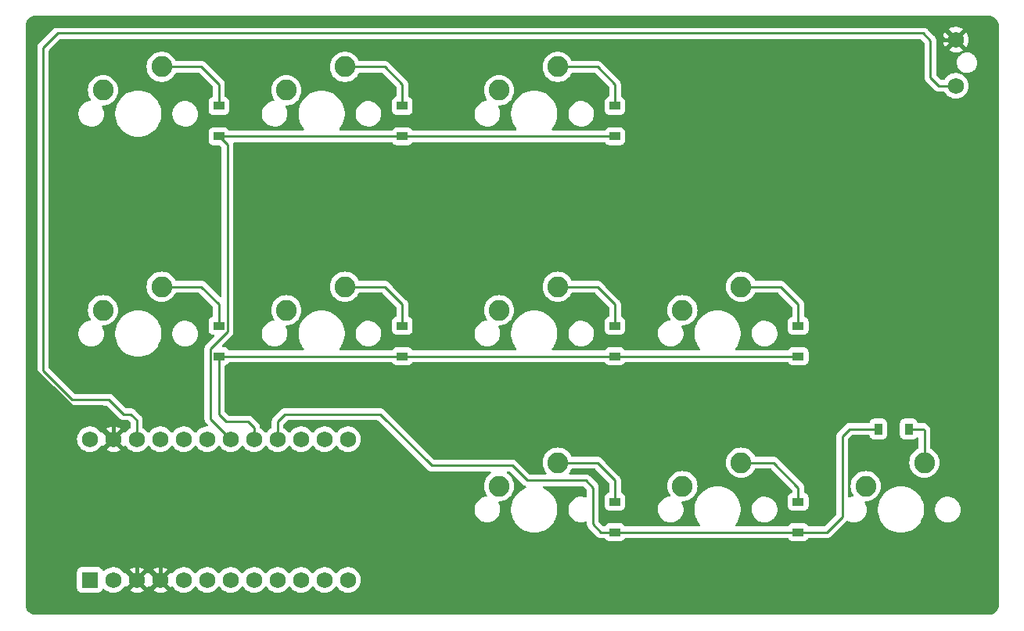
<source format=gbr>
%TF.GenerationSoftware,KiCad,Pcbnew,(6.0.4)*%
%TF.CreationDate,2022-06-12T12:36:40-04:00*%
%TF.ProjectId,F14-DDP,4631342d-4444-4502-9e6b-696361645f70,rev?*%
%TF.SameCoordinates,Original*%
%TF.FileFunction,Copper,L1,Top*%
%TF.FilePolarity,Positive*%
%FSLAX46Y46*%
G04 Gerber Fmt 4.6, Leading zero omitted, Abs format (unit mm)*
G04 Created by KiCad (PCBNEW (6.0.4)) date 2022-06-12 12:36:40*
%MOMM*%
%LPD*%
G01*
G04 APERTURE LIST*
%TA.AperFunction,SMDPad,CuDef*%
%ADD10R,1.200000X0.900000*%
%TD*%
%TA.AperFunction,ComponentPad*%
%ADD11C,2.250000*%
%TD*%
%TA.AperFunction,ComponentPad*%
%ADD12R,1.752600X1.752600*%
%TD*%
%TA.AperFunction,ComponentPad*%
%ADD13C,1.752600*%
%TD*%
%TA.AperFunction,SMDPad,CuDef*%
%ADD14R,0.900000X1.200000*%
%TD*%
%TA.AperFunction,ComponentPad*%
%ADD15C,1.750000*%
%TD*%
%TA.AperFunction,Conductor*%
%ADD16C,0.254000*%
%TD*%
%TA.AperFunction,Conductor*%
%ADD17C,0.381000*%
%TD*%
G04 APERTURE END LIST*
D10*
%TO.P,D4,1,K*%
%TO.N,/ROW1*%
X150018750Y-75468750D03*
%TO.P,D4,2,A*%
%TO.N,Net-(D4-Pad2)*%
X150018750Y-72168750D03*
%TD*%
%TO.P,D7,1,K*%
%TO.N,/ROW1*%
X212725000Y-75468750D03*
%TO.P,D7,2,A*%
%TO.N,Net-(D7-Pad2)*%
X212725000Y-72168750D03*
%TD*%
D11*
%TO.P,MX3,1,COL*%
%TO.N,/COL2*%
X180340000Y-46672500D03*
%TO.P,MX3,2,ROW*%
%TO.N,Net-(D3-Pad2)*%
X186690000Y-44132500D03*
%TD*%
%TO.P,MX7,1,COL*%
%TO.N,/COL3*%
X200183750Y-70485000D03*
%TO.P,MX7,2,ROW*%
%TO.N,Net-(D7-Pad2)*%
X206533750Y-67945000D03*
%TD*%
%TO.P,MX5,1,COL*%
%TO.N,/COL1*%
X157321250Y-70485000D03*
%TO.P,MX5,2,ROW*%
%TO.N,Net-(D5-Pad2)*%
X163671250Y-67945000D03*
%TD*%
%TO.P,MX2,1,COL*%
%TO.N,/COL1*%
X157321250Y-46672500D03*
%TO.P,MX2,2,ROW*%
%TO.N,Net-(D2-Pad2)*%
X163671250Y-44132500D03*
%TD*%
%TO.P,MX4,1,COL*%
%TO.N,/COL0*%
X137477500Y-70485000D03*
%TO.P,MX4,2,ROW*%
%TO.N,Net-(D4-Pad2)*%
X143827500Y-67945000D03*
%TD*%
%TO.P,MX6,1,COL*%
%TO.N,/COL2*%
X180340000Y-70485000D03*
%TO.P,MX6,2,ROW*%
%TO.N,Net-(D6-Pad2)*%
X186690000Y-67945000D03*
%TD*%
D10*
%TO.P,D8,1,K*%
%TO.N,/ROW2*%
X192881250Y-94518750D03*
%TO.P,D8,2,A*%
%TO.N,Net-(D8-Pad2)*%
X192881250Y-91218750D03*
%TD*%
%TO.P,D9,1,K*%
%TO.N,/ROW2*%
X212725000Y-94518750D03*
%TO.P,D9,2,A*%
%TO.N,Net-(D9-Pad2)*%
X212725000Y-91218750D03*
%TD*%
%TO.P,D5,1,K*%
%TO.N,/ROW1*%
X169862500Y-75468750D03*
%TO.P,D5,2,A*%
%TO.N,Net-(D5-Pad2)*%
X169862500Y-72168750D03*
%TD*%
%TO.P,D6,1,K*%
%TO.N,/ROW1*%
X192881250Y-75468750D03*
%TO.P,D6,2,A*%
%TO.N,Net-(D6-Pad2)*%
X192881250Y-72168750D03*
%TD*%
D11*
%TO.P,MX9,1,COL*%
%TO.N,/COL3*%
X200183750Y-89535000D03*
%TO.P,MX9,2,ROW*%
%TO.N,Net-(D9-Pad2)*%
X206533750Y-86995000D03*
%TD*%
%TO.P,MX8,1,COL*%
%TO.N,/COL2*%
X180340000Y-89535000D03*
%TO.P,MX8,2,ROW*%
%TO.N,Net-(D8-Pad2)*%
X186690000Y-86995000D03*
%TD*%
D10*
%TO.P,D1,1,K*%
%TO.N,/ROW0*%
X150018750Y-51656250D03*
%TO.P,D1,2,A*%
%TO.N,Net-(D1-Pad2)*%
X150018750Y-48356250D03*
%TD*%
D12*
%TO.P,U1,1,TX0/PD3*%
%TO.N,unconnected-(U1-Pad1)*%
X136048750Y-99695000D03*
D13*
%TO.P,U1,2,RX1/PD2*%
%TO.N,unconnected-(U1-Pad2)*%
X138588750Y-99695000D03*
%TO.P,U1,3,GND*%
%TO.N,GND*%
X141128750Y-99695000D03*
%TO.P,U1,4,GND*%
X143668750Y-99695000D03*
%TO.P,U1,5,2/PD1*%
%TO.N,unconnected-(U1-Pad5)*%
X146208750Y-99695000D03*
%TO.P,U1,6,3/PD0*%
%TO.N,unconnected-(U1-Pad6)*%
X148748750Y-99695000D03*
%TO.P,U1,7,4/PD4*%
%TO.N,unconnected-(U1-Pad7)*%
X151288750Y-99695000D03*
%TO.P,U1,8,5/PC6*%
%TO.N,unconnected-(U1-Pad8)*%
X153828750Y-99695000D03*
%TO.P,U1,9,6/PD7*%
%TO.N,unconnected-(U1-Pad9)*%
X156368750Y-99695000D03*
%TO.P,U1,10,7/PE6*%
%TO.N,/COL4*%
X158908750Y-99695000D03*
%TO.P,U1,11,8/PB4*%
%TO.N,/COL3*%
X161448750Y-99695000D03*
%TO.P,U1,12,9/PB5*%
%TO.N,/COL2*%
X163988750Y-99695000D03*
%TO.P,U1,13,10/PB6*%
%TO.N,unconnected-(U1-Pad13)*%
X163988750Y-84455000D03*
%TO.P,U1,14,16/PB2*%
%TO.N,/COL1*%
X161448750Y-84455000D03*
%TO.P,U1,15,14/PB3*%
%TO.N,unconnected-(U1-Pad15)*%
X158908750Y-84455000D03*
%TO.P,U1,16,15/PB1*%
%TO.N,/ROW2*%
X156368750Y-84455000D03*
%TO.P,U1,17,A0/PF7*%
%TO.N,/ROW1*%
X153828750Y-84455000D03*
%TO.P,U1,18,A1/PF6*%
%TO.N,/ROW0*%
X151288750Y-84455000D03*
%TO.P,U1,19,A2/PF5*%
%TO.N,unconnected-(U1-Pad19)*%
X148748750Y-84455000D03*
%TO.P,U1,20,A3/PF4*%
%TO.N,/COL0*%
X146208750Y-84455000D03*
%TO.P,U1,21,VCC*%
%TO.N,+5V*%
X143668750Y-84455000D03*
%TO.P,U1,22,RST*%
%TO.N,Net-(SW1-Pad1)*%
X141128750Y-84455000D03*
%TO.P,U1,23,GND*%
%TO.N,GND*%
X138588750Y-84455000D03*
%TO.P,U1,24,RAW*%
%TO.N,unconnected-(U1-Pad24)*%
X136048750Y-84455000D03*
%TD*%
D10*
%TO.P,D3,1,K*%
%TO.N,/ROW0*%
X192881250Y-51656250D03*
%TO.P,D3,2,A*%
%TO.N,Net-(D3-Pad2)*%
X192881250Y-48356250D03*
%TD*%
D11*
%TO.P,MX10,1,COL*%
%TO.N,/COL4*%
X220027500Y-89535000D03*
%TO.P,MX10,2,ROW*%
%TO.N,Net-(D10-Pad2)*%
X226377500Y-86995000D03*
%TD*%
D10*
%TO.P,D2,1,K*%
%TO.N,/ROW0*%
X169862500Y-51656250D03*
%TO.P,D2,2,A*%
%TO.N,Net-(D2-Pad2)*%
X169862500Y-48356250D03*
%TD*%
D11*
%TO.P,MX1,1,COL*%
%TO.N,/COL0*%
X137477500Y-46672500D03*
%TO.P,MX1,2,ROW*%
%TO.N,Net-(D1-Pad2)*%
X143827500Y-44132500D03*
%TD*%
D14*
%TO.P,D10,1,K*%
%TO.N,/ROW2*%
X221393750Y-83343750D03*
%TO.P,D10,2,A*%
%TO.N,Net-(D10-Pad2)*%
X224693750Y-83343750D03*
%TD*%
D15*
%TO.P,SW1,1,1*%
%TO.N,Net-(SW1-Pad1)*%
X229768750Y-46181250D03*
%TO.P,SW1,2,2*%
%TO.N,GND*%
X229768750Y-41181250D03*
%TD*%
D16*
%TO.N,/ROW2*%
X167481250Y-81756250D02*
X163512500Y-81756250D01*
X173037500Y-87312500D02*
X167481250Y-81756250D01*
X181768750Y-87312500D02*
X173037500Y-87312500D01*
X190500000Y-93662500D02*
X190500000Y-89693750D01*
X191356250Y-94518750D02*
X190500000Y-93662500D01*
X190500000Y-89693750D02*
X189706250Y-88900000D01*
X189706250Y-88900000D02*
X183356250Y-88900000D01*
X192881250Y-94518750D02*
X191356250Y-94518750D01*
X183356250Y-88900000D02*
X181768750Y-87312500D01*
X217487500Y-92868750D02*
X215837500Y-94518750D01*
X217487500Y-84137500D02*
X217487500Y-92868750D01*
X215837500Y-94518750D02*
X212725000Y-94518750D01*
X218281250Y-83343750D02*
X217487500Y-84137500D01*
X221393750Y-83343750D02*
X218281250Y-83343750D01*
%TO.N,Net-(D10-Pad2)*%
X226377500Y-83502500D02*
X226218750Y-83343750D01*
X226218750Y-83343750D02*
X224693750Y-83343750D01*
X226377500Y-86995000D02*
X226377500Y-83502500D01*
%TO.N,/ROW2*%
X156368750Y-82550000D02*
X156368750Y-84455000D01*
X157162500Y-81756250D02*
X156368750Y-82550000D01*
X163512500Y-81756250D02*
X157162500Y-81756250D01*
%TO.N,/ROW0*%
X149092239Y-82258489D02*
X151288750Y-84455000D01*
X150945261Y-52582761D02*
X150945261Y-72839217D01*
X150018750Y-51656250D02*
X150945261Y-52582761D01*
X192881250Y-51656250D02*
X150018750Y-51656250D01*
X150945261Y-72839217D02*
X149092239Y-74692239D01*
X149092239Y-74692239D02*
X149092239Y-82258489D01*
%TO.N,Net-(D1-Pad2)*%
X148113750Y-44132500D02*
X150018750Y-46037500D01*
X143827500Y-44132500D02*
X148113750Y-44132500D01*
X150018750Y-46037500D02*
X150018750Y-48356250D01*
%TO.N,Net-(D2-Pad2)*%
X163671250Y-44132500D02*
X167957500Y-44132500D01*
X167957500Y-44132500D02*
X169862500Y-46037500D01*
X169862500Y-46037500D02*
X169862500Y-48356250D01*
%TO.N,Net-(D3-Pad2)*%
X186690000Y-44132500D02*
X190976250Y-44132500D01*
X192881250Y-46037500D02*
X192881250Y-48356250D01*
X190976250Y-44132500D02*
X192881250Y-46037500D01*
%TO.N,/ROW1*%
X150812500Y-82550000D02*
X153193750Y-82550000D01*
X150018750Y-75468750D02*
X150018750Y-81756250D01*
X153193750Y-82550000D02*
X153828750Y-83185000D01*
X153828750Y-83185000D02*
X153828750Y-84455000D01*
X150018750Y-81756250D02*
X150812500Y-82550000D01*
X212725000Y-75468750D02*
X150018750Y-75468750D01*
%TO.N,Net-(D4-Pad2)*%
X148113750Y-67945000D02*
X150018750Y-69850000D01*
X150018750Y-69850000D02*
X150018750Y-72168750D01*
X143827500Y-67945000D02*
X148113750Y-67945000D01*
%TO.N,Net-(D5-Pad2)*%
X167957500Y-67945000D02*
X169862500Y-69850000D01*
X163671250Y-67945000D02*
X167957500Y-67945000D01*
X169862500Y-69850000D02*
X169862500Y-72168750D01*
%TO.N,Net-(D6-Pad2)*%
X190976250Y-67945000D02*
X192881250Y-69850000D01*
X186690000Y-67945000D02*
X190976250Y-67945000D01*
X192881250Y-69850000D02*
X192881250Y-72168750D01*
%TO.N,Net-(D7-Pad2)*%
X212725000Y-69850000D02*
X212725000Y-72168750D01*
X210820000Y-67945000D02*
X212725000Y-69850000D01*
X206533750Y-67945000D02*
X210820000Y-67945000D01*
%TO.N,/ROW2*%
X212725000Y-94518750D02*
X192881250Y-94518750D01*
%TO.N,Net-(D8-Pad2)*%
X186690000Y-86995000D02*
X190976250Y-86995000D01*
X190976250Y-86995000D02*
X192881250Y-88900000D01*
X192881250Y-88900000D02*
X192881250Y-91218750D01*
%TO.N,Net-(D9-Pad2)*%
X206533750Y-86995000D02*
X210026250Y-86995000D01*
X212725000Y-89693750D02*
X212725000Y-91218750D01*
X210026250Y-86995000D02*
X212725000Y-89693750D01*
D17*
%TO.N,GND*%
X137318750Y-80962500D02*
X138588750Y-82232500D01*
X229768750Y-41181250D02*
X228506250Y-41181250D01*
X138588750Y-84455000D02*
X141128750Y-86995000D01*
X141128750Y-86995000D02*
X141128750Y-92233750D01*
X138588750Y-82232500D02*
X138588750Y-84455000D01*
X141128750Y-92233750D02*
X141128750Y-99695000D01*
X134143750Y-80962500D02*
X137318750Y-80962500D01*
X131762500Y-39687500D02*
X130175000Y-41275000D01*
X227012500Y-39687500D02*
X131762500Y-39687500D01*
X130175000Y-41275000D02*
X130175000Y-76993750D01*
X130175000Y-76993750D02*
X134143750Y-80962500D01*
X143668750Y-99695000D02*
X143668750Y-94773750D01*
X228506250Y-41181250D02*
X227012500Y-39687500D01*
X143668750Y-94773750D02*
X141128750Y-92233750D01*
D16*
%TO.N,Net-(SW1-Pad1)*%
X130968750Y-76993750D02*
X134143750Y-80168750D01*
X130968750Y-42068750D02*
X130968750Y-76993750D01*
X227012500Y-41275000D02*
X226218750Y-40481250D01*
X227950000Y-46181250D02*
X227012500Y-45243750D01*
X138112500Y-80168750D02*
X139700000Y-81756250D01*
X134143750Y-80168750D02*
X138112500Y-80168750D01*
X140493750Y-81756250D02*
X141128750Y-82391250D01*
X132556250Y-40481250D02*
X130968750Y-42068750D01*
X141128750Y-82391250D02*
X141128750Y-84455000D01*
X139700000Y-81756250D02*
X140493750Y-81756250D01*
X229768750Y-46181250D02*
X227950000Y-46181250D01*
X227012500Y-45243750D02*
X227012500Y-41275000D01*
X226218750Y-40481250D02*
X132556250Y-40481250D01*
%TD*%
%TA.AperFunction,Conductor*%
%TO.N,GND*%
G36*
X233332518Y-38610000D02*
G01*
X233347351Y-38612310D01*
X233347355Y-38612310D01*
X233356224Y-38613691D01*
X233368897Y-38612034D01*
X233396207Y-38611449D01*
X233538885Y-38623931D01*
X233560513Y-38627745D01*
X233720893Y-38670719D01*
X233741529Y-38678230D01*
X233881778Y-38743629D01*
X233892013Y-38748402D01*
X233911033Y-38759384D01*
X234047039Y-38854616D01*
X234063864Y-38868734D01*
X234181266Y-38986136D01*
X234195384Y-39002961D01*
X234290616Y-39138967D01*
X234301598Y-39157987D01*
X234371769Y-39308468D01*
X234379281Y-39329107D01*
X234422255Y-39489487D01*
X234426069Y-39511117D01*
X234437947Y-39646892D01*
X234437394Y-39663371D01*
X234437800Y-39663376D01*
X234437690Y-39672353D01*
X234436309Y-39681224D01*
X234437473Y-39690126D01*
X234437473Y-39690128D01*
X234440436Y-39712783D01*
X234441500Y-39729121D01*
X234441500Y-102344375D01*
X234439999Y-102363765D01*
X234436309Y-102387458D01*
X234437473Y-102396360D01*
X234437966Y-102400131D01*
X234438549Y-102427450D01*
X234426063Y-102570114D01*
X234422249Y-102591742D01*
X234379271Y-102752123D01*
X234371765Y-102772745D01*
X234301586Y-102923237D01*
X234290608Y-102942249D01*
X234195372Y-103078254D01*
X234181254Y-103095078D01*
X234063849Y-103212479D01*
X234047024Y-103226596D01*
X233911020Y-103321824D01*
X233892000Y-103332805D01*
X233891908Y-103332848D01*
X233741522Y-103402973D01*
X233720888Y-103410483D01*
X233665204Y-103425403D01*
X233560513Y-103453454D01*
X233538885Y-103457268D01*
X233402902Y-103469165D01*
X233386628Y-103468618D01*
X233386623Y-103469050D01*
X233377647Y-103468940D01*
X233368776Y-103467559D01*
X233359874Y-103468723D01*
X233359872Y-103468723D01*
X233346293Y-103470499D01*
X233337214Y-103471686D01*
X233320879Y-103472750D01*
X130224367Y-103472750D01*
X130204982Y-103471250D01*
X130190149Y-103468940D01*
X130190145Y-103468940D01*
X130181276Y-103467559D01*
X130168602Y-103469216D01*
X130141289Y-103469800D01*
X129998607Y-103457316D01*
X129976979Y-103453503D01*
X129873994Y-103425910D01*
X129816594Y-103410530D01*
X129795964Y-103403022D01*
X129645473Y-103332847D01*
X129626455Y-103321867D01*
X129490444Y-103226634D01*
X129473619Y-103212517D01*
X129356208Y-103095110D01*
X129342090Y-103078286D01*
X129246851Y-102942276D01*
X129235870Y-102923256D01*
X129165693Y-102772771D01*
X129158180Y-102752132D01*
X129115201Y-102591749D01*
X129111387Y-102570120D01*
X129099522Y-102434549D01*
X129100083Y-102417860D01*
X129099701Y-102417855D01*
X129099810Y-102408880D01*
X129101191Y-102400010D01*
X129099550Y-102387458D01*
X129097064Y-102368456D01*
X129096000Y-102352115D01*
X129096000Y-100619434D01*
X134663950Y-100619434D01*
X134670705Y-100681616D01*
X134721835Y-100818005D01*
X134809189Y-100934561D01*
X134925745Y-101021915D01*
X135062134Y-101073045D01*
X135124316Y-101079800D01*
X136973184Y-101079800D01*
X137035366Y-101073045D01*
X137171755Y-101021915D01*
X137288311Y-100934561D01*
X137375665Y-100818005D01*
X137408303Y-100730944D01*
X137450944Y-100674179D01*
X137517506Y-100649479D01*
X137586855Y-100664686D01*
X137613892Y-100684741D01*
X137616536Y-100687793D01*
X137620522Y-100691102D01*
X137763248Y-100809595D01*
X137791739Y-100833249D01*
X137796191Y-100835851D01*
X137796196Y-100835854D01*
X137890290Y-100890838D01*
X137988347Y-100948138D01*
X138201079Y-101029372D01*
X138206145Y-101030403D01*
X138206146Y-101030403D01*
X138258380Y-101041030D01*
X138424222Y-101074771D01*
X138551297Y-101079431D01*
X138646620Y-101082927D01*
X138646625Y-101082927D01*
X138651784Y-101083116D01*
X138656904Y-101082460D01*
X138656906Y-101082460D01*
X138752053Y-101070271D01*
X138877653Y-101054181D01*
X138882602Y-101052696D01*
X138882608Y-101052695D01*
X139008954Y-101014789D01*
X139095763Y-100988745D01*
X139300257Y-100888564D01*
X139304461Y-100885566D01*
X139304465Y-100885563D01*
X139369632Y-100839080D01*
X140349500Y-100839080D01*
X140354781Y-100846134D01*
X140524103Y-100945078D01*
X140533390Y-100949528D01*
X140736388Y-101027045D01*
X140746290Y-101029922D01*
X140959206Y-101073240D01*
X140969458Y-101074463D01*
X141186597Y-101082425D01*
X141196883Y-101081958D01*
X141412420Y-101054347D01*
X141422498Y-101052205D01*
X141630627Y-100989763D01*
X141640225Y-100986002D01*
X141835365Y-100890404D01*
X141844204Y-100885135D01*
X141896854Y-100847580D01*
X141903528Y-100839080D01*
X142889500Y-100839080D01*
X142894781Y-100846134D01*
X143064103Y-100945078D01*
X143073390Y-100949528D01*
X143276388Y-101027045D01*
X143286290Y-101029922D01*
X143499206Y-101073240D01*
X143509458Y-101074463D01*
X143726597Y-101082425D01*
X143736883Y-101081958D01*
X143952420Y-101054347D01*
X143962498Y-101052205D01*
X144170627Y-100989763D01*
X144180225Y-100986002D01*
X144375365Y-100890404D01*
X144384204Y-100885135D01*
X144436854Y-100847580D01*
X144445254Y-100836881D01*
X144438265Y-100823725D01*
X143681562Y-100067022D01*
X143667618Y-100059408D01*
X143665785Y-100059539D01*
X143659170Y-100063790D01*
X142896260Y-100826700D01*
X142889500Y-100839080D01*
X141903528Y-100839080D01*
X141905254Y-100836881D01*
X141898265Y-100823725D01*
X141141562Y-100067022D01*
X141127618Y-100059408D01*
X141125785Y-100059539D01*
X141119170Y-100063790D01*
X140356260Y-100826700D01*
X140349500Y-100839080D01*
X139369632Y-100839080D01*
X139410968Y-100809595D01*
X139485643Y-100756330D01*
X139646943Y-100595592D01*
X139737749Y-100469222D01*
X139757595Y-100441603D01*
X139813590Y-100397955D01*
X139884293Y-100391509D01*
X139947258Y-100424312D01*
X139967351Y-100449295D01*
X139976083Y-100463545D01*
X139986540Y-100473006D01*
X139995318Y-100469222D01*
X140756728Y-99707812D01*
X140763106Y-99696132D01*
X141493158Y-99696132D01*
X141493289Y-99697965D01*
X141497540Y-99704580D01*
X142258070Y-100465110D01*
X142270080Y-100471669D01*
X142281820Y-100462700D01*
X142297313Y-100441140D01*
X142353307Y-100397493D01*
X142424011Y-100391047D01*
X142486975Y-100423850D01*
X142507068Y-100448833D01*
X142516083Y-100463545D01*
X142526540Y-100473006D01*
X142535318Y-100469222D01*
X143296728Y-99707812D01*
X143303106Y-99696132D01*
X144033158Y-99696132D01*
X144033289Y-99697965D01*
X144037540Y-99704580D01*
X144798070Y-100465110D01*
X144810080Y-100471669D01*
X144821821Y-100462700D01*
X144836995Y-100441582D01*
X144892989Y-100397934D01*
X144963692Y-100391487D01*
X145026657Y-100424289D01*
X145046750Y-100449271D01*
X145055497Y-100463545D01*
X145084740Y-100511264D01*
X145087442Y-100515674D01*
X145236536Y-100687793D01*
X145411739Y-100833249D01*
X145416191Y-100835851D01*
X145416196Y-100835854D01*
X145510290Y-100890838D01*
X145608347Y-100948138D01*
X145821079Y-101029372D01*
X145826145Y-101030403D01*
X145826146Y-101030403D01*
X145878380Y-101041030D01*
X146044222Y-101074771D01*
X146171297Y-101079431D01*
X146266620Y-101082927D01*
X146266625Y-101082927D01*
X146271784Y-101083116D01*
X146276904Y-101082460D01*
X146276906Y-101082460D01*
X146372053Y-101070271D01*
X146497653Y-101054181D01*
X146502602Y-101052696D01*
X146502608Y-101052695D01*
X146628954Y-101014789D01*
X146715763Y-100988745D01*
X146920257Y-100888564D01*
X146924461Y-100885566D01*
X146924465Y-100885563D01*
X147030968Y-100809595D01*
X147105643Y-100756330D01*
X147266943Y-100595592D01*
X147377278Y-100442044D01*
X147433273Y-100398396D01*
X147503976Y-100391950D01*
X147566941Y-100424753D01*
X147587033Y-100449735D01*
X147624739Y-100511264D01*
X147624742Y-100511269D01*
X147627442Y-100515674D01*
X147776536Y-100687793D01*
X147951739Y-100833249D01*
X147956191Y-100835851D01*
X147956196Y-100835854D01*
X148050290Y-100890838D01*
X148148347Y-100948138D01*
X148361079Y-101029372D01*
X148366145Y-101030403D01*
X148366146Y-101030403D01*
X148418380Y-101041030D01*
X148584222Y-101074771D01*
X148711297Y-101079431D01*
X148806620Y-101082927D01*
X148806625Y-101082927D01*
X148811784Y-101083116D01*
X148816904Y-101082460D01*
X148816906Y-101082460D01*
X148912053Y-101070271D01*
X149037653Y-101054181D01*
X149042602Y-101052696D01*
X149042608Y-101052695D01*
X149168954Y-101014789D01*
X149255763Y-100988745D01*
X149460257Y-100888564D01*
X149464461Y-100885566D01*
X149464465Y-100885563D01*
X149570968Y-100809595D01*
X149645643Y-100756330D01*
X149806943Y-100595592D01*
X149917278Y-100442044D01*
X149973273Y-100398396D01*
X150043976Y-100391950D01*
X150106941Y-100424753D01*
X150127033Y-100449735D01*
X150164739Y-100511264D01*
X150164742Y-100511269D01*
X150167442Y-100515674D01*
X150316536Y-100687793D01*
X150491739Y-100833249D01*
X150496191Y-100835851D01*
X150496196Y-100835854D01*
X150590290Y-100890838D01*
X150688347Y-100948138D01*
X150901079Y-101029372D01*
X150906145Y-101030403D01*
X150906146Y-101030403D01*
X150958380Y-101041030D01*
X151124222Y-101074771D01*
X151251297Y-101079431D01*
X151346620Y-101082927D01*
X151346625Y-101082927D01*
X151351784Y-101083116D01*
X151356904Y-101082460D01*
X151356906Y-101082460D01*
X151452053Y-101070271D01*
X151577653Y-101054181D01*
X151582602Y-101052696D01*
X151582608Y-101052695D01*
X151708954Y-101014789D01*
X151795763Y-100988745D01*
X152000257Y-100888564D01*
X152004461Y-100885566D01*
X152004465Y-100885563D01*
X152110968Y-100809595D01*
X152185643Y-100756330D01*
X152346943Y-100595592D01*
X152457278Y-100442044D01*
X152513273Y-100398396D01*
X152583976Y-100391950D01*
X152646941Y-100424753D01*
X152667033Y-100449735D01*
X152704739Y-100511264D01*
X152704742Y-100511269D01*
X152707442Y-100515674D01*
X152856536Y-100687793D01*
X153031739Y-100833249D01*
X153036191Y-100835851D01*
X153036196Y-100835854D01*
X153130290Y-100890838D01*
X153228347Y-100948138D01*
X153441079Y-101029372D01*
X153446145Y-101030403D01*
X153446146Y-101030403D01*
X153498380Y-101041030D01*
X153664222Y-101074771D01*
X153791297Y-101079431D01*
X153886620Y-101082927D01*
X153886625Y-101082927D01*
X153891784Y-101083116D01*
X153896904Y-101082460D01*
X153896906Y-101082460D01*
X153992053Y-101070271D01*
X154117653Y-101054181D01*
X154122602Y-101052696D01*
X154122608Y-101052695D01*
X154248954Y-101014789D01*
X154335763Y-100988745D01*
X154540257Y-100888564D01*
X154544461Y-100885566D01*
X154544465Y-100885563D01*
X154650968Y-100809595D01*
X154725643Y-100756330D01*
X154886943Y-100595592D01*
X154997278Y-100442044D01*
X155053273Y-100398396D01*
X155123976Y-100391950D01*
X155186941Y-100424753D01*
X155207033Y-100449735D01*
X155244739Y-100511264D01*
X155244742Y-100511269D01*
X155247442Y-100515674D01*
X155396536Y-100687793D01*
X155571739Y-100833249D01*
X155576191Y-100835851D01*
X155576196Y-100835854D01*
X155670290Y-100890838D01*
X155768347Y-100948138D01*
X155981079Y-101029372D01*
X155986145Y-101030403D01*
X155986146Y-101030403D01*
X156038380Y-101041030D01*
X156204222Y-101074771D01*
X156331297Y-101079431D01*
X156426620Y-101082927D01*
X156426625Y-101082927D01*
X156431784Y-101083116D01*
X156436904Y-101082460D01*
X156436906Y-101082460D01*
X156532053Y-101070271D01*
X156657653Y-101054181D01*
X156662602Y-101052696D01*
X156662608Y-101052695D01*
X156788954Y-101014789D01*
X156875763Y-100988745D01*
X157080257Y-100888564D01*
X157084461Y-100885566D01*
X157084465Y-100885563D01*
X157190968Y-100809595D01*
X157265643Y-100756330D01*
X157426943Y-100595592D01*
X157537278Y-100442044D01*
X157593273Y-100398396D01*
X157663976Y-100391950D01*
X157726941Y-100424753D01*
X157747033Y-100449735D01*
X157784739Y-100511264D01*
X157784742Y-100511269D01*
X157787442Y-100515674D01*
X157936536Y-100687793D01*
X158111739Y-100833249D01*
X158116191Y-100835851D01*
X158116196Y-100835854D01*
X158210290Y-100890838D01*
X158308347Y-100948138D01*
X158521079Y-101029372D01*
X158526145Y-101030403D01*
X158526146Y-101030403D01*
X158578380Y-101041030D01*
X158744222Y-101074771D01*
X158871297Y-101079431D01*
X158966620Y-101082927D01*
X158966625Y-101082927D01*
X158971784Y-101083116D01*
X158976904Y-101082460D01*
X158976906Y-101082460D01*
X159072053Y-101070271D01*
X159197653Y-101054181D01*
X159202602Y-101052696D01*
X159202608Y-101052695D01*
X159328954Y-101014789D01*
X159415763Y-100988745D01*
X159620257Y-100888564D01*
X159624461Y-100885566D01*
X159624465Y-100885563D01*
X159730968Y-100809595D01*
X159805643Y-100756330D01*
X159966943Y-100595592D01*
X160077278Y-100442044D01*
X160133273Y-100398396D01*
X160203976Y-100391950D01*
X160266941Y-100424753D01*
X160287033Y-100449735D01*
X160324739Y-100511264D01*
X160324742Y-100511269D01*
X160327442Y-100515674D01*
X160476536Y-100687793D01*
X160651739Y-100833249D01*
X160656191Y-100835851D01*
X160656196Y-100835854D01*
X160750290Y-100890838D01*
X160848347Y-100948138D01*
X161061079Y-101029372D01*
X161066145Y-101030403D01*
X161066146Y-101030403D01*
X161118380Y-101041030D01*
X161284222Y-101074771D01*
X161411297Y-101079431D01*
X161506620Y-101082927D01*
X161506625Y-101082927D01*
X161511784Y-101083116D01*
X161516904Y-101082460D01*
X161516906Y-101082460D01*
X161612053Y-101070271D01*
X161737653Y-101054181D01*
X161742602Y-101052696D01*
X161742608Y-101052695D01*
X161868954Y-101014789D01*
X161955763Y-100988745D01*
X162160257Y-100888564D01*
X162164461Y-100885566D01*
X162164465Y-100885563D01*
X162270968Y-100809595D01*
X162345643Y-100756330D01*
X162506943Y-100595592D01*
X162617278Y-100442044D01*
X162673273Y-100398396D01*
X162743976Y-100391950D01*
X162806941Y-100424753D01*
X162827033Y-100449735D01*
X162864739Y-100511264D01*
X162864742Y-100511269D01*
X162867442Y-100515674D01*
X163016536Y-100687793D01*
X163191739Y-100833249D01*
X163196191Y-100835851D01*
X163196196Y-100835854D01*
X163290290Y-100890838D01*
X163388347Y-100948138D01*
X163601079Y-101029372D01*
X163606145Y-101030403D01*
X163606146Y-101030403D01*
X163658380Y-101041030D01*
X163824222Y-101074771D01*
X163951297Y-101079431D01*
X164046620Y-101082927D01*
X164046625Y-101082927D01*
X164051784Y-101083116D01*
X164056904Y-101082460D01*
X164056906Y-101082460D01*
X164152053Y-101070271D01*
X164277653Y-101054181D01*
X164282602Y-101052696D01*
X164282608Y-101052695D01*
X164408954Y-101014789D01*
X164495763Y-100988745D01*
X164700257Y-100888564D01*
X164704461Y-100885566D01*
X164704465Y-100885563D01*
X164810968Y-100809595D01*
X164885643Y-100756330D01*
X165046943Y-100595592D01*
X165179823Y-100410669D01*
X165189293Y-100391509D01*
X165278423Y-100211168D01*
X165278424Y-100211166D01*
X165280717Y-100206526D01*
X165346914Y-99988646D01*
X165347589Y-99983520D01*
X165376200Y-99766201D01*
X165376201Y-99766194D01*
X165376637Y-99762879D01*
X165378296Y-99695000D01*
X165370929Y-99605393D01*
X165360061Y-99473202D01*
X165360060Y-99473196D01*
X165359637Y-99468051D01*
X165325077Y-99330461D01*
X165305422Y-99252208D01*
X165305421Y-99252204D01*
X165304163Y-99247197D01*
X165290247Y-99215192D01*
X165215422Y-99043106D01*
X165215420Y-99043103D01*
X165213362Y-99038369D01*
X165089673Y-98847175D01*
X164936418Y-98678750D01*
X164757713Y-98537618D01*
X164558357Y-98427567D01*
X164442348Y-98386486D01*
X164348579Y-98353280D01*
X164348575Y-98353279D01*
X164343704Y-98351554D01*
X164338611Y-98350647D01*
X164338608Y-98350646D01*
X164124607Y-98312527D01*
X164124601Y-98312526D01*
X164119518Y-98311621D01*
X164032448Y-98310557D01*
X163896989Y-98308902D01*
X163896987Y-98308902D01*
X163891820Y-98308839D01*
X163666726Y-98343283D01*
X163450279Y-98414029D01*
X163248294Y-98519176D01*
X163244161Y-98522279D01*
X163244158Y-98522281D01*
X163166744Y-98580405D01*
X163066194Y-98655900D01*
X162908870Y-98820530D01*
X162905961Y-98824795D01*
X162905959Y-98824798D01*
X162822534Y-98947094D01*
X162767623Y-98992096D01*
X162697098Y-99000267D01*
X162633351Y-98969013D01*
X162612654Y-98944529D01*
X162552481Y-98851515D01*
X162552479Y-98851512D01*
X162549673Y-98847175D01*
X162396418Y-98678750D01*
X162217713Y-98537618D01*
X162018357Y-98427567D01*
X161902348Y-98386486D01*
X161808579Y-98353280D01*
X161808575Y-98353279D01*
X161803704Y-98351554D01*
X161798611Y-98350647D01*
X161798608Y-98350646D01*
X161584607Y-98312527D01*
X161584601Y-98312526D01*
X161579518Y-98311621D01*
X161492448Y-98310557D01*
X161356989Y-98308902D01*
X161356987Y-98308902D01*
X161351820Y-98308839D01*
X161126726Y-98343283D01*
X160910279Y-98414029D01*
X160708294Y-98519176D01*
X160704161Y-98522279D01*
X160704158Y-98522281D01*
X160626744Y-98580405D01*
X160526194Y-98655900D01*
X160368870Y-98820530D01*
X160365961Y-98824795D01*
X160365959Y-98824798D01*
X160282534Y-98947094D01*
X160227623Y-98992096D01*
X160157098Y-99000267D01*
X160093351Y-98969013D01*
X160072654Y-98944529D01*
X160012481Y-98851515D01*
X160012479Y-98851512D01*
X160009673Y-98847175D01*
X159856418Y-98678750D01*
X159677713Y-98537618D01*
X159478357Y-98427567D01*
X159362348Y-98386486D01*
X159268579Y-98353280D01*
X159268575Y-98353279D01*
X159263704Y-98351554D01*
X159258611Y-98350647D01*
X159258608Y-98350646D01*
X159044607Y-98312527D01*
X159044601Y-98312526D01*
X159039518Y-98311621D01*
X158952448Y-98310557D01*
X158816989Y-98308902D01*
X158816987Y-98308902D01*
X158811820Y-98308839D01*
X158586726Y-98343283D01*
X158370279Y-98414029D01*
X158168294Y-98519176D01*
X158164161Y-98522279D01*
X158164158Y-98522281D01*
X158086744Y-98580405D01*
X157986194Y-98655900D01*
X157828870Y-98820530D01*
X157825961Y-98824795D01*
X157825959Y-98824798D01*
X157742534Y-98947094D01*
X157687623Y-98992096D01*
X157617098Y-99000267D01*
X157553351Y-98969013D01*
X157532654Y-98944529D01*
X157472481Y-98851515D01*
X157472479Y-98851512D01*
X157469673Y-98847175D01*
X157316418Y-98678750D01*
X157137713Y-98537618D01*
X156938357Y-98427567D01*
X156822348Y-98386486D01*
X156728579Y-98353280D01*
X156728575Y-98353279D01*
X156723704Y-98351554D01*
X156718611Y-98350647D01*
X156718608Y-98350646D01*
X156504607Y-98312527D01*
X156504601Y-98312526D01*
X156499518Y-98311621D01*
X156412448Y-98310557D01*
X156276989Y-98308902D01*
X156276987Y-98308902D01*
X156271820Y-98308839D01*
X156046726Y-98343283D01*
X155830279Y-98414029D01*
X155628294Y-98519176D01*
X155624161Y-98522279D01*
X155624158Y-98522281D01*
X155546744Y-98580405D01*
X155446194Y-98655900D01*
X155288870Y-98820530D01*
X155285961Y-98824795D01*
X155285959Y-98824798D01*
X155202534Y-98947094D01*
X155147623Y-98992096D01*
X155077098Y-99000267D01*
X155013351Y-98969013D01*
X154992654Y-98944529D01*
X154932481Y-98851515D01*
X154932479Y-98851512D01*
X154929673Y-98847175D01*
X154776418Y-98678750D01*
X154597713Y-98537618D01*
X154398357Y-98427567D01*
X154282348Y-98386486D01*
X154188579Y-98353280D01*
X154188575Y-98353279D01*
X154183704Y-98351554D01*
X154178611Y-98350647D01*
X154178608Y-98350646D01*
X153964607Y-98312527D01*
X153964601Y-98312526D01*
X153959518Y-98311621D01*
X153872448Y-98310557D01*
X153736989Y-98308902D01*
X153736987Y-98308902D01*
X153731820Y-98308839D01*
X153506726Y-98343283D01*
X153290279Y-98414029D01*
X153088294Y-98519176D01*
X153084161Y-98522279D01*
X153084158Y-98522281D01*
X153006744Y-98580405D01*
X152906194Y-98655900D01*
X152748870Y-98820530D01*
X152745961Y-98824795D01*
X152745959Y-98824798D01*
X152662534Y-98947094D01*
X152607623Y-98992096D01*
X152537098Y-99000267D01*
X152473351Y-98969013D01*
X152452654Y-98944529D01*
X152392481Y-98851515D01*
X152392479Y-98851512D01*
X152389673Y-98847175D01*
X152236418Y-98678750D01*
X152057713Y-98537618D01*
X151858357Y-98427567D01*
X151742348Y-98386486D01*
X151648579Y-98353280D01*
X151648575Y-98353279D01*
X151643704Y-98351554D01*
X151638611Y-98350647D01*
X151638608Y-98350646D01*
X151424607Y-98312527D01*
X151424601Y-98312526D01*
X151419518Y-98311621D01*
X151332448Y-98310557D01*
X151196989Y-98308902D01*
X151196987Y-98308902D01*
X151191820Y-98308839D01*
X150966726Y-98343283D01*
X150750279Y-98414029D01*
X150548294Y-98519176D01*
X150544161Y-98522279D01*
X150544158Y-98522281D01*
X150466744Y-98580405D01*
X150366194Y-98655900D01*
X150208870Y-98820530D01*
X150205961Y-98824795D01*
X150205959Y-98824798D01*
X150122534Y-98947094D01*
X150067623Y-98992096D01*
X149997098Y-99000267D01*
X149933351Y-98969013D01*
X149912654Y-98944529D01*
X149852481Y-98851515D01*
X149852479Y-98851512D01*
X149849673Y-98847175D01*
X149696418Y-98678750D01*
X149517713Y-98537618D01*
X149318357Y-98427567D01*
X149202348Y-98386486D01*
X149108579Y-98353280D01*
X149108575Y-98353279D01*
X149103704Y-98351554D01*
X149098611Y-98350647D01*
X149098608Y-98350646D01*
X148884607Y-98312527D01*
X148884601Y-98312526D01*
X148879518Y-98311621D01*
X148792448Y-98310557D01*
X148656989Y-98308902D01*
X148656987Y-98308902D01*
X148651820Y-98308839D01*
X148426726Y-98343283D01*
X148210279Y-98414029D01*
X148008294Y-98519176D01*
X148004161Y-98522279D01*
X148004158Y-98522281D01*
X147926744Y-98580405D01*
X147826194Y-98655900D01*
X147668870Y-98820530D01*
X147665961Y-98824795D01*
X147665959Y-98824798D01*
X147582534Y-98947094D01*
X147527623Y-98992096D01*
X147457098Y-99000267D01*
X147393351Y-98969013D01*
X147372654Y-98944529D01*
X147312481Y-98851515D01*
X147312479Y-98851512D01*
X147309673Y-98847175D01*
X147156418Y-98678750D01*
X146977713Y-98537618D01*
X146778357Y-98427567D01*
X146662348Y-98386486D01*
X146568579Y-98353280D01*
X146568575Y-98353279D01*
X146563704Y-98351554D01*
X146558611Y-98350647D01*
X146558608Y-98350646D01*
X146344607Y-98312527D01*
X146344601Y-98312526D01*
X146339518Y-98311621D01*
X146252448Y-98310557D01*
X146116989Y-98308902D01*
X146116987Y-98308902D01*
X146111820Y-98308839D01*
X145886726Y-98343283D01*
X145670279Y-98414029D01*
X145468294Y-98519176D01*
X145464161Y-98522279D01*
X145464158Y-98522281D01*
X145386744Y-98580405D01*
X145286194Y-98655900D01*
X145128870Y-98820530D01*
X145042227Y-98947545D01*
X144987318Y-98992545D01*
X144916794Y-99000716D01*
X144853046Y-98969462D01*
X144832349Y-98944978D01*
X144820833Y-98927178D01*
X144810148Y-98917975D01*
X144800581Y-98922379D01*
X144040772Y-99682188D01*
X144033158Y-99696132D01*
X143303106Y-99696132D01*
X143304342Y-99693868D01*
X143304211Y-99692035D01*
X143299960Y-99685420D01*
X142539672Y-98925132D01*
X142528136Y-98918832D01*
X142515852Y-98928456D01*
X142502524Y-98947995D01*
X142447613Y-98992999D01*
X142377088Y-99001171D01*
X142313341Y-98969917D01*
X142292644Y-98945433D01*
X142280835Y-98927179D01*
X142270148Y-98917975D01*
X142260581Y-98922379D01*
X141500772Y-99682188D01*
X141493158Y-99696132D01*
X140763106Y-99696132D01*
X140764342Y-99693868D01*
X140764211Y-99692035D01*
X140759960Y-99685420D01*
X139999672Y-98925132D01*
X139988136Y-98918832D01*
X139975851Y-98928457D01*
X139962828Y-98947548D01*
X139907917Y-98992551D01*
X139837392Y-99000722D01*
X139773645Y-98969468D01*
X139752950Y-98944987D01*
X139689673Y-98847175D01*
X139536418Y-98678750D01*
X139376734Y-98552640D01*
X140351186Y-98552640D01*
X140357930Y-98564970D01*
X141115938Y-99322978D01*
X141129882Y-99330592D01*
X141131715Y-99330461D01*
X141138330Y-99326210D01*
X141900865Y-98563675D01*
X141906892Y-98552640D01*
X142891186Y-98552640D01*
X142897930Y-98564970D01*
X143655938Y-99322978D01*
X143669882Y-99330592D01*
X143671715Y-99330461D01*
X143678330Y-99326210D01*
X144440865Y-98563675D01*
X144447886Y-98550819D01*
X144440357Y-98540486D01*
X144432906Y-98535536D01*
X144242682Y-98430526D01*
X144233273Y-98426298D01*
X144028447Y-98353765D01*
X144018484Y-98351133D01*
X143804560Y-98313027D01*
X143794307Y-98312058D01*
X143577024Y-98309403D01*
X143566741Y-98310123D01*
X143351955Y-98342990D01*
X143341927Y-98345379D01*
X143135388Y-98412886D01*
X143125891Y-98416878D01*
X142933150Y-98517211D01*
X142924422Y-98522708D01*
X142899639Y-98541315D01*
X142891186Y-98552640D01*
X141906892Y-98552640D01*
X141907886Y-98550819D01*
X141900357Y-98540486D01*
X141892906Y-98535536D01*
X141702682Y-98430526D01*
X141693273Y-98426298D01*
X141488447Y-98353765D01*
X141478484Y-98351133D01*
X141264560Y-98313027D01*
X141254307Y-98312058D01*
X141037024Y-98309403D01*
X141026741Y-98310123D01*
X140811955Y-98342990D01*
X140801927Y-98345379D01*
X140595388Y-98412886D01*
X140585891Y-98416878D01*
X140393150Y-98517211D01*
X140384422Y-98522708D01*
X140359639Y-98541315D01*
X140351186Y-98552640D01*
X139376734Y-98552640D01*
X139357713Y-98537618D01*
X139158357Y-98427567D01*
X139042348Y-98386486D01*
X138948579Y-98353280D01*
X138948575Y-98353279D01*
X138943704Y-98351554D01*
X138938611Y-98350647D01*
X138938608Y-98350646D01*
X138724607Y-98312527D01*
X138724601Y-98312526D01*
X138719518Y-98311621D01*
X138632448Y-98310557D01*
X138496989Y-98308902D01*
X138496987Y-98308902D01*
X138491820Y-98308839D01*
X138266726Y-98343283D01*
X138050279Y-98414029D01*
X137848294Y-98519176D01*
X137844161Y-98522279D01*
X137844158Y-98522281D01*
X137766744Y-98580405D01*
X137666194Y-98655900D01*
X137662622Y-98659638D01*
X137618753Y-98705544D01*
X137557228Y-98740974D01*
X137486316Y-98737517D01*
X137428530Y-98696271D01*
X137409677Y-98662722D01*
X137378818Y-98580405D01*
X137378817Y-98580403D01*
X137375665Y-98571995D01*
X137288311Y-98455439D01*
X137171755Y-98368085D01*
X137035366Y-98316955D01*
X136973184Y-98310200D01*
X135124316Y-98310200D01*
X135062134Y-98316955D01*
X134925745Y-98368085D01*
X134809189Y-98455439D01*
X134721835Y-98571995D01*
X134670705Y-98708384D01*
X134663950Y-98770566D01*
X134663950Y-100619434D01*
X129096000Y-100619434D01*
X129096000Y-84421050D01*
X134659619Y-84421050D01*
X134659916Y-84426202D01*
X134659916Y-84426206D01*
X134662129Y-84464580D01*
X134672727Y-84648387D01*
X134673862Y-84653424D01*
X134673863Y-84653430D01*
X134712984Y-84827022D01*
X134722789Y-84870531D01*
X134724733Y-84875317D01*
X134724734Y-84875322D01*
X134806517Y-85076728D01*
X134808461Y-85081515D01*
X134882038Y-85201582D01*
X134924740Y-85271264D01*
X134927442Y-85275674D01*
X135076536Y-85447793D01*
X135251739Y-85593249D01*
X135256191Y-85595851D01*
X135256196Y-85595854D01*
X135387531Y-85672600D01*
X135448347Y-85708138D01*
X135661079Y-85789372D01*
X135666145Y-85790403D01*
X135666146Y-85790403D01*
X135718380Y-85801030D01*
X135884222Y-85834771D01*
X136012038Y-85839458D01*
X136106620Y-85842927D01*
X136106625Y-85842927D01*
X136111784Y-85843116D01*
X136116904Y-85842460D01*
X136116906Y-85842460D01*
X136189533Y-85833156D01*
X136337653Y-85814181D01*
X136342602Y-85812696D01*
X136342608Y-85812695D01*
X136468954Y-85774789D01*
X136555763Y-85748745D01*
X136760257Y-85648564D01*
X136764461Y-85645566D01*
X136764465Y-85645563D01*
X136829631Y-85599080D01*
X137809500Y-85599080D01*
X137814781Y-85606134D01*
X137984103Y-85705078D01*
X137993390Y-85709528D01*
X138196388Y-85787045D01*
X138206290Y-85789922D01*
X138419206Y-85833240D01*
X138429458Y-85834463D01*
X138646597Y-85842425D01*
X138656883Y-85841958D01*
X138872420Y-85814347D01*
X138882498Y-85812205D01*
X139090627Y-85749763D01*
X139100225Y-85746002D01*
X139295365Y-85650404D01*
X139304204Y-85645135D01*
X139356854Y-85607580D01*
X139365254Y-85596881D01*
X139358265Y-85583725D01*
X138601562Y-84827022D01*
X138587618Y-84819408D01*
X138585785Y-84819539D01*
X138579170Y-84823790D01*
X137816260Y-85586700D01*
X137809500Y-85599080D01*
X136829631Y-85599080D01*
X136851158Y-85583725D01*
X136945643Y-85516330D01*
X137106943Y-85355592D01*
X137197749Y-85229222D01*
X137217595Y-85201603D01*
X137273590Y-85157955D01*
X137344293Y-85151509D01*
X137407258Y-85184312D01*
X137427351Y-85209295D01*
X137436083Y-85223545D01*
X137446540Y-85233006D01*
X137455318Y-85229222D01*
X138216728Y-84467812D01*
X138224342Y-84453868D01*
X138224211Y-84452035D01*
X138219960Y-84445420D01*
X137459672Y-83685132D01*
X137448136Y-83678832D01*
X137435851Y-83688457D01*
X137422828Y-83707548D01*
X137367917Y-83752551D01*
X137297392Y-83760722D01*
X137233645Y-83729468D01*
X137212950Y-83704987D01*
X137149673Y-83607175D01*
X136996418Y-83438750D01*
X136836734Y-83312640D01*
X137811186Y-83312640D01*
X137817930Y-83324970D01*
X138575938Y-84082978D01*
X138589882Y-84090592D01*
X138591715Y-84090461D01*
X138598330Y-84086210D01*
X139360865Y-83323675D01*
X139367886Y-83310819D01*
X139360357Y-83300486D01*
X139352906Y-83295536D01*
X139162682Y-83190526D01*
X139153273Y-83186298D01*
X138948447Y-83113765D01*
X138938484Y-83111133D01*
X138724560Y-83073027D01*
X138714307Y-83072058D01*
X138497024Y-83069403D01*
X138486741Y-83070123D01*
X138271955Y-83102990D01*
X138261927Y-83105379D01*
X138055388Y-83172886D01*
X138045891Y-83176878D01*
X137853150Y-83277211D01*
X137844422Y-83282708D01*
X137819639Y-83301315D01*
X137811186Y-83312640D01*
X136836734Y-83312640D01*
X136817713Y-83297618D01*
X136618357Y-83187567D01*
X136453399Y-83129152D01*
X136408579Y-83113280D01*
X136408575Y-83113279D01*
X136403704Y-83111554D01*
X136398611Y-83110647D01*
X136398608Y-83110646D01*
X136184607Y-83072527D01*
X136184601Y-83072526D01*
X136179518Y-83071621D01*
X136092448Y-83070557D01*
X135956989Y-83068902D01*
X135956987Y-83068902D01*
X135951820Y-83068839D01*
X135726726Y-83103283D01*
X135510279Y-83174029D01*
X135308294Y-83279176D01*
X135304161Y-83282279D01*
X135304158Y-83282281D01*
X135133763Y-83410217D01*
X135126194Y-83415900D01*
X135122622Y-83419638D01*
X134979258Y-83569660D01*
X134968870Y-83580530D01*
X134965961Y-83584795D01*
X134965955Y-83584803D01*
X134933586Y-83632255D01*
X134840547Y-83768645D01*
X134744671Y-83975192D01*
X134743289Y-83980174D01*
X134743289Y-83980175D01*
X134722797Y-84054066D01*
X134683817Y-84194625D01*
X134659619Y-84421050D01*
X129096000Y-84421050D01*
X129096000Y-42048629D01*
X130328515Y-42048629D01*
X130329261Y-42056521D01*
X130332691Y-42092806D01*
X130333250Y-42104664D01*
X130333250Y-76914730D01*
X130332720Y-76925964D01*
X130331042Y-76933469D01*
X130331291Y-76941388D01*
X130333188Y-77001762D01*
X130333250Y-77005719D01*
X130333250Y-77033733D01*
X130333746Y-77037658D01*
X130333746Y-77037659D01*
X130333758Y-77037754D01*
X130334691Y-77049599D01*
X130336085Y-77093955D01*
X130338297Y-77101567D01*
X130341763Y-77113498D01*
X130345773Y-77132862D01*
X130348323Y-77153049D01*
X130351239Y-77160413D01*
X130351240Y-77160418D01*
X130364657Y-77194306D01*
X130368502Y-77205535D01*
X130380881Y-77248143D01*
X130384919Y-77254970D01*
X130384920Y-77254973D01*
X130391238Y-77265656D01*
X130399938Y-77283414D01*
X130404511Y-77294965D01*
X130404515Y-77294971D01*
X130407431Y-77302338D01*
X130412089Y-77308749D01*
X130412090Y-77308751D01*
X130433514Y-77338238D01*
X130440031Y-77348160D01*
X130458576Y-77379518D01*
X130458579Y-77379522D01*
X130462616Y-77386348D01*
X130477000Y-77400732D01*
X130489841Y-77415766D01*
X130501808Y-77432237D01*
X130507916Y-77437290D01*
X130536005Y-77460527D01*
X130544785Y-77468517D01*
X133638500Y-80562233D01*
X133646076Y-80570559D01*
X133650197Y-80577053D01*
X133655972Y-80582476D01*
X133700015Y-80623835D01*
X133702857Y-80626590D01*
X133722656Y-80646389D01*
X133725787Y-80648818D01*
X133725792Y-80648822D01*
X133725878Y-80648889D01*
X133734903Y-80656597D01*
X133761465Y-80681541D01*
X133761469Y-80681544D01*
X133767244Y-80686967D01*
X133774190Y-80690786D01*
X133774195Y-80690789D01*
X133785078Y-80696772D01*
X133801606Y-80707628D01*
X133811421Y-80715242D01*
X133811424Y-80715244D01*
X133817683Y-80720099D01*
X133824953Y-80723245D01*
X133824958Y-80723248D01*
X133858400Y-80737719D01*
X133869061Y-80742942D01*
X133900997Y-80760499D01*
X133901002Y-80760501D01*
X133907947Y-80764319D01*
X133915621Y-80766289D01*
X133915628Y-80766292D01*
X133927663Y-80769382D01*
X133946368Y-80775786D01*
X133957763Y-80780717D01*
X133965042Y-80783867D01*
X133992092Y-80788151D01*
X134008877Y-80790810D01*
X134020490Y-80793215D01*
X134063468Y-80804250D01*
X134083815Y-80804250D01*
X134103527Y-80805801D01*
X134123629Y-80808985D01*
X134131521Y-80808239D01*
X134167806Y-80804809D01*
X134179664Y-80804250D01*
X137797078Y-80804250D01*
X137865199Y-80824252D01*
X137886173Y-80841155D01*
X138574938Y-81529921D01*
X139194750Y-82149733D01*
X139202326Y-82158059D01*
X139206447Y-82164553D01*
X139212222Y-82169976D01*
X139256265Y-82211335D01*
X139259107Y-82214090D01*
X139278906Y-82233889D01*
X139282031Y-82236313D01*
X139282040Y-82236321D01*
X139282126Y-82236387D01*
X139291151Y-82244095D01*
X139323494Y-82274467D01*
X139330438Y-82278285D01*
X139330440Y-82278286D01*
X139341329Y-82284272D01*
X139357847Y-82295123D01*
X139373933Y-82307600D01*
X139414666Y-82325226D01*
X139425314Y-82330443D01*
X139434335Y-82335402D01*
X139464197Y-82351819D01*
X139471872Y-82353790D01*
X139471878Y-82353792D01*
X139483911Y-82356881D01*
X139502613Y-82363284D01*
X139521292Y-82371367D01*
X139555128Y-82376726D01*
X139565127Y-82378310D01*
X139576740Y-82380715D01*
X139619718Y-82391750D01*
X139640065Y-82391750D01*
X139659777Y-82393301D01*
X139679879Y-82396485D01*
X139687771Y-82395739D01*
X139724056Y-82392309D01*
X139735914Y-82391750D01*
X140178327Y-82391750D01*
X140246448Y-82411752D01*
X140267423Y-82428655D01*
X140456346Y-82617579D01*
X140490371Y-82679891D01*
X140493250Y-82706674D01*
X140493250Y-83148081D01*
X140473248Y-83216202D01*
X140425432Y-83259843D01*
X140388294Y-83279176D01*
X140359912Y-83300486D01*
X140214901Y-83409363D01*
X140206194Y-83415900D01*
X140202622Y-83419638D01*
X140059258Y-83569660D01*
X140048870Y-83580530D01*
X139962227Y-83707545D01*
X139907318Y-83752545D01*
X139836794Y-83760716D01*
X139773046Y-83729462D01*
X139752349Y-83704978D01*
X139740833Y-83687178D01*
X139730148Y-83677975D01*
X139720581Y-83682379D01*
X138960772Y-84442188D01*
X138953158Y-84456132D01*
X138953289Y-84457965D01*
X138957540Y-84464580D01*
X139718070Y-85225110D01*
X139730080Y-85231669D01*
X139741821Y-85222700D01*
X139756995Y-85201582D01*
X139812989Y-85157934D01*
X139883692Y-85151487D01*
X139946657Y-85184289D01*
X139966750Y-85209271D01*
X139975497Y-85223545D01*
X140004740Y-85271264D01*
X140007442Y-85275674D01*
X140156536Y-85447793D01*
X140331739Y-85593249D01*
X140336191Y-85595851D01*
X140336196Y-85595854D01*
X140467531Y-85672600D01*
X140528347Y-85708138D01*
X140741079Y-85789372D01*
X140746145Y-85790403D01*
X140746146Y-85790403D01*
X140798380Y-85801030D01*
X140964222Y-85834771D01*
X141092038Y-85839458D01*
X141186620Y-85842927D01*
X141186625Y-85842927D01*
X141191784Y-85843116D01*
X141196904Y-85842460D01*
X141196906Y-85842460D01*
X141269533Y-85833156D01*
X141417653Y-85814181D01*
X141422602Y-85812696D01*
X141422608Y-85812695D01*
X141548954Y-85774789D01*
X141635763Y-85748745D01*
X141840257Y-85648564D01*
X141844461Y-85645566D01*
X141844465Y-85645563D01*
X141931158Y-85583725D01*
X142025643Y-85516330D01*
X142186943Y-85355592D01*
X142297278Y-85202044D01*
X142353273Y-85158396D01*
X142423976Y-85151950D01*
X142486941Y-85184753D01*
X142507033Y-85209735D01*
X142544739Y-85271264D01*
X142544742Y-85271269D01*
X142547442Y-85275674D01*
X142696536Y-85447793D01*
X142871739Y-85593249D01*
X142876191Y-85595851D01*
X142876196Y-85595854D01*
X143007531Y-85672600D01*
X143068347Y-85708138D01*
X143281079Y-85789372D01*
X143286145Y-85790403D01*
X143286146Y-85790403D01*
X143338380Y-85801030D01*
X143504222Y-85834771D01*
X143632038Y-85839458D01*
X143726620Y-85842927D01*
X143726625Y-85842927D01*
X143731784Y-85843116D01*
X143736904Y-85842460D01*
X143736906Y-85842460D01*
X143809533Y-85833156D01*
X143957653Y-85814181D01*
X143962602Y-85812696D01*
X143962608Y-85812695D01*
X144088954Y-85774789D01*
X144175763Y-85748745D01*
X144380257Y-85648564D01*
X144384461Y-85645566D01*
X144384465Y-85645563D01*
X144471158Y-85583725D01*
X144565643Y-85516330D01*
X144726943Y-85355592D01*
X144837278Y-85202044D01*
X144893273Y-85158396D01*
X144963976Y-85151950D01*
X145026941Y-85184753D01*
X145047033Y-85209735D01*
X145084739Y-85271264D01*
X145084742Y-85271269D01*
X145087442Y-85275674D01*
X145236536Y-85447793D01*
X145411739Y-85593249D01*
X145416191Y-85595851D01*
X145416196Y-85595854D01*
X145547531Y-85672600D01*
X145608347Y-85708138D01*
X145821079Y-85789372D01*
X145826145Y-85790403D01*
X145826146Y-85790403D01*
X145878380Y-85801030D01*
X146044222Y-85834771D01*
X146172038Y-85839458D01*
X146266620Y-85842927D01*
X146266625Y-85842927D01*
X146271784Y-85843116D01*
X146276904Y-85842460D01*
X146276906Y-85842460D01*
X146349533Y-85833156D01*
X146497653Y-85814181D01*
X146502602Y-85812696D01*
X146502608Y-85812695D01*
X146628954Y-85774789D01*
X146715763Y-85748745D01*
X146920257Y-85648564D01*
X146924461Y-85645566D01*
X146924465Y-85645563D01*
X147011158Y-85583725D01*
X147105643Y-85516330D01*
X147266943Y-85355592D01*
X147377278Y-85202044D01*
X147433273Y-85158396D01*
X147503976Y-85151950D01*
X147566941Y-85184753D01*
X147587033Y-85209735D01*
X147624739Y-85271264D01*
X147624742Y-85271269D01*
X147627442Y-85275674D01*
X147776536Y-85447793D01*
X147951739Y-85593249D01*
X147956191Y-85595851D01*
X147956196Y-85595854D01*
X148087531Y-85672600D01*
X148148347Y-85708138D01*
X148361079Y-85789372D01*
X148366145Y-85790403D01*
X148366146Y-85790403D01*
X148418380Y-85801030D01*
X148584222Y-85834771D01*
X148712038Y-85839458D01*
X148806620Y-85842927D01*
X148806625Y-85842927D01*
X148811784Y-85843116D01*
X148816904Y-85842460D01*
X148816906Y-85842460D01*
X148889533Y-85833156D01*
X149037653Y-85814181D01*
X149042602Y-85812696D01*
X149042608Y-85812695D01*
X149168954Y-85774789D01*
X149255763Y-85748745D01*
X149460257Y-85648564D01*
X149464461Y-85645566D01*
X149464465Y-85645563D01*
X149551158Y-85583725D01*
X149645643Y-85516330D01*
X149806943Y-85355592D01*
X149917278Y-85202044D01*
X149973273Y-85158396D01*
X150043976Y-85151950D01*
X150106941Y-85184753D01*
X150127033Y-85209735D01*
X150164739Y-85271264D01*
X150164742Y-85271269D01*
X150167442Y-85275674D01*
X150316536Y-85447793D01*
X150491739Y-85593249D01*
X150496191Y-85595851D01*
X150496196Y-85595854D01*
X150627531Y-85672600D01*
X150688347Y-85708138D01*
X150901079Y-85789372D01*
X150906145Y-85790403D01*
X150906146Y-85790403D01*
X150958380Y-85801030D01*
X151124222Y-85834771D01*
X151252038Y-85839458D01*
X151346620Y-85842927D01*
X151346625Y-85842927D01*
X151351784Y-85843116D01*
X151356904Y-85842460D01*
X151356906Y-85842460D01*
X151429533Y-85833156D01*
X151577653Y-85814181D01*
X151582602Y-85812696D01*
X151582608Y-85812695D01*
X151708954Y-85774789D01*
X151795763Y-85748745D01*
X152000257Y-85648564D01*
X152004461Y-85645566D01*
X152004465Y-85645563D01*
X152091158Y-85583725D01*
X152185643Y-85516330D01*
X152346943Y-85355592D01*
X152457278Y-85202044D01*
X152513273Y-85158396D01*
X152583976Y-85151950D01*
X152646941Y-85184753D01*
X152667033Y-85209735D01*
X152704739Y-85271264D01*
X152704742Y-85271269D01*
X152707442Y-85275674D01*
X152856536Y-85447793D01*
X153031739Y-85593249D01*
X153036191Y-85595851D01*
X153036196Y-85595854D01*
X153167531Y-85672600D01*
X153228347Y-85708138D01*
X153441079Y-85789372D01*
X153446145Y-85790403D01*
X153446146Y-85790403D01*
X153498380Y-85801030D01*
X153664222Y-85834771D01*
X153792038Y-85839458D01*
X153886620Y-85842927D01*
X153886625Y-85842927D01*
X153891784Y-85843116D01*
X153896904Y-85842460D01*
X153896906Y-85842460D01*
X153969533Y-85833156D01*
X154117653Y-85814181D01*
X154122602Y-85812696D01*
X154122608Y-85812695D01*
X154248954Y-85774789D01*
X154335763Y-85748745D01*
X154540257Y-85648564D01*
X154544461Y-85645566D01*
X154544465Y-85645563D01*
X154631158Y-85583725D01*
X154725643Y-85516330D01*
X154886943Y-85355592D01*
X154997278Y-85202044D01*
X155053273Y-85158396D01*
X155123976Y-85151950D01*
X155186941Y-85184753D01*
X155207033Y-85209735D01*
X155244739Y-85271264D01*
X155244742Y-85271269D01*
X155247442Y-85275674D01*
X155396536Y-85447793D01*
X155571739Y-85593249D01*
X155576191Y-85595851D01*
X155576196Y-85595854D01*
X155707531Y-85672600D01*
X155768347Y-85708138D01*
X155981079Y-85789372D01*
X155986145Y-85790403D01*
X155986146Y-85790403D01*
X156038380Y-85801030D01*
X156204222Y-85834771D01*
X156332038Y-85839458D01*
X156426620Y-85842927D01*
X156426625Y-85842927D01*
X156431784Y-85843116D01*
X156436904Y-85842460D01*
X156436906Y-85842460D01*
X156509533Y-85833156D01*
X156657653Y-85814181D01*
X156662602Y-85812696D01*
X156662608Y-85812695D01*
X156788954Y-85774789D01*
X156875763Y-85748745D01*
X157080257Y-85648564D01*
X157084461Y-85645566D01*
X157084465Y-85645563D01*
X157171158Y-85583725D01*
X157265643Y-85516330D01*
X157426943Y-85355592D01*
X157537278Y-85202044D01*
X157593273Y-85158396D01*
X157663976Y-85151950D01*
X157726941Y-85184753D01*
X157747033Y-85209735D01*
X157784739Y-85271264D01*
X157784742Y-85271269D01*
X157787442Y-85275674D01*
X157936536Y-85447793D01*
X158111739Y-85593249D01*
X158116191Y-85595851D01*
X158116196Y-85595854D01*
X158247531Y-85672600D01*
X158308347Y-85708138D01*
X158521079Y-85789372D01*
X158526145Y-85790403D01*
X158526146Y-85790403D01*
X158578380Y-85801030D01*
X158744222Y-85834771D01*
X158872038Y-85839458D01*
X158966620Y-85842927D01*
X158966625Y-85842927D01*
X158971784Y-85843116D01*
X158976904Y-85842460D01*
X158976906Y-85842460D01*
X159049533Y-85833156D01*
X159197653Y-85814181D01*
X159202602Y-85812696D01*
X159202608Y-85812695D01*
X159328954Y-85774789D01*
X159415763Y-85748745D01*
X159620257Y-85648564D01*
X159624461Y-85645566D01*
X159624465Y-85645563D01*
X159711158Y-85583725D01*
X159805643Y-85516330D01*
X159966943Y-85355592D01*
X160077278Y-85202044D01*
X160133273Y-85158396D01*
X160203976Y-85151950D01*
X160266941Y-85184753D01*
X160287033Y-85209735D01*
X160324739Y-85271264D01*
X160324742Y-85271269D01*
X160327442Y-85275674D01*
X160476536Y-85447793D01*
X160651739Y-85593249D01*
X160656191Y-85595851D01*
X160656196Y-85595854D01*
X160787531Y-85672600D01*
X160848347Y-85708138D01*
X161061079Y-85789372D01*
X161066145Y-85790403D01*
X161066146Y-85790403D01*
X161118380Y-85801030D01*
X161284222Y-85834771D01*
X161412038Y-85839458D01*
X161506620Y-85842927D01*
X161506625Y-85842927D01*
X161511784Y-85843116D01*
X161516904Y-85842460D01*
X161516906Y-85842460D01*
X161589533Y-85833156D01*
X161737653Y-85814181D01*
X161742602Y-85812696D01*
X161742608Y-85812695D01*
X161868954Y-85774789D01*
X161955763Y-85748745D01*
X162160257Y-85648564D01*
X162164461Y-85645566D01*
X162164465Y-85645563D01*
X162251158Y-85583725D01*
X162345643Y-85516330D01*
X162506943Y-85355592D01*
X162617278Y-85202044D01*
X162673273Y-85158396D01*
X162743976Y-85151950D01*
X162806941Y-85184753D01*
X162827033Y-85209735D01*
X162864739Y-85271264D01*
X162864742Y-85271269D01*
X162867442Y-85275674D01*
X163016536Y-85447793D01*
X163191739Y-85593249D01*
X163196191Y-85595851D01*
X163196196Y-85595854D01*
X163327531Y-85672600D01*
X163388347Y-85708138D01*
X163601079Y-85789372D01*
X163606145Y-85790403D01*
X163606146Y-85790403D01*
X163658380Y-85801030D01*
X163824222Y-85834771D01*
X163952038Y-85839458D01*
X164046620Y-85842927D01*
X164046625Y-85842927D01*
X164051784Y-85843116D01*
X164056904Y-85842460D01*
X164056906Y-85842460D01*
X164129533Y-85833156D01*
X164277653Y-85814181D01*
X164282602Y-85812696D01*
X164282608Y-85812695D01*
X164408954Y-85774789D01*
X164495763Y-85748745D01*
X164700257Y-85648564D01*
X164704461Y-85645566D01*
X164704465Y-85645563D01*
X164791158Y-85583725D01*
X164885643Y-85516330D01*
X165046943Y-85355592D01*
X165179823Y-85170669D01*
X165189293Y-85151509D01*
X165278423Y-84971168D01*
X165278424Y-84971166D01*
X165280717Y-84966526D01*
X165346914Y-84748646D01*
X165359450Y-84653430D01*
X165376200Y-84526201D01*
X165376201Y-84526194D01*
X165376637Y-84522879D01*
X165378296Y-84455000D01*
X165365539Y-84299831D01*
X165360061Y-84233202D01*
X165360060Y-84233196D01*
X165359637Y-84228051D01*
X165325077Y-84090461D01*
X165305422Y-84012208D01*
X165305421Y-84012204D01*
X165304163Y-84007197D01*
X165302104Y-84002461D01*
X165215422Y-83803106D01*
X165215420Y-83803103D01*
X165213362Y-83798369D01*
X165133209Y-83674472D01*
X165092481Y-83611515D01*
X165092479Y-83611512D01*
X165089673Y-83607175D01*
X164936418Y-83438750D01*
X164757713Y-83297618D01*
X164558357Y-83187567D01*
X164393399Y-83129152D01*
X164348579Y-83113280D01*
X164348575Y-83113279D01*
X164343704Y-83111554D01*
X164338611Y-83110647D01*
X164338608Y-83110646D01*
X164124607Y-83072527D01*
X164124601Y-83072526D01*
X164119518Y-83071621D01*
X164032448Y-83070557D01*
X163896989Y-83068902D01*
X163896987Y-83068902D01*
X163891820Y-83068839D01*
X163666726Y-83103283D01*
X163450279Y-83174029D01*
X163248294Y-83279176D01*
X163244161Y-83282279D01*
X163244158Y-83282281D01*
X163073763Y-83410217D01*
X163066194Y-83415900D01*
X163062622Y-83419638D01*
X162919258Y-83569660D01*
X162908870Y-83580530D01*
X162893300Y-83603355D01*
X162822534Y-83707094D01*
X162767623Y-83752096D01*
X162697098Y-83760267D01*
X162633351Y-83729013D01*
X162612654Y-83704529D01*
X162552481Y-83611515D01*
X162552479Y-83611512D01*
X162549673Y-83607175D01*
X162396418Y-83438750D01*
X162217713Y-83297618D01*
X162018357Y-83187567D01*
X161853399Y-83129152D01*
X161808579Y-83113280D01*
X161808575Y-83113279D01*
X161803704Y-83111554D01*
X161798611Y-83110647D01*
X161798608Y-83110646D01*
X161584607Y-83072527D01*
X161584601Y-83072526D01*
X161579518Y-83071621D01*
X161492448Y-83070557D01*
X161356989Y-83068902D01*
X161356987Y-83068902D01*
X161351820Y-83068839D01*
X161126726Y-83103283D01*
X160910279Y-83174029D01*
X160708294Y-83279176D01*
X160704161Y-83282279D01*
X160704158Y-83282281D01*
X160533763Y-83410217D01*
X160526194Y-83415900D01*
X160522622Y-83419638D01*
X160379258Y-83569660D01*
X160368870Y-83580530D01*
X160353300Y-83603355D01*
X160282534Y-83707094D01*
X160227623Y-83752096D01*
X160157098Y-83760267D01*
X160093351Y-83729013D01*
X160072654Y-83704529D01*
X160012481Y-83611515D01*
X160012479Y-83611512D01*
X160009673Y-83607175D01*
X159856418Y-83438750D01*
X159677713Y-83297618D01*
X159478357Y-83187567D01*
X159313399Y-83129152D01*
X159268579Y-83113280D01*
X159268575Y-83113279D01*
X159263704Y-83111554D01*
X159258611Y-83110647D01*
X159258608Y-83110646D01*
X159044607Y-83072527D01*
X159044601Y-83072526D01*
X159039518Y-83071621D01*
X158952448Y-83070557D01*
X158816989Y-83068902D01*
X158816987Y-83068902D01*
X158811820Y-83068839D01*
X158586726Y-83103283D01*
X158370279Y-83174029D01*
X158168294Y-83279176D01*
X158164161Y-83282279D01*
X158164158Y-83282281D01*
X157993763Y-83410217D01*
X157986194Y-83415900D01*
X157982622Y-83419638D01*
X157839258Y-83569660D01*
X157828870Y-83580530D01*
X157813300Y-83603355D01*
X157742534Y-83707094D01*
X157687623Y-83752096D01*
X157617098Y-83760267D01*
X157553351Y-83729013D01*
X157532654Y-83704529D01*
X157472481Y-83611515D01*
X157472479Y-83611512D01*
X157469673Y-83607175D01*
X157316418Y-83438750D01*
X157137713Y-83297618D01*
X157069355Y-83259882D01*
X157019386Y-83209451D01*
X157004250Y-83149575D01*
X157004250Y-82865423D01*
X157024252Y-82797302D01*
X157041155Y-82776327D01*
X157388829Y-82428654D01*
X157451141Y-82394629D01*
X157477924Y-82391750D01*
X167165828Y-82391750D01*
X167233949Y-82411752D01*
X167254923Y-82428655D01*
X172532250Y-87705983D01*
X172539826Y-87714309D01*
X172543947Y-87720803D01*
X172549722Y-87726226D01*
X172593765Y-87767585D01*
X172596607Y-87770340D01*
X172616406Y-87790139D01*
X172619537Y-87792568D01*
X172619542Y-87792572D01*
X172619628Y-87792639D01*
X172628653Y-87800347D01*
X172655215Y-87825291D01*
X172655219Y-87825294D01*
X172660994Y-87830717D01*
X172667940Y-87834536D01*
X172667945Y-87834539D01*
X172678828Y-87840522D01*
X172695356Y-87851378D01*
X172705171Y-87858992D01*
X172705174Y-87858994D01*
X172711433Y-87863849D01*
X172718703Y-87866995D01*
X172718708Y-87866998D01*
X172752150Y-87881469D01*
X172762811Y-87886692D01*
X172794747Y-87904249D01*
X172794752Y-87904251D01*
X172801697Y-87908069D01*
X172809371Y-87910039D01*
X172809378Y-87910042D01*
X172821413Y-87913132D01*
X172840118Y-87919536D01*
X172851513Y-87924467D01*
X172858792Y-87927617D01*
X172885842Y-87931901D01*
X172902627Y-87934560D01*
X172914240Y-87936965D01*
X172957218Y-87948000D01*
X172977565Y-87948000D01*
X172997277Y-87949551D01*
X173017379Y-87952735D01*
X173025271Y-87951989D01*
X173061556Y-87948559D01*
X173073414Y-87948000D01*
X179356661Y-87948000D01*
X179424782Y-87968002D01*
X179471275Y-88021658D01*
X179481379Y-88091932D01*
X179451885Y-88156512D01*
X179422497Y-88181433D01*
X179376884Y-88209384D01*
X179181369Y-88376369D01*
X179014384Y-88571884D01*
X178880040Y-88791113D01*
X178878147Y-88795683D01*
X178878145Y-88795687D01*
X178783539Y-89024087D01*
X178781645Y-89028660D01*
X178780490Y-89033472D01*
X178725703Y-89261677D01*
X178721622Y-89278674D01*
X178701449Y-89535000D01*
X178721622Y-89791326D01*
X178722776Y-89796133D01*
X178722777Y-89796139D01*
X178752533Y-89920079D01*
X178781645Y-90041340D01*
X178783538Y-90045911D01*
X178783539Y-90045913D01*
X178868120Y-90250109D01*
X178880040Y-90278887D01*
X179014384Y-90498116D01*
X179015919Y-90499914D01*
X179039541Y-90566098D01*
X179023467Y-90635251D01*
X178972558Y-90684736D01*
X178924401Y-90698852D01*
X178841363Y-90705898D01*
X178841359Y-90705899D01*
X178836052Y-90706349D01*
X178830897Y-90707687D01*
X178830891Y-90707688D01*
X178653177Y-90753814D01*
X178608794Y-90765333D01*
X178603928Y-90767525D01*
X178603925Y-90767526D01*
X178399583Y-90859576D01*
X178399580Y-90859577D01*
X178394722Y-90861766D01*
X178199959Y-90992888D01*
X178196102Y-90996567D01*
X178196100Y-90996569D01*
X178188351Y-91003961D01*
X178030073Y-91154951D01*
X177889922Y-91343321D01*
X177887506Y-91348072D01*
X177887504Y-91348076D01*
X177785931Y-91547856D01*
X177783513Y-91552612D01*
X177713889Y-91776840D01*
X177713188Y-91782129D01*
X177696092Y-91911116D01*
X177683039Y-92009593D01*
X177691848Y-92244216D01*
X177692943Y-92249434D01*
X177717794Y-92367871D01*
X177740062Y-92474001D01*
X177826302Y-92692377D01*
X177948104Y-92893100D01*
X178101985Y-93070432D01*
X178106117Y-93073820D01*
X178279416Y-93215917D01*
X178279422Y-93215921D01*
X178283544Y-93219301D01*
X178288180Y-93221940D01*
X178288183Y-93221942D01*
X178399408Y-93285255D01*
X178487590Y-93335451D01*
X178708289Y-93415561D01*
X178713538Y-93416510D01*
X178713541Y-93416511D01*
X178794615Y-93431171D01*
X178939330Y-93457340D01*
X178943469Y-93457535D01*
X178943476Y-93457536D01*
X178962440Y-93458430D01*
X178962449Y-93458430D01*
X178963929Y-93458500D01*
X179128950Y-93458500D01*
X179210299Y-93451597D01*
X179298637Y-93444102D01*
X179298641Y-93444101D01*
X179303948Y-93443651D01*
X179309103Y-93442313D01*
X179309109Y-93442312D01*
X179526035Y-93386009D01*
X179526034Y-93386009D01*
X179531206Y-93384667D01*
X179536072Y-93382475D01*
X179536075Y-93382474D01*
X179740417Y-93290424D01*
X179740420Y-93290423D01*
X179745278Y-93288234D01*
X179940041Y-93157112D01*
X180109927Y-92995049D01*
X180250078Y-92806679D01*
X180310719Y-92687408D01*
X180354069Y-92602144D01*
X180354069Y-92602143D01*
X180356487Y-92597388D01*
X180426111Y-92373160D01*
X180443202Y-92244216D01*
X180456261Y-92145690D01*
X180456261Y-92145687D01*
X180456961Y-92140407D01*
X180448152Y-91905784D01*
X180423116Y-91786465D01*
X180401035Y-91681226D01*
X180401034Y-91681223D01*
X180399938Y-91675999D01*
X180313698Y-91457623D01*
X180310928Y-91453059D01*
X180310926Y-91453054D01*
X180256522Y-91363398D01*
X180238283Y-91294784D01*
X180260035Y-91227202D01*
X180314871Y-91182108D01*
X180354353Y-91172421D01*
X180596326Y-91153378D01*
X180601133Y-91152224D01*
X180601139Y-91152223D01*
X180759498Y-91114204D01*
X180846340Y-91093355D01*
X180850913Y-91091461D01*
X181079313Y-90996855D01*
X181079317Y-90996853D01*
X181083887Y-90994960D01*
X181303116Y-90860616D01*
X181498631Y-90693631D01*
X181665616Y-90498116D01*
X181799960Y-90278887D01*
X181811881Y-90250109D01*
X181896461Y-90045913D01*
X181896462Y-90045911D01*
X181898355Y-90041340D01*
X181927467Y-89920079D01*
X181957223Y-89796139D01*
X181957224Y-89796133D01*
X181958378Y-89791326D01*
X181978551Y-89535000D01*
X181958378Y-89278674D01*
X181954298Y-89261677D01*
X181899510Y-89033472D01*
X181898355Y-89028660D01*
X181896461Y-89024087D01*
X181801855Y-88795687D01*
X181801853Y-88795683D01*
X181799960Y-88791113D01*
X181665616Y-88571884D01*
X181498631Y-88376369D01*
X181303116Y-88209384D01*
X181257504Y-88181433D01*
X181209873Y-88128785D01*
X181198266Y-88058744D01*
X181226369Y-87993546D01*
X181285259Y-87953892D01*
X181323339Y-87948000D01*
X181453328Y-87948000D01*
X181521449Y-87968002D01*
X181542423Y-87984905D01*
X182203124Y-88645607D01*
X182851000Y-89293483D01*
X182858576Y-89301809D01*
X182862697Y-89308303D01*
X182868472Y-89313726D01*
X182912515Y-89355085D01*
X182915357Y-89357840D01*
X182935156Y-89377639D01*
X182938281Y-89380063D01*
X182938290Y-89380071D01*
X182938376Y-89380137D01*
X182947401Y-89387845D01*
X182979744Y-89418217D01*
X182986688Y-89422035D01*
X182986690Y-89422036D01*
X182997579Y-89428022D01*
X183014097Y-89438873D01*
X183030183Y-89451350D01*
X183070916Y-89468976D01*
X183081564Y-89474193D01*
X183120447Y-89495569D01*
X183128122Y-89497540D01*
X183128128Y-89497542D01*
X183140161Y-89500631D01*
X183158863Y-89507034D01*
X183177542Y-89515117D01*
X183185369Y-89516357D01*
X183189634Y-89517596D01*
X183249469Y-89555809D01*
X183279145Y-89620306D01*
X183269241Y-89690609D01*
X183222901Y-89744396D01*
X183208127Y-89752600D01*
X182945662Y-89876106D01*
X182945655Y-89876110D01*
X182942076Y-89877794D01*
X182676218Y-90046513D01*
X182433602Y-90247222D01*
X182218055Y-90476756D01*
X182032976Y-90731496D01*
X182031069Y-90734965D01*
X182031067Y-90734968D01*
X181887251Y-90996569D01*
X181881284Y-91007423D01*
X181765370Y-91300187D01*
X181687064Y-91605170D01*
X181647600Y-91917562D01*
X181647600Y-92232438D01*
X181687064Y-92544830D01*
X181765370Y-92849813D01*
X181881284Y-93142577D01*
X181883186Y-93146036D01*
X181883187Y-93146039D01*
X182015112Y-93386009D01*
X182032976Y-93418504D01*
X182218055Y-93673244D01*
X182433602Y-93902778D01*
X182676218Y-94103487D01*
X182942076Y-94272206D01*
X182945655Y-94273890D01*
X182945662Y-94273894D01*
X183223394Y-94404584D01*
X183223398Y-94404586D01*
X183226984Y-94406273D01*
X183526448Y-94503575D01*
X183835746Y-94562577D01*
X183929300Y-94568463D01*
X184069358Y-94577275D01*
X184069374Y-94577276D01*
X184071353Y-94577400D01*
X184228647Y-94577400D01*
X184230626Y-94577276D01*
X184230642Y-94577275D01*
X184370700Y-94568463D01*
X184464254Y-94562577D01*
X184773552Y-94503575D01*
X185073016Y-94406273D01*
X185076602Y-94404586D01*
X185076606Y-94404584D01*
X185354338Y-94273894D01*
X185354345Y-94273890D01*
X185357924Y-94272206D01*
X185623782Y-94103487D01*
X185866398Y-93902778D01*
X186081945Y-93673244D01*
X186267024Y-93418504D01*
X186284889Y-93386009D01*
X186416813Y-93146039D01*
X186416814Y-93146036D01*
X186418716Y-93142577D01*
X186534630Y-92849813D01*
X186612936Y-92544830D01*
X186652400Y-92232438D01*
X186652400Y-91917562D01*
X186612936Y-91605170D01*
X186534630Y-91300187D01*
X186418716Y-91007423D01*
X186412749Y-90996569D01*
X186268933Y-90734968D01*
X186268931Y-90734965D01*
X186267024Y-90731496D01*
X186081945Y-90476756D01*
X185866398Y-90247222D01*
X185623782Y-90046513D01*
X185357924Y-89877794D01*
X185140554Y-89775508D01*
X185087433Y-89728406D01*
X185068210Y-89660061D01*
X185088989Y-89592173D01*
X185143172Y-89546296D01*
X185194202Y-89535500D01*
X189390827Y-89535500D01*
X189458948Y-89555502D01*
X189479923Y-89572405D01*
X189827596Y-89920079D01*
X189861621Y-89982391D01*
X189864500Y-90009174D01*
X189864500Y-90653677D01*
X189844498Y-90721798D01*
X189790842Y-90768291D01*
X189720568Y-90778395D01*
X189695509Y-90772116D01*
X189684972Y-90768291D01*
X189673125Y-90763991D01*
X189596726Y-90736259D01*
X189596722Y-90736258D01*
X189591711Y-90734439D01*
X189586462Y-90733490D01*
X189586459Y-90733489D01*
X189496483Y-90717219D01*
X189360670Y-90692660D01*
X189356531Y-90692465D01*
X189356524Y-90692464D01*
X189337560Y-90691570D01*
X189337551Y-90691570D01*
X189336071Y-90691500D01*
X189171050Y-90691500D01*
X189089701Y-90698403D01*
X189001363Y-90705898D01*
X189001359Y-90705899D01*
X188996052Y-90706349D01*
X188990897Y-90707687D01*
X188990891Y-90707688D01*
X188813177Y-90753814D01*
X188768794Y-90765333D01*
X188763928Y-90767525D01*
X188763925Y-90767526D01*
X188559583Y-90859576D01*
X188559580Y-90859577D01*
X188554722Y-90861766D01*
X188359959Y-90992888D01*
X188356102Y-90996567D01*
X188356100Y-90996569D01*
X188348351Y-91003961D01*
X188190073Y-91154951D01*
X188049922Y-91343321D01*
X188047506Y-91348072D01*
X188047504Y-91348076D01*
X187945931Y-91547856D01*
X187943513Y-91552612D01*
X187873889Y-91776840D01*
X187873188Y-91782129D01*
X187856092Y-91911116D01*
X187843039Y-92009593D01*
X187851848Y-92244216D01*
X187852943Y-92249434D01*
X187877794Y-92367871D01*
X187900062Y-92474001D01*
X187986302Y-92692377D01*
X188108104Y-92893100D01*
X188261985Y-93070432D01*
X188266117Y-93073820D01*
X188439416Y-93215917D01*
X188439422Y-93215921D01*
X188443544Y-93219301D01*
X188448180Y-93221940D01*
X188448183Y-93221942D01*
X188559408Y-93285255D01*
X188647590Y-93335451D01*
X188868289Y-93415561D01*
X188873538Y-93416510D01*
X188873541Y-93416511D01*
X188954615Y-93431171D01*
X189099330Y-93457340D01*
X189103469Y-93457535D01*
X189103476Y-93457536D01*
X189122440Y-93458430D01*
X189122449Y-93458430D01*
X189123929Y-93458500D01*
X189288950Y-93458500D01*
X189370299Y-93451597D01*
X189458637Y-93444102D01*
X189458641Y-93444101D01*
X189463948Y-93443651D01*
X189469103Y-93442313D01*
X189469109Y-93442312D01*
X189686044Y-93386007D01*
X189686046Y-93386006D01*
X189691206Y-93384667D01*
X189696070Y-93382476D01*
X189696646Y-93382273D01*
X189767543Y-93378511D01*
X189829219Y-93413676D01*
X189862092Y-93476603D01*
X189864500Y-93501118D01*
X189864500Y-93583480D01*
X189863970Y-93594714D01*
X189862292Y-93602219D01*
X189864420Y-93669929D01*
X189864438Y-93670512D01*
X189864500Y-93674469D01*
X189864500Y-93702483D01*
X189864996Y-93706408D01*
X189864996Y-93706409D01*
X189865008Y-93706504D01*
X189865941Y-93718349D01*
X189867335Y-93762705D01*
X189869547Y-93770317D01*
X189873013Y-93782248D01*
X189877023Y-93801612D01*
X189879573Y-93821799D01*
X189882489Y-93829163D01*
X189882490Y-93829168D01*
X189895907Y-93863056D01*
X189899752Y-93874285D01*
X189912131Y-93916893D01*
X189916169Y-93923720D01*
X189916170Y-93923723D01*
X189922488Y-93934406D01*
X189931188Y-93952164D01*
X189935761Y-93963715D01*
X189935765Y-93963721D01*
X189938681Y-93971088D01*
X189943339Y-93977499D01*
X189943340Y-93977501D01*
X189964764Y-94006988D01*
X189971281Y-94016910D01*
X189989826Y-94048268D01*
X189989829Y-94048272D01*
X189993866Y-94055098D01*
X190008250Y-94069482D01*
X190021091Y-94084516D01*
X190033058Y-94100987D01*
X190039166Y-94106040D01*
X190067255Y-94129277D01*
X190076035Y-94137267D01*
X190850995Y-94912227D01*
X190858572Y-94920553D01*
X190862697Y-94927053D01*
X190868475Y-94932479D01*
X190868476Y-94932480D01*
X190912531Y-94973850D01*
X190915373Y-94976605D01*
X190935156Y-94996388D01*
X190938364Y-94998876D01*
X190947393Y-95006587D01*
X190979744Y-95036967D01*
X190986693Y-95040787D01*
X190997579Y-95046772D01*
X191014103Y-95057626D01*
X191030183Y-95070099D01*
X191037460Y-95073248D01*
X191070900Y-95087719D01*
X191081561Y-95092942D01*
X191113497Y-95110499D01*
X191113502Y-95110501D01*
X191120447Y-95114319D01*
X191128121Y-95116289D01*
X191128128Y-95116292D01*
X191140163Y-95119382D01*
X191158868Y-95125786D01*
X191170263Y-95130717D01*
X191177542Y-95133867D01*
X191192651Y-95136260D01*
X191221377Y-95140810D01*
X191232990Y-95143215D01*
X191275968Y-95154250D01*
X191296315Y-95154250D01*
X191316027Y-95155801D01*
X191336129Y-95158985D01*
X191344021Y-95158239D01*
X191380306Y-95154809D01*
X191392164Y-95154250D01*
X191723912Y-95154250D01*
X191792033Y-95174252D01*
X191830519Y-95215542D01*
X191830635Y-95215455D01*
X191831440Y-95216530D01*
X191831443Y-95216534D01*
X191917989Y-95332011D01*
X192034545Y-95419365D01*
X192170934Y-95470495D01*
X192233116Y-95477250D01*
X193529384Y-95477250D01*
X193591566Y-95470495D01*
X193727955Y-95419365D01*
X193844511Y-95332011D01*
X193931865Y-95215455D01*
X193932149Y-95215668D01*
X193978330Y-95169593D01*
X194038588Y-95154250D01*
X211567662Y-95154250D01*
X211635783Y-95174252D01*
X211674269Y-95215542D01*
X211674385Y-95215455D01*
X211675190Y-95216530D01*
X211675193Y-95216534D01*
X211761739Y-95332011D01*
X211878295Y-95419365D01*
X212014684Y-95470495D01*
X212076866Y-95477250D01*
X213373134Y-95477250D01*
X213435316Y-95470495D01*
X213571705Y-95419365D01*
X213688261Y-95332011D01*
X213775615Y-95215455D01*
X213775899Y-95215668D01*
X213822080Y-95169593D01*
X213882338Y-95154250D01*
X215758480Y-95154250D01*
X215769714Y-95154780D01*
X215777219Y-95156458D01*
X215845512Y-95154312D01*
X215849469Y-95154250D01*
X215877483Y-95154250D01*
X215881408Y-95153754D01*
X215881409Y-95153754D01*
X215881504Y-95153742D01*
X215893349Y-95152809D01*
X215923170Y-95151872D01*
X215929782Y-95151664D01*
X215929783Y-95151664D01*
X215937705Y-95151415D01*
X215957249Y-95145737D01*
X215976612Y-95141727D01*
X215988940Y-95140170D01*
X215988942Y-95140170D01*
X215996799Y-95139177D01*
X216004163Y-95136261D01*
X216004168Y-95136260D01*
X216038056Y-95122843D01*
X216049285Y-95118998D01*
X216065965Y-95114152D01*
X216091893Y-95106619D01*
X216098720Y-95102581D01*
X216098723Y-95102580D01*
X216109406Y-95096262D01*
X216127164Y-95087562D01*
X216138715Y-95082989D01*
X216138721Y-95082985D01*
X216146088Y-95080069D01*
X216155477Y-95073248D01*
X216181988Y-95053986D01*
X216191910Y-95047469D01*
X216223268Y-95028924D01*
X216223272Y-95028921D01*
X216230098Y-95024884D01*
X216244482Y-95010500D01*
X216259516Y-94997659D01*
X216269573Y-94990352D01*
X216275987Y-94985692D01*
X216304278Y-94951494D01*
X216312267Y-94942715D01*
X217880977Y-93374005D01*
X217889303Y-93366428D01*
X217895803Y-93362303D01*
X217941587Y-93313548D01*
X218002800Y-93277583D01*
X218073740Y-93280420D01*
X218095769Y-93290299D01*
X218132208Y-93311041D01*
X218175090Y-93335451D01*
X218395789Y-93415561D01*
X218401038Y-93416510D01*
X218401041Y-93416511D01*
X218482115Y-93431171D01*
X218626830Y-93457340D01*
X218630969Y-93457535D01*
X218630976Y-93457536D01*
X218649940Y-93458430D01*
X218649949Y-93458430D01*
X218651429Y-93458500D01*
X218816450Y-93458500D01*
X218897799Y-93451597D01*
X218986137Y-93444102D01*
X218986141Y-93444101D01*
X218991448Y-93443651D01*
X218996603Y-93442313D01*
X218996609Y-93442312D01*
X219213535Y-93386009D01*
X219213534Y-93386009D01*
X219218706Y-93384667D01*
X219223572Y-93382475D01*
X219223575Y-93382474D01*
X219427917Y-93290424D01*
X219427920Y-93290423D01*
X219432778Y-93288234D01*
X219627541Y-93157112D01*
X219797427Y-92995049D01*
X219937578Y-92806679D01*
X219998219Y-92687408D01*
X220041569Y-92602144D01*
X220041569Y-92602143D01*
X220043987Y-92597388D01*
X220113611Y-92373160D01*
X220130702Y-92244216D01*
X220132263Y-92232438D01*
X221335100Y-92232438D01*
X221374564Y-92544830D01*
X221452870Y-92849813D01*
X221568784Y-93142577D01*
X221570686Y-93146036D01*
X221570687Y-93146039D01*
X221702612Y-93386009D01*
X221720476Y-93418504D01*
X221905555Y-93673244D01*
X222121102Y-93902778D01*
X222363718Y-94103487D01*
X222629576Y-94272206D01*
X222633155Y-94273890D01*
X222633162Y-94273894D01*
X222910894Y-94404584D01*
X222910898Y-94404586D01*
X222914484Y-94406273D01*
X223213948Y-94503575D01*
X223523246Y-94562577D01*
X223616800Y-94568463D01*
X223756858Y-94577275D01*
X223756874Y-94577276D01*
X223758853Y-94577400D01*
X223916147Y-94577400D01*
X223918126Y-94577276D01*
X223918142Y-94577275D01*
X224058200Y-94568463D01*
X224151754Y-94562577D01*
X224461052Y-94503575D01*
X224760516Y-94406273D01*
X224764102Y-94404586D01*
X224764106Y-94404584D01*
X225041838Y-94273894D01*
X225041845Y-94273890D01*
X225045424Y-94272206D01*
X225311282Y-94103487D01*
X225553898Y-93902778D01*
X225769445Y-93673244D01*
X225954524Y-93418504D01*
X225972389Y-93386009D01*
X226104313Y-93146039D01*
X226104314Y-93146036D01*
X226106216Y-93142577D01*
X226222130Y-92849813D01*
X226300436Y-92544830D01*
X226339900Y-92232438D01*
X226339900Y-92009593D01*
X227530539Y-92009593D01*
X227539348Y-92244216D01*
X227540443Y-92249434D01*
X227565294Y-92367871D01*
X227587562Y-92474001D01*
X227673802Y-92692377D01*
X227795604Y-92893100D01*
X227949485Y-93070432D01*
X227953617Y-93073820D01*
X228126916Y-93215917D01*
X228126922Y-93215921D01*
X228131044Y-93219301D01*
X228135680Y-93221940D01*
X228135683Y-93221942D01*
X228246908Y-93285255D01*
X228335090Y-93335451D01*
X228555789Y-93415561D01*
X228561038Y-93416510D01*
X228561041Y-93416511D01*
X228642115Y-93431171D01*
X228786830Y-93457340D01*
X228790969Y-93457535D01*
X228790976Y-93457536D01*
X228809940Y-93458430D01*
X228809949Y-93458430D01*
X228811429Y-93458500D01*
X228976450Y-93458500D01*
X229057799Y-93451597D01*
X229146137Y-93444102D01*
X229146141Y-93444101D01*
X229151448Y-93443651D01*
X229156603Y-93442313D01*
X229156609Y-93442312D01*
X229373535Y-93386009D01*
X229373534Y-93386009D01*
X229378706Y-93384667D01*
X229383572Y-93382475D01*
X229383575Y-93382474D01*
X229587917Y-93290424D01*
X229587920Y-93290423D01*
X229592778Y-93288234D01*
X229787541Y-93157112D01*
X229957427Y-92995049D01*
X230097578Y-92806679D01*
X230158219Y-92687408D01*
X230201569Y-92602144D01*
X230201569Y-92602143D01*
X230203987Y-92597388D01*
X230273611Y-92373160D01*
X230290702Y-92244216D01*
X230303761Y-92145690D01*
X230303761Y-92145687D01*
X230304461Y-92140407D01*
X230295652Y-91905784D01*
X230270616Y-91786465D01*
X230248535Y-91681226D01*
X230248534Y-91681223D01*
X230247438Y-91675999D01*
X230161198Y-91457623D01*
X230039396Y-91256900D01*
X229885515Y-91079568D01*
X229875438Y-91071306D01*
X229708084Y-90934083D01*
X229708078Y-90934079D01*
X229703956Y-90930699D01*
X229699320Y-90928060D01*
X229699317Y-90928058D01*
X229504553Y-90817192D01*
X229499910Y-90814549D01*
X229279211Y-90734439D01*
X229273962Y-90733490D01*
X229273959Y-90733489D01*
X229183983Y-90717219D01*
X229048170Y-90692660D01*
X229044031Y-90692465D01*
X229044024Y-90692464D01*
X229025060Y-90691570D01*
X229025051Y-90691570D01*
X229023571Y-90691500D01*
X228858550Y-90691500D01*
X228777201Y-90698403D01*
X228688863Y-90705898D01*
X228688859Y-90705899D01*
X228683552Y-90706349D01*
X228678397Y-90707687D01*
X228678391Y-90707688D01*
X228500677Y-90753814D01*
X228456294Y-90765333D01*
X228451428Y-90767525D01*
X228451425Y-90767526D01*
X228247083Y-90859576D01*
X228247080Y-90859577D01*
X228242222Y-90861766D01*
X228047459Y-90992888D01*
X228043602Y-90996567D01*
X228043600Y-90996569D01*
X228035851Y-91003961D01*
X227877573Y-91154951D01*
X227737422Y-91343321D01*
X227735006Y-91348072D01*
X227735004Y-91348076D01*
X227633431Y-91547856D01*
X227631013Y-91552612D01*
X227561389Y-91776840D01*
X227560688Y-91782129D01*
X227543592Y-91911116D01*
X227530539Y-92009593D01*
X226339900Y-92009593D01*
X226339900Y-91917562D01*
X226300436Y-91605170D01*
X226222130Y-91300187D01*
X226106216Y-91007423D01*
X226100249Y-90996569D01*
X225956433Y-90734968D01*
X225956431Y-90734965D01*
X225954524Y-90731496D01*
X225769445Y-90476756D01*
X225553898Y-90247222D01*
X225311282Y-90046513D01*
X225045424Y-89877794D01*
X225041845Y-89876110D01*
X225041838Y-89876106D01*
X224764106Y-89745416D01*
X224764102Y-89745414D01*
X224760516Y-89743727D01*
X224461052Y-89646425D01*
X224151754Y-89587423D01*
X224058200Y-89581537D01*
X223918142Y-89572725D01*
X223918126Y-89572724D01*
X223916147Y-89572600D01*
X223758853Y-89572600D01*
X223756874Y-89572724D01*
X223756858Y-89572725D01*
X223616800Y-89581537D01*
X223523246Y-89587423D01*
X223213948Y-89646425D01*
X222914484Y-89743727D01*
X222910898Y-89745414D01*
X222910894Y-89745416D01*
X222633162Y-89876106D01*
X222633155Y-89876110D01*
X222629576Y-89877794D01*
X222363718Y-90046513D01*
X222121102Y-90247222D01*
X221905555Y-90476756D01*
X221720476Y-90731496D01*
X221718569Y-90734965D01*
X221718567Y-90734968D01*
X221574751Y-90996569D01*
X221568784Y-91007423D01*
X221452870Y-91300187D01*
X221374564Y-91605170D01*
X221335100Y-91917562D01*
X221335100Y-92232438D01*
X220132263Y-92232438D01*
X220143761Y-92145690D01*
X220143761Y-92145687D01*
X220144461Y-92140407D01*
X220135652Y-91905784D01*
X220110616Y-91786465D01*
X220088535Y-91681226D01*
X220088534Y-91681223D01*
X220087438Y-91675999D01*
X220001198Y-91457623D01*
X219998428Y-91453059D01*
X219998426Y-91453054D01*
X219944022Y-91363398D01*
X219925783Y-91294784D01*
X219947535Y-91227202D01*
X220002371Y-91182108D01*
X220041853Y-91172421D01*
X220283826Y-91153378D01*
X220288633Y-91152224D01*
X220288639Y-91152223D01*
X220446998Y-91114204D01*
X220533840Y-91093355D01*
X220538413Y-91091461D01*
X220766813Y-90996855D01*
X220766817Y-90996853D01*
X220771387Y-90994960D01*
X220990616Y-90860616D01*
X221186131Y-90693631D01*
X221353116Y-90498116D01*
X221487460Y-90278887D01*
X221499381Y-90250109D01*
X221583961Y-90045913D01*
X221583962Y-90045911D01*
X221585855Y-90041340D01*
X221614967Y-89920079D01*
X221644723Y-89796139D01*
X221644724Y-89796133D01*
X221645878Y-89791326D01*
X221666051Y-89535000D01*
X221645878Y-89278674D01*
X221641798Y-89261677D01*
X221587010Y-89033472D01*
X221585855Y-89028660D01*
X221583961Y-89024087D01*
X221489355Y-88795687D01*
X221489353Y-88795683D01*
X221487460Y-88791113D01*
X221353116Y-88571884D01*
X221186131Y-88376369D01*
X220990616Y-88209384D01*
X220771387Y-88075040D01*
X220766817Y-88073147D01*
X220766813Y-88073145D01*
X220538413Y-87978539D01*
X220538411Y-87978538D01*
X220533840Y-87976645D01*
X220429083Y-87951495D01*
X220288639Y-87917777D01*
X220288633Y-87917776D01*
X220283826Y-87916622D01*
X220027500Y-87896449D01*
X219771174Y-87916622D01*
X219766367Y-87917776D01*
X219766361Y-87917777D01*
X219625917Y-87951495D01*
X219521160Y-87976645D01*
X219516589Y-87978538D01*
X219516587Y-87978539D01*
X219288187Y-88073145D01*
X219288183Y-88073147D01*
X219283613Y-88075040D01*
X219064384Y-88209384D01*
X218868869Y-88376369D01*
X218701884Y-88571884D01*
X218567540Y-88791113D01*
X218565647Y-88795683D01*
X218565645Y-88795687D01*
X218471039Y-89024087D01*
X218469145Y-89028660D01*
X218467990Y-89033472D01*
X218413203Y-89261677D01*
X218409122Y-89278674D01*
X218388949Y-89535000D01*
X218409122Y-89791326D01*
X218410276Y-89796133D01*
X218410277Y-89796139D01*
X218440033Y-89920079D01*
X218469145Y-90041340D01*
X218471038Y-90045911D01*
X218471039Y-90045913D01*
X218555620Y-90250109D01*
X218567540Y-90278887D01*
X218701884Y-90498116D01*
X218703419Y-90499914D01*
X218727041Y-90566098D01*
X218710967Y-90635251D01*
X218660058Y-90684736D01*
X218611901Y-90698852D01*
X218528863Y-90705898D01*
X218528859Y-90705899D01*
X218523552Y-90706349D01*
X218518397Y-90707687D01*
X218518391Y-90707688D01*
X218301456Y-90763993D01*
X218301454Y-90763994D01*
X218296294Y-90765333D01*
X218291430Y-90767524D01*
X218290854Y-90767727D01*
X218219957Y-90771489D01*
X218158281Y-90736324D01*
X218125408Y-90673397D01*
X218123000Y-90648882D01*
X218123000Y-84452923D01*
X218143002Y-84384802D01*
X218159905Y-84363827D01*
X218507579Y-84016154D01*
X218569891Y-83982129D01*
X218596674Y-83979250D01*
X220326630Y-83979250D01*
X220394751Y-83999252D01*
X220441244Y-84052908D01*
X220444612Y-84061021D01*
X220489982Y-84182045D01*
X220493135Y-84190455D01*
X220580489Y-84307011D01*
X220697045Y-84394365D01*
X220833434Y-84445495D01*
X220895616Y-84452250D01*
X221891884Y-84452250D01*
X221954066Y-84445495D01*
X222090455Y-84394365D01*
X222207011Y-84307011D01*
X222294365Y-84190455D01*
X222345495Y-84054066D01*
X222352250Y-83991884D01*
X223735250Y-83991884D01*
X223742005Y-84054066D01*
X223793135Y-84190455D01*
X223880489Y-84307011D01*
X223997045Y-84394365D01*
X224133434Y-84445495D01*
X224195616Y-84452250D01*
X225191884Y-84452250D01*
X225254066Y-84445495D01*
X225390455Y-84394365D01*
X225507011Y-84307011D01*
X225515174Y-84296119D01*
X225572032Y-84253604D01*
X225642851Y-84248578D01*
X225705144Y-84282638D01*
X225739135Y-84344968D01*
X225742000Y-84371684D01*
X225742000Y-85405954D01*
X225721998Y-85474075D01*
X225664218Y-85522363D01*
X225638187Y-85533145D01*
X225638183Y-85533147D01*
X225633613Y-85535040D01*
X225414384Y-85669384D01*
X225218869Y-85836369D01*
X225051884Y-86031884D01*
X224917540Y-86251113D01*
X224915647Y-86255683D01*
X224915645Y-86255687D01*
X224821039Y-86484087D01*
X224819145Y-86488660D01*
X224812255Y-86517361D01*
X224763425Y-86720751D01*
X224759122Y-86738674D01*
X224738949Y-86995000D01*
X224759122Y-87251326D01*
X224819145Y-87501340D01*
X224821038Y-87505911D01*
X224821039Y-87505913D01*
X224912296Y-87726226D01*
X224917540Y-87738887D01*
X225051884Y-87958116D01*
X225218869Y-88153631D01*
X225414384Y-88320616D01*
X225633613Y-88454960D01*
X225638183Y-88456853D01*
X225638187Y-88456855D01*
X225866587Y-88551461D01*
X225871160Y-88553355D01*
X225932657Y-88568119D01*
X226116361Y-88612223D01*
X226116367Y-88612224D01*
X226121174Y-88613378D01*
X226377500Y-88633551D01*
X226633826Y-88613378D01*
X226638633Y-88612224D01*
X226638639Y-88612223D01*
X226822343Y-88568119D01*
X226883840Y-88553355D01*
X226888413Y-88551461D01*
X227116813Y-88456855D01*
X227116817Y-88456853D01*
X227121387Y-88454960D01*
X227340616Y-88320616D01*
X227536131Y-88153631D01*
X227703116Y-87958116D01*
X227837460Y-87738887D01*
X227842705Y-87726226D01*
X227933961Y-87505913D01*
X227933962Y-87505911D01*
X227935855Y-87501340D01*
X227995878Y-87251326D01*
X228016051Y-86995000D01*
X227995878Y-86738674D01*
X227991576Y-86720751D01*
X227942745Y-86517361D01*
X227935855Y-86488660D01*
X227933961Y-86484087D01*
X227839355Y-86255687D01*
X227839353Y-86255683D01*
X227837460Y-86251113D01*
X227703116Y-86031884D01*
X227536131Y-85836369D01*
X227340616Y-85669384D01*
X227121387Y-85535040D01*
X227116817Y-85533147D01*
X227116813Y-85533145D01*
X227090782Y-85522363D01*
X227035501Y-85477815D01*
X227013000Y-85405954D01*
X227013000Y-83581520D01*
X227013529Y-83570291D01*
X227015208Y-83562781D01*
X227013062Y-83494501D01*
X227013000Y-83490544D01*
X227013000Y-83462517D01*
X227012489Y-83458471D01*
X227011557Y-83446636D01*
X227011430Y-83442569D01*
X227010164Y-83402295D01*
X227004487Y-83382753D01*
X227000478Y-83363394D01*
X226999097Y-83352465D01*
X226997927Y-83343201D01*
X226995011Y-83335837D01*
X226995010Y-83335832D01*
X226981588Y-83301935D01*
X226977749Y-83290724D01*
X226965368Y-83248107D01*
X226955011Y-83230593D01*
X226946315Y-83212843D01*
X226941739Y-83201285D01*
X226941736Y-83201280D01*
X226938819Y-83193912D01*
X226912733Y-83158007D01*
X226906216Y-83148085D01*
X226887672Y-83116728D01*
X226887670Y-83116725D01*
X226883634Y-83109901D01*
X226869247Y-83095514D01*
X226856406Y-83080480D01*
X226849102Y-83070427D01*
X226844442Y-83064013D01*
X226810250Y-83035727D01*
X226801471Y-83027738D01*
X226724000Y-82950267D01*
X226716424Y-82941941D01*
X226712303Y-82935447D01*
X226662484Y-82888664D01*
X226659643Y-82885910D01*
X226639844Y-82866111D01*
X226636719Y-82863687D01*
X226636710Y-82863679D01*
X226636624Y-82863613D01*
X226627599Y-82855905D01*
X226601035Y-82830960D01*
X226595256Y-82825533D01*
X226577419Y-82815727D01*
X226560903Y-82804877D01*
X226544817Y-82792400D01*
X226504084Y-82774774D01*
X226493436Y-82769557D01*
X226468559Y-82755881D01*
X226454553Y-82748181D01*
X226446878Y-82746210D01*
X226446872Y-82746208D01*
X226434839Y-82743119D01*
X226416137Y-82736716D01*
X226397458Y-82728633D01*
X226357663Y-82722330D01*
X226353623Y-82721690D01*
X226342010Y-82719285D01*
X226299032Y-82708250D01*
X226278685Y-82708250D01*
X226258974Y-82706699D01*
X226246700Y-82704755D01*
X226238871Y-82703515D01*
X226230979Y-82704261D01*
X226194694Y-82707691D01*
X226182836Y-82708250D01*
X225760870Y-82708250D01*
X225692749Y-82688248D01*
X225646256Y-82634592D01*
X225642888Y-82626479D01*
X225597518Y-82505455D01*
X225597517Y-82505453D01*
X225594365Y-82497045D01*
X225507011Y-82380489D01*
X225390455Y-82293135D01*
X225254066Y-82242005D01*
X225191884Y-82235250D01*
X224195616Y-82235250D01*
X224133434Y-82242005D01*
X223997045Y-82293135D01*
X223880489Y-82380489D01*
X223793135Y-82497045D01*
X223742005Y-82633434D01*
X223735250Y-82695616D01*
X223735250Y-83991884D01*
X222352250Y-83991884D01*
X222352250Y-82695616D01*
X222345495Y-82633434D01*
X222294365Y-82497045D01*
X222207011Y-82380489D01*
X222090455Y-82293135D01*
X221954066Y-82242005D01*
X221891884Y-82235250D01*
X220895616Y-82235250D01*
X220833434Y-82242005D01*
X220697045Y-82293135D01*
X220580489Y-82380489D01*
X220493135Y-82497045D01*
X220489983Y-82505453D01*
X220489982Y-82505455D01*
X220444612Y-82626479D01*
X220401971Y-82683244D01*
X220335409Y-82707944D01*
X220326630Y-82708250D01*
X218360270Y-82708250D01*
X218349036Y-82707720D01*
X218341531Y-82706042D01*
X218273821Y-82708170D01*
X218273238Y-82708188D01*
X218269281Y-82708250D01*
X218241267Y-82708250D01*
X218237342Y-82708746D01*
X218237341Y-82708746D01*
X218237246Y-82708758D01*
X218225401Y-82709691D01*
X218195580Y-82710628D01*
X218188968Y-82710836D01*
X218188967Y-82710836D01*
X218181045Y-82711085D01*
X218161502Y-82716763D01*
X218142138Y-82720773D01*
X218129810Y-82722330D01*
X218129808Y-82722330D01*
X218121951Y-82723323D01*
X218114587Y-82726239D01*
X218114582Y-82726240D01*
X218080694Y-82739657D01*
X218069465Y-82743502D01*
X218059102Y-82746513D01*
X218026857Y-82755881D01*
X218020030Y-82759919D01*
X218020027Y-82759920D01*
X218009344Y-82766238D01*
X217991586Y-82774938D01*
X217980035Y-82779511D01*
X217980029Y-82779515D01*
X217972662Y-82782431D01*
X217966251Y-82787089D01*
X217966249Y-82787090D01*
X217936762Y-82808514D01*
X217926840Y-82815031D01*
X217895482Y-82833576D01*
X217895478Y-82833579D01*
X217888652Y-82837616D01*
X217874268Y-82852000D01*
X217859234Y-82864841D01*
X217842763Y-82876808D01*
X217827439Y-82895332D01*
X217814477Y-82911000D01*
X217806487Y-82919781D01*
X217094012Y-83632255D01*
X217085693Y-83639825D01*
X217079197Y-83643947D01*
X217073771Y-83649725D01*
X217073770Y-83649726D01*
X217032415Y-83693765D01*
X217029660Y-83696607D01*
X217009861Y-83716406D01*
X217007437Y-83719531D01*
X217007429Y-83719540D01*
X217007363Y-83719626D01*
X216999655Y-83728651D01*
X216969283Y-83760994D01*
X216965465Y-83767938D01*
X216965464Y-83767940D01*
X216959478Y-83778829D01*
X216948627Y-83795347D01*
X216936150Y-83811433D01*
X216918524Y-83852166D01*
X216913307Y-83862814D01*
X216891931Y-83901697D01*
X216889960Y-83909372D01*
X216889958Y-83909378D01*
X216886869Y-83921411D01*
X216880466Y-83940113D01*
X216872383Y-83958792D01*
X216869143Y-83979250D01*
X216865440Y-84002627D01*
X216863035Y-84014240D01*
X216852000Y-84057218D01*
X216852000Y-84077565D01*
X216850449Y-84097276D01*
X216847265Y-84117379D01*
X216848011Y-84125271D01*
X216851441Y-84161556D01*
X216852000Y-84173414D01*
X216852000Y-92553327D01*
X216831998Y-92621448D01*
X216815095Y-92642422D01*
X215611172Y-93846345D01*
X215548860Y-93880371D01*
X215522077Y-93883250D01*
X213882338Y-93883250D01*
X213814217Y-93863248D01*
X213775731Y-93821958D01*
X213775615Y-93822045D01*
X213774810Y-93820970D01*
X213774807Y-93820966D01*
X213688261Y-93705489D01*
X213571705Y-93618135D01*
X213435316Y-93567005D01*
X213373134Y-93560250D01*
X212076866Y-93560250D01*
X212014684Y-93567005D01*
X211878295Y-93618135D01*
X211761739Y-93705489D01*
X211674385Y-93822045D01*
X211674101Y-93821832D01*
X211627920Y-93867907D01*
X211567662Y-93883250D01*
X206019404Y-93883250D01*
X205951283Y-93863248D01*
X205904790Y-93809592D01*
X205894686Y-93739318D01*
X205922318Y-93676936D01*
X205922984Y-93676130D01*
X205925695Y-93673244D01*
X205984475Y-93592341D01*
X206092176Y-93444102D01*
X206110774Y-93418504D01*
X206128639Y-93386009D01*
X206260563Y-93146039D01*
X206260564Y-93146036D01*
X206262466Y-93142577D01*
X206378380Y-92849813D01*
X206456686Y-92544830D01*
X206496150Y-92232438D01*
X206496150Y-92009593D01*
X207686789Y-92009593D01*
X207695598Y-92244216D01*
X207696693Y-92249434D01*
X207721544Y-92367871D01*
X207743812Y-92474001D01*
X207830052Y-92692377D01*
X207951854Y-92893100D01*
X208105735Y-93070432D01*
X208109867Y-93073820D01*
X208283166Y-93215917D01*
X208283172Y-93215921D01*
X208287294Y-93219301D01*
X208291930Y-93221940D01*
X208291933Y-93221942D01*
X208403158Y-93285255D01*
X208491340Y-93335451D01*
X208712039Y-93415561D01*
X208717288Y-93416510D01*
X208717291Y-93416511D01*
X208798365Y-93431171D01*
X208943080Y-93457340D01*
X208947219Y-93457535D01*
X208947226Y-93457536D01*
X208966190Y-93458430D01*
X208966199Y-93458430D01*
X208967679Y-93458500D01*
X209132700Y-93458500D01*
X209214049Y-93451597D01*
X209302387Y-93444102D01*
X209302391Y-93444101D01*
X209307698Y-93443651D01*
X209312853Y-93442313D01*
X209312859Y-93442312D01*
X209529785Y-93386009D01*
X209529784Y-93386009D01*
X209534956Y-93384667D01*
X209539822Y-93382475D01*
X209539825Y-93382474D01*
X209744167Y-93290424D01*
X209744170Y-93290423D01*
X209749028Y-93288234D01*
X209943791Y-93157112D01*
X210113677Y-92995049D01*
X210253828Y-92806679D01*
X210314469Y-92687408D01*
X210357819Y-92602144D01*
X210357819Y-92602143D01*
X210360237Y-92597388D01*
X210429861Y-92373160D01*
X210446952Y-92244216D01*
X210460011Y-92145690D01*
X210460011Y-92145687D01*
X210460711Y-92140407D01*
X210451902Y-91905784D01*
X210426866Y-91786465D01*
X210404785Y-91681226D01*
X210404784Y-91681223D01*
X210403688Y-91675999D01*
X210317448Y-91457623D01*
X210195646Y-91256900D01*
X210041765Y-91079568D01*
X210031688Y-91071306D01*
X209864334Y-90934083D01*
X209864328Y-90934079D01*
X209860206Y-90930699D01*
X209855570Y-90928060D01*
X209855567Y-90928058D01*
X209660803Y-90817192D01*
X209656160Y-90814549D01*
X209435461Y-90734439D01*
X209430212Y-90733490D01*
X209430209Y-90733489D01*
X209340233Y-90717219D01*
X209204420Y-90692660D01*
X209200281Y-90692465D01*
X209200274Y-90692464D01*
X209181310Y-90691570D01*
X209181301Y-90691570D01*
X209179821Y-90691500D01*
X209014800Y-90691500D01*
X208933451Y-90698403D01*
X208845113Y-90705898D01*
X208845109Y-90705899D01*
X208839802Y-90706349D01*
X208834647Y-90707687D01*
X208834641Y-90707688D01*
X208656927Y-90753814D01*
X208612544Y-90765333D01*
X208607678Y-90767525D01*
X208607675Y-90767526D01*
X208403333Y-90859576D01*
X208403330Y-90859577D01*
X208398472Y-90861766D01*
X208203709Y-90992888D01*
X208199852Y-90996567D01*
X208199850Y-90996569D01*
X208192101Y-91003961D01*
X208033823Y-91154951D01*
X207893672Y-91343321D01*
X207891256Y-91348072D01*
X207891254Y-91348076D01*
X207789681Y-91547856D01*
X207787263Y-91552612D01*
X207717639Y-91776840D01*
X207716938Y-91782129D01*
X207699842Y-91911116D01*
X207686789Y-92009593D01*
X206496150Y-92009593D01*
X206496150Y-91917562D01*
X206456686Y-91605170D01*
X206378380Y-91300187D01*
X206262466Y-91007423D01*
X206256499Y-90996569D01*
X206112683Y-90734968D01*
X206112681Y-90734965D01*
X206110774Y-90731496D01*
X205925695Y-90476756D01*
X205710148Y-90247222D01*
X205467532Y-90046513D01*
X205201674Y-89877794D01*
X205198095Y-89876110D01*
X205198088Y-89876106D01*
X204920356Y-89745416D01*
X204920352Y-89745414D01*
X204916766Y-89743727D01*
X204617302Y-89646425D01*
X204308004Y-89587423D01*
X204214450Y-89581537D01*
X204074392Y-89572725D01*
X204074376Y-89572724D01*
X204072397Y-89572600D01*
X203915103Y-89572600D01*
X203913124Y-89572724D01*
X203913108Y-89572725D01*
X203773050Y-89581537D01*
X203679496Y-89587423D01*
X203370198Y-89646425D01*
X203070734Y-89743727D01*
X203067148Y-89745414D01*
X203067144Y-89745416D01*
X202789412Y-89876106D01*
X202789405Y-89876110D01*
X202785826Y-89877794D01*
X202519968Y-90046513D01*
X202277352Y-90247222D01*
X202061805Y-90476756D01*
X201876726Y-90731496D01*
X201874819Y-90734965D01*
X201874817Y-90734968D01*
X201731001Y-90996569D01*
X201725034Y-91007423D01*
X201609120Y-91300187D01*
X201530814Y-91605170D01*
X201491350Y-91917562D01*
X201491350Y-92232438D01*
X201530814Y-92544830D01*
X201609120Y-92849813D01*
X201725034Y-93142577D01*
X201726936Y-93146036D01*
X201726937Y-93146039D01*
X201858862Y-93386009D01*
X201876726Y-93418504D01*
X201895324Y-93444102D01*
X202003026Y-93592341D01*
X202061805Y-93673244D01*
X202064516Y-93676130D01*
X202065182Y-93676936D01*
X202093191Y-93742174D01*
X202081483Y-93812199D01*
X202033776Y-93864777D01*
X201968096Y-93883250D01*
X194038588Y-93883250D01*
X193970467Y-93863248D01*
X193931981Y-93821958D01*
X193931865Y-93822045D01*
X193931060Y-93820970D01*
X193931057Y-93820966D01*
X193844511Y-93705489D01*
X193727955Y-93618135D01*
X193591566Y-93567005D01*
X193529384Y-93560250D01*
X192233116Y-93560250D01*
X192170934Y-93567005D01*
X192034545Y-93618135D01*
X191917989Y-93705489D01*
X191830635Y-93822045D01*
X191830351Y-93821832D01*
X191784170Y-93867907D01*
X191723912Y-93883250D01*
X191671673Y-93883250D01*
X191603552Y-93863248D01*
X191582578Y-93846345D01*
X191172405Y-93436172D01*
X191138379Y-93373860D01*
X191135500Y-93347077D01*
X191135500Y-89772770D01*
X191136030Y-89761536D01*
X191137708Y-89754031D01*
X191135562Y-89685738D01*
X191135500Y-89681781D01*
X191135500Y-89653767D01*
X191134992Y-89649744D01*
X191134058Y-89637894D01*
X191132914Y-89601468D01*
X191132914Y-89601467D01*
X191132665Y-89593545D01*
X191126987Y-89574001D01*
X191122977Y-89554638D01*
X191121420Y-89542310D01*
X191121420Y-89542308D01*
X191120427Y-89534451D01*
X191117511Y-89527087D01*
X191117510Y-89527082D01*
X191104093Y-89493194D01*
X191100248Y-89481965D01*
X191090081Y-89446972D01*
X191087869Y-89439357D01*
X191083830Y-89432527D01*
X191077512Y-89421844D01*
X191068812Y-89404086D01*
X191064239Y-89392535D01*
X191064235Y-89392529D01*
X191061319Y-89385162D01*
X191055854Y-89377639D01*
X191035236Y-89349262D01*
X191028719Y-89339340D01*
X191010174Y-89307982D01*
X191010171Y-89307978D01*
X191006134Y-89301152D01*
X190991750Y-89286768D01*
X190978909Y-89271734D01*
X190971602Y-89261677D01*
X190966942Y-89255263D01*
X190932750Y-89226977D01*
X190923969Y-89218987D01*
X190211495Y-88506512D01*
X190203925Y-88498193D01*
X190199803Y-88491697D01*
X190193740Y-88486003D01*
X190149985Y-88444915D01*
X190147143Y-88442160D01*
X190127344Y-88422361D01*
X190124219Y-88419937D01*
X190124210Y-88419929D01*
X190124124Y-88419863D01*
X190115099Y-88412155D01*
X190088535Y-88387210D01*
X190082756Y-88381783D01*
X190072909Y-88376369D01*
X190064921Y-88371978D01*
X190048403Y-88361127D01*
X190032317Y-88348650D01*
X189991584Y-88331024D01*
X189980936Y-88325807D01*
X189965643Y-88317400D01*
X189942053Y-88304431D01*
X189934378Y-88302460D01*
X189934372Y-88302458D01*
X189922339Y-88299369D01*
X189903637Y-88292966D01*
X189884958Y-88284883D01*
X189851122Y-88279524D01*
X189841123Y-88277940D01*
X189829510Y-88275535D01*
X189786532Y-88264500D01*
X189766185Y-88264500D01*
X189746474Y-88262949D01*
X189734200Y-88261005D01*
X189726371Y-88259765D01*
X189718479Y-88260511D01*
X189682194Y-88263941D01*
X189670336Y-88264500D01*
X188027254Y-88264500D01*
X187959133Y-88244498D01*
X187912640Y-88190842D01*
X187902536Y-88120568D01*
X187931443Y-88056670D01*
X188012401Y-87961881D01*
X188012404Y-87961876D01*
X188015616Y-87958116D01*
X188149960Y-87738887D01*
X188155205Y-87726226D01*
X188162637Y-87708282D01*
X188207185Y-87653001D01*
X188279046Y-87630500D01*
X190660828Y-87630500D01*
X190728949Y-87650502D01*
X190749923Y-87667405D01*
X192208845Y-89126328D01*
X192242871Y-89188640D01*
X192245750Y-89215423D01*
X192245750Y-90151630D01*
X192225748Y-90219751D01*
X192172092Y-90266244D01*
X192163979Y-90269612D01*
X192042955Y-90314982D01*
X192042954Y-90314983D01*
X192034545Y-90318135D01*
X191917989Y-90405489D01*
X191830635Y-90522045D01*
X191779505Y-90658434D01*
X191772750Y-90720616D01*
X191772750Y-91716884D01*
X191779505Y-91779066D01*
X191830635Y-91915455D01*
X191917989Y-92032011D01*
X192034545Y-92119365D01*
X192170934Y-92170495D01*
X192233116Y-92177250D01*
X193529384Y-92177250D01*
X193591566Y-92170495D01*
X193727955Y-92119365D01*
X193844511Y-92032011D01*
X193861312Y-92009593D01*
X197526789Y-92009593D01*
X197535598Y-92244216D01*
X197536693Y-92249434D01*
X197561544Y-92367871D01*
X197583812Y-92474001D01*
X197670052Y-92692377D01*
X197791854Y-92893100D01*
X197945735Y-93070432D01*
X197949867Y-93073820D01*
X198123166Y-93215917D01*
X198123172Y-93215921D01*
X198127294Y-93219301D01*
X198131930Y-93221940D01*
X198131933Y-93221942D01*
X198243158Y-93285255D01*
X198331340Y-93335451D01*
X198552039Y-93415561D01*
X198557288Y-93416510D01*
X198557291Y-93416511D01*
X198638365Y-93431171D01*
X198783080Y-93457340D01*
X198787219Y-93457535D01*
X198787226Y-93457536D01*
X198806190Y-93458430D01*
X198806199Y-93458430D01*
X198807679Y-93458500D01*
X198972700Y-93458500D01*
X199054049Y-93451597D01*
X199142387Y-93444102D01*
X199142391Y-93444101D01*
X199147698Y-93443651D01*
X199152853Y-93442313D01*
X199152859Y-93442312D01*
X199369785Y-93386009D01*
X199369784Y-93386009D01*
X199374956Y-93384667D01*
X199379822Y-93382475D01*
X199379825Y-93382474D01*
X199584167Y-93290424D01*
X199584170Y-93290423D01*
X199589028Y-93288234D01*
X199783791Y-93157112D01*
X199953677Y-92995049D01*
X200093828Y-92806679D01*
X200154469Y-92687408D01*
X200197819Y-92602144D01*
X200197819Y-92602143D01*
X200200237Y-92597388D01*
X200269861Y-92373160D01*
X200286952Y-92244216D01*
X200300011Y-92145690D01*
X200300011Y-92145687D01*
X200300711Y-92140407D01*
X200291902Y-91905784D01*
X200266866Y-91786465D01*
X200244785Y-91681226D01*
X200244784Y-91681223D01*
X200243688Y-91675999D01*
X200157448Y-91457623D01*
X200154678Y-91453059D01*
X200154676Y-91453054D01*
X200100272Y-91363398D01*
X200082033Y-91294784D01*
X200103785Y-91227202D01*
X200158621Y-91182108D01*
X200198103Y-91172421D01*
X200440076Y-91153378D01*
X200444883Y-91152224D01*
X200444889Y-91152223D01*
X200603248Y-91114204D01*
X200690090Y-91093355D01*
X200694663Y-91091461D01*
X200923063Y-90996855D01*
X200923067Y-90996853D01*
X200927637Y-90994960D01*
X201146866Y-90860616D01*
X201342381Y-90693631D01*
X201509366Y-90498116D01*
X201643710Y-90278887D01*
X201655631Y-90250109D01*
X201740211Y-90045913D01*
X201740212Y-90045911D01*
X201742105Y-90041340D01*
X201771217Y-89920079D01*
X201800973Y-89796139D01*
X201800974Y-89796133D01*
X201802128Y-89791326D01*
X201822301Y-89535000D01*
X201802128Y-89278674D01*
X201798048Y-89261677D01*
X201743260Y-89033472D01*
X201742105Y-89028660D01*
X201740211Y-89024087D01*
X201645605Y-88795687D01*
X201645603Y-88795683D01*
X201643710Y-88791113D01*
X201509366Y-88571884D01*
X201342381Y-88376369D01*
X201146866Y-88209384D01*
X200927637Y-88075040D01*
X200923067Y-88073147D01*
X200923063Y-88073145D01*
X200694663Y-87978539D01*
X200694661Y-87978538D01*
X200690090Y-87976645D01*
X200585333Y-87951495D01*
X200444889Y-87917777D01*
X200444883Y-87917776D01*
X200440076Y-87916622D01*
X200183750Y-87896449D01*
X199927424Y-87916622D01*
X199922617Y-87917776D01*
X199922611Y-87917777D01*
X199782167Y-87951495D01*
X199677410Y-87976645D01*
X199672839Y-87978538D01*
X199672837Y-87978539D01*
X199444437Y-88073145D01*
X199444433Y-88073147D01*
X199439863Y-88075040D01*
X199220634Y-88209384D01*
X199025119Y-88376369D01*
X198858134Y-88571884D01*
X198723790Y-88791113D01*
X198721897Y-88795683D01*
X198721895Y-88795687D01*
X198627289Y-89024087D01*
X198625395Y-89028660D01*
X198624240Y-89033472D01*
X198569453Y-89261677D01*
X198565372Y-89278674D01*
X198545199Y-89535000D01*
X198565372Y-89791326D01*
X198566526Y-89796133D01*
X198566527Y-89796139D01*
X198596283Y-89920079D01*
X198625395Y-90041340D01*
X198627288Y-90045911D01*
X198627289Y-90045913D01*
X198711870Y-90250109D01*
X198723790Y-90278887D01*
X198858134Y-90498116D01*
X198859669Y-90499914D01*
X198883291Y-90566098D01*
X198867217Y-90635251D01*
X198816308Y-90684736D01*
X198768151Y-90698852D01*
X198685113Y-90705898D01*
X198685109Y-90705899D01*
X198679802Y-90706349D01*
X198674647Y-90707687D01*
X198674641Y-90707688D01*
X198496927Y-90753814D01*
X198452544Y-90765333D01*
X198447678Y-90767525D01*
X198447675Y-90767526D01*
X198243333Y-90859576D01*
X198243330Y-90859577D01*
X198238472Y-90861766D01*
X198043709Y-90992888D01*
X198039852Y-90996567D01*
X198039850Y-90996569D01*
X198032101Y-91003961D01*
X197873823Y-91154951D01*
X197733672Y-91343321D01*
X197731256Y-91348072D01*
X197731254Y-91348076D01*
X197629681Y-91547856D01*
X197627263Y-91552612D01*
X197557639Y-91776840D01*
X197556938Y-91782129D01*
X197539842Y-91911116D01*
X197526789Y-92009593D01*
X193861312Y-92009593D01*
X193931865Y-91915455D01*
X193982995Y-91779066D01*
X193989750Y-91716884D01*
X193989750Y-90720616D01*
X193982995Y-90658434D01*
X193931865Y-90522045D01*
X193844511Y-90405489D01*
X193727955Y-90318135D01*
X193719546Y-90314983D01*
X193719545Y-90314982D01*
X193598521Y-90269612D01*
X193541756Y-90226971D01*
X193517056Y-90160409D01*
X193516750Y-90151630D01*
X193516750Y-88979032D01*
X193517280Y-88967793D01*
X193518959Y-88960281D01*
X193516812Y-88891969D01*
X193516750Y-88888012D01*
X193516750Y-88860017D01*
X193516242Y-88855994D01*
X193515309Y-88844152D01*
X193514164Y-88807720D01*
X193513915Y-88799795D01*
X193508237Y-88780251D01*
X193504227Y-88760888D01*
X193502670Y-88748560D01*
X193502670Y-88748558D01*
X193501677Y-88740701D01*
X193498761Y-88733337D01*
X193498760Y-88733332D01*
X193485343Y-88699444D01*
X193481498Y-88688215D01*
X193471331Y-88653222D01*
X193469119Y-88645607D01*
X193461989Y-88633551D01*
X193458762Y-88628094D01*
X193450062Y-88610336D01*
X193445489Y-88598785D01*
X193445485Y-88598779D01*
X193442569Y-88591412D01*
X193416484Y-88555509D01*
X193409969Y-88545590D01*
X193391424Y-88514232D01*
X193391421Y-88514228D01*
X193387384Y-88507402D01*
X193373000Y-88493018D01*
X193360159Y-88477984D01*
X193352852Y-88467927D01*
X193348192Y-88461513D01*
X193313994Y-88433222D01*
X193305215Y-88425233D01*
X191874983Y-86995000D01*
X204895199Y-86995000D01*
X204915372Y-87251326D01*
X204975395Y-87501340D01*
X204977288Y-87505911D01*
X204977289Y-87505913D01*
X205068546Y-87726226D01*
X205073790Y-87738887D01*
X205208134Y-87958116D01*
X205375119Y-88153631D01*
X205570634Y-88320616D01*
X205789863Y-88454960D01*
X205794433Y-88456853D01*
X205794437Y-88456855D01*
X206022837Y-88551461D01*
X206027410Y-88553355D01*
X206088907Y-88568119D01*
X206272611Y-88612223D01*
X206272617Y-88612224D01*
X206277424Y-88613378D01*
X206533750Y-88633551D01*
X206790076Y-88613378D01*
X206794883Y-88612224D01*
X206794889Y-88612223D01*
X206978593Y-88568119D01*
X207040090Y-88553355D01*
X207044663Y-88551461D01*
X207273063Y-88456855D01*
X207273067Y-88456853D01*
X207277637Y-88454960D01*
X207496866Y-88320616D01*
X207692381Y-88153631D01*
X207859366Y-87958116D01*
X207993710Y-87738887D01*
X207998955Y-87726226D01*
X208006387Y-87708282D01*
X208050935Y-87653001D01*
X208122796Y-87630500D01*
X209710828Y-87630500D01*
X209778949Y-87650502D01*
X209799923Y-87667405D01*
X212052595Y-89920078D01*
X212086621Y-89982390D01*
X212089500Y-90009173D01*
X212089500Y-90151630D01*
X212069498Y-90219751D01*
X212015842Y-90266244D01*
X212007729Y-90269612D01*
X211886705Y-90314982D01*
X211886704Y-90314983D01*
X211878295Y-90318135D01*
X211761739Y-90405489D01*
X211674385Y-90522045D01*
X211623255Y-90658434D01*
X211616500Y-90720616D01*
X211616500Y-91716884D01*
X211623255Y-91779066D01*
X211674385Y-91915455D01*
X211761739Y-92032011D01*
X211878295Y-92119365D01*
X212014684Y-92170495D01*
X212076866Y-92177250D01*
X213373134Y-92177250D01*
X213435316Y-92170495D01*
X213571705Y-92119365D01*
X213688261Y-92032011D01*
X213775615Y-91915455D01*
X213826745Y-91779066D01*
X213833500Y-91716884D01*
X213833500Y-90720616D01*
X213826745Y-90658434D01*
X213775615Y-90522045D01*
X213688261Y-90405489D01*
X213571705Y-90318135D01*
X213563296Y-90314983D01*
X213563295Y-90314982D01*
X213442271Y-90269612D01*
X213385506Y-90226971D01*
X213360806Y-90160409D01*
X213360500Y-90151630D01*
X213360500Y-89772782D01*
X213361030Y-89761543D01*
X213362709Y-89754031D01*
X213360562Y-89685719D01*
X213360500Y-89681762D01*
X213360500Y-89653767D01*
X213359992Y-89649744D01*
X213359059Y-89637902D01*
X213357914Y-89601470D01*
X213357914Y-89601468D01*
X213357665Y-89593545D01*
X213351987Y-89574001D01*
X213347977Y-89554638D01*
X213346420Y-89542310D01*
X213346420Y-89542308D01*
X213345427Y-89534451D01*
X213342511Y-89527087D01*
X213342510Y-89527082D01*
X213329093Y-89493194D01*
X213325248Y-89481965D01*
X213315081Y-89446972D01*
X213312869Y-89439357D01*
X213308830Y-89432527D01*
X213302512Y-89421844D01*
X213293812Y-89404086D01*
X213289239Y-89392535D01*
X213289235Y-89392529D01*
X213286319Y-89385162D01*
X213280854Y-89377639D01*
X213260236Y-89349262D01*
X213253719Y-89339340D01*
X213235174Y-89307982D01*
X213235171Y-89307978D01*
X213231134Y-89301152D01*
X213216750Y-89286768D01*
X213203909Y-89271734D01*
X213196602Y-89261677D01*
X213191942Y-89255263D01*
X213157744Y-89226972D01*
X213148965Y-89218983D01*
X210531500Y-86601517D01*
X210523924Y-86593191D01*
X210519803Y-86586697D01*
X210469984Y-86539914D01*
X210467143Y-86537160D01*
X210447344Y-86517361D01*
X210444219Y-86514937D01*
X210444210Y-86514929D01*
X210444124Y-86514863D01*
X210435099Y-86507155D01*
X210408535Y-86482210D01*
X210402756Y-86476783D01*
X210384919Y-86466977D01*
X210368403Y-86456127D01*
X210352317Y-86443650D01*
X210311584Y-86426024D01*
X210300936Y-86420807D01*
X210289308Y-86414415D01*
X210262053Y-86399431D01*
X210254378Y-86397460D01*
X210254372Y-86397458D01*
X210242339Y-86394369D01*
X210223637Y-86387966D01*
X210204958Y-86379883D01*
X210171122Y-86374524D01*
X210161123Y-86372940D01*
X210149510Y-86370535D01*
X210106532Y-86359500D01*
X210086185Y-86359500D01*
X210066474Y-86357949D01*
X210054200Y-86356005D01*
X210046371Y-86354765D01*
X210038479Y-86355511D01*
X210002194Y-86358941D01*
X209990336Y-86359500D01*
X208122796Y-86359500D01*
X208054675Y-86339498D01*
X208006387Y-86281718D01*
X207995605Y-86255687D01*
X207995603Y-86255683D01*
X207993710Y-86251113D01*
X207859366Y-86031884D01*
X207692381Y-85836369D01*
X207496866Y-85669384D01*
X207277637Y-85535040D01*
X207273067Y-85533147D01*
X207273063Y-85533145D01*
X207044663Y-85438539D01*
X207044661Y-85438538D01*
X207040090Y-85436645D01*
X206912253Y-85405954D01*
X206794889Y-85377777D01*
X206794883Y-85377776D01*
X206790076Y-85376622D01*
X206533750Y-85356449D01*
X206277424Y-85376622D01*
X206272617Y-85377776D01*
X206272611Y-85377777D01*
X206155247Y-85405954D01*
X206027410Y-85436645D01*
X206022839Y-85438538D01*
X206022837Y-85438539D01*
X205794437Y-85533145D01*
X205794433Y-85533147D01*
X205789863Y-85535040D01*
X205570634Y-85669384D01*
X205375119Y-85836369D01*
X205208134Y-86031884D01*
X205073790Y-86251113D01*
X205071897Y-86255683D01*
X205071895Y-86255687D01*
X204977289Y-86484087D01*
X204975395Y-86488660D01*
X204968505Y-86517361D01*
X204919675Y-86720751D01*
X204915372Y-86738674D01*
X204895199Y-86995000D01*
X191874983Y-86995000D01*
X191481500Y-86601517D01*
X191473924Y-86593191D01*
X191469803Y-86586697D01*
X191419984Y-86539914D01*
X191417143Y-86537160D01*
X191397344Y-86517361D01*
X191394219Y-86514937D01*
X191394210Y-86514929D01*
X191394124Y-86514863D01*
X191385099Y-86507155D01*
X191358535Y-86482210D01*
X191352756Y-86476783D01*
X191334919Y-86466977D01*
X191318403Y-86456127D01*
X191302317Y-86443650D01*
X191261584Y-86426024D01*
X191250936Y-86420807D01*
X191239308Y-86414415D01*
X191212053Y-86399431D01*
X191204378Y-86397460D01*
X191204372Y-86397458D01*
X191192339Y-86394369D01*
X191173637Y-86387966D01*
X191154958Y-86379883D01*
X191121122Y-86374524D01*
X191111123Y-86372940D01*
X191099510Y-86370535D01*
X191056532Y-86359500D01*
X191036185Y-86359500D01*
X191016474Y-86357949D01*
X191004200Y-86356005D01*
X190996371Y-86354765D01*
X190988479Y-86355511D01*
X190952194Y-86358941D01*
X190940336Y-86359500D01*
X188279046Y-86359500D01*
X188210925Y-86339498D01*
X188162637Y-86281718D01*
X188151855Y-86255687D01*
X188151853Y-86255683D01*
X188149960Y-86251113D01*
X188015616Y-86031884D01*
X187848631Y-85836369D01*
X187653116Y-85669384D01*
X187433887Y-85535040D01*
X187429317Y-85533147D01*
X187429313Y-85533145D01*
X187200913Y-85438539D01*
X187200911Y-85438538D01*
X187196340Y-85436645D01*
X187068503Y-85405954D01*
X186951139Y-85377777D01*
X186951133Y-85377776D01*
X186946326Y-85376622D01*
X186690000Y-85356449D01*
X186433674Y-85376622D01*
X186428867Y-85377776D01*
X186428861Y-85377777D01*
X186311497Y-85405954D01*
X186183660Y-85436645D01*
X186179089Y-85438538D01*
X186179087Y-85438539D01*
X185950687Y-85533145D01*
X185950683Y-85533147D01*
X185946113Y-85535040D01*
X185726884Y-85669384D01*
X185531369Y-85836369D01*
X185364384Y-86031884D01*
X185230040Y-86251113D01*
X185228147Y-86255683D01*
X185228145Y-86255687D01*
X185133539Y-86484087D01*
X185131645Y-86488660D01*
X185124755Y-86517361D01*
X185075925Y-86720751D01*
X185071622Y-86738674D01*
X185051449Y-86995000D01*
X185071622Y-87251326D01*
X185131645Y-87501340D01*
X185133538Y-87505911D01*
X185133539Y-87505913D01*
X185224796Y-87726226D01*
X185230040Y-87738887D01*
X185364384Y-87958116D01*
X185367596Y-87961876D01*
X185367599Y-87961881D01*
X185448557Y-88056670D01*
X185477588Y-88121459D01*
X185466983Y-88191659D01*
X185420108Y-88244982D01*
X185352746Y-88264500D01*
X183671672Y-88264500D01*
X183603551Y-88244498D01*
X183582577Y-88227595D01*
X182274000Y-86919017D01*
X182266424Y-86910691D01*
X182262303Y-86904197D01*
X182212484Y-86857414D01*
X182209643Y-86854660D01*
X182189844Y-86834861D01*
X182186719Y-86832437D01*
X182186710Y-86832429D01*
X182186624Y-86832363D01*
X182177599Y-86824655D01*
X182151035Y-86799710D01*
X182145256Y-86794283D01*
X182127419Y-86784477D01*
X182110903Y-86773627D01*
X182094817Y-86761150D01*
X182054084Y-86743524D01*
X182043436Y-86738307D01*
X182031808Y-86731915D01*
X182004553Y-86716931D01*
X181996878Y-86714960D01*
X181996872Y-86714958D01*
X181984839Y-86711869D01*
X181966137Y-86705466D01*
X181947458Y-86697383D01*
X181913622Y-86692024D01*
X181903623Y-86690440D01*
X181892010Y-86688035D01*
X181849032Y-86677000D01*
X181828685Y-86677000D01*
X181808974Y-86675449D01*
X181796700Y-86673505D01*
X181788871Y-86672265D01*
X181780979Y-86673011D01*
X181744694Y-86676441D01*
X181732836Y-86677000D01*
X173352922Y-86677000D01*
X173284801Y-86656998D01*
X173263827Y-86640095D01*
X170639887Y-84016154D01*
X167986500Y-81362767D01*
X167978924Y-81354441D01*
X167974803Y-81347947D01*
X167924984Y-81301164D01*
X167922143Y-81298410D01*
X167902344Y-81278611D01*
X167899219Y-81276187D01*
X167899210Y-81276179D01*
X167899124Y-81276113D01*
X167890099Y-81268405D01*
X167863535Y-81243460D01*
X167857756Y-81238033D01*
X167839919Y-81228227D01*
X167823403Y-81217377D01*
X167807317Y-81204900D01*
X167766584Y-81187274D01*
X167755936Y-81182057D01*
X167731059Y-81168381D01*
X167717053Y-81160681D01*
X167709378Y-81158710D01*
X167709372Y-81158708D01*
X167697339Y-81155619D01*
X167678637Y-81149216D01*
X167659958Y-81141133D01*
X167620163Y-81134830D01*
X167616123Y-81134190D01*
X167604510Y-81131785D01*
X167561532Y-81120750D01*
X167541185Y-81120750D01*
X167521474Y-81119199D01*
X167509200Y-81117255D01*
X167501371Y-81116015D01*
X167493479Y-81116761D01*
X167457194Y-81120191D01*
X167445336Y-81120750D01*
X157241520Y-81120750D01*
X157230286Y-81120220D01*
X157222781Y-81118542D01*
X157155071Y-81120670D01*
X157154488Y-81120688D01*
X157150531Y-81120750D01*
X157122517Y-81120750D01*
X157118592Y-81121246D01*
X157118591Y-81121246D01*
X157118496Y-81121258D01*
X157106651Y-81122191D01*
X157076830Y-81123128D01*
X157070218Y-81123336D01*
X157070217Y-81123336D01*
X157062295Y-81123585D01*
X157042752Y-81129263D01*
X157023388Y-81133273D01*
X157011060Y-81134830D01*
X157011058Y-81134830D01*
X157003201Y-81135823D01*
X156995837Y-81138739D01*
X156995832Y-81138740D01*
X156961944Y-81152157D01*
X156950715Y-81156002D01*
X156934611Y-81160681D01*
X156908107Y-81168381D01*
X156901280Y-81172419D01*
X156901277Y-81172420D01*
X156890594Y-81178738D01*
X156872836Y-81187438D01*
X156861285Y-81192011D01*
X156861279Y-81192015D01*
X156853912Y-81194931D01*
X156847501Y-81199589D01*
X156847499Y-81199590D01*
X156818012Y-81221014D01*
X156808090Y-81227531D01*
X156776732Y-81246076D01*
X156776728Y-81246079D01*
X156769902Y-81250116D01*
X156755518Y-81264500D01*
X156740484Y-81277341D01*
X156724013Y-81289308D01*
X156697370Y-81321514D01*
X156695727Y-81323500D01*
X156687737Y-81332281D01*
X155975262Y-82044755D01*
X155966943Y-82052325D01*
X155960447Y-82056447D01*
X155955021Y-82062225D01*
X155955020Y-82062226D01*
X155913665Y-82106265D01*
X155910910Y-82109107D01*
X155891111Y-82128906D01*
X155888687Y-82132031D01*
X155888679Y-82132040D01*
X155888613Y-82132126D01*
X155880905Y-82141151D01*
X155850533Y-82173494D01*
X155846715Y-82180438D01*
X155846714Y-82180440D01*
X155840728Y-82191329D01*
X155829877Y-82207847D01*
X155817400Y-82223933D01*
X155799774Y-82264666D01*
X155794557Y-82275314D01*
X155773181Y-82314197D01*
X155771210Y-82321872D01*
X155771208Y-82321878D01*
X155768119Y-82333911D01*
X155761716Y-82352613D01*
X155753633Y-82371292D01*
X155751744Y-82383220D01*
X155746690Y-82415127D01*
X155744285Y-82426740D01*
X155733250Y-82469718D01*
X155733250Y-82490065D01*
X155731699Y-82509776D01*
X155728515Y-82529879D01*
X155729261Y-82537771D01*
X155732691Y-82574056D01*
X155733250Y-82585914D01*
X155733250Y-83148081D01*
X155713248Y-83216202D01*
X155665432Y-83259843D01*
X155628294Y-83279176D01*
X155599912Y-83300486D01*
X155454901Y-83409363D01*
X155446194Y-83415900D01*
X155442622Y-83419638D01*
X155299258Y-83569660D01*
X155288870Y-83580530D01*
X155273300Y-83603355D01*
X155202534Y-83707094D01*
X155147623Y-83752096D01*
X155077098Y-83760267D01*
X155013351Y-83729013D01*
X154992654Y-83704529D01*
X154932481Y-83611515D01*
X154932479Y-83611512D01*
X154929673Y-83607175D01*
X154776418Y-83438750D01*
X154597713Y-83297618D01*
X154529355Y-83259882D01*
X154479386Y-83209451D01*
X154465088Y-83152889D01*
X154464498Y-83152926D01*
X154464300Y-83149771D01*
X154464250Y-83149575D01*
X154464250Y-83145017D01*
X154463742Y-83140994D01*
X154462809Y-83129152D01*
X154462326Y-83113765D01*
X154461415Y-83084795D01*
X154457588Y-83071621D01*
X154455737Y-83065252D01*
X154451727Y-83045888D01*
X154450170Y-83033560D01*
X154450170Y-83033558D01*
X154449177Y-83025701D01*
X154446261Y-83018337D01*
X154446260Y-83018332D01*
X154432843Y-82984444D01*
X154428998Y-82973215D01*
X154420508Y-82943994D01*
X154416619Y-82930607D01*
X154406260Y-82913091D01*
X154397563Y-82895341D01*
X154390069Y-82876412D01*
X154363988Y-82840514D01*
X154357472Y-82830594D01*
X154338923Y-82799229D01*
X154338921Y-82799226D01*
X154334885Y-82792402D01*
X154320497Y-82778014D01*
X154307656Y-82762980D01*
X154300352Y-82752927D01*
X154295692Y-82746513D01*
X154287405Y-82739657D01*
X154261501Y-82718228D01*
X154252721Y-82710238D01*
X153699000Y-82156517D01*
X153691424Y-82148191D01*
X153687303Y-82141697D01*
X153637484Y-82094914D01*
X153634643Y-82092160D01*
X153614844Y-82072361D01*
X153611719Y-82069937D01*
X153611710Y-82069929D01*
X153611624Y-82069863D01*
X153602599Y-82062155D01*
X153576035Y-82037210D01*
X153570256Y-82031783D01*
X153552419Y-82021977D01*
X153535903Y-82011127D01*
X153519817Y-81998650D01*
X153479084Y-81981024D01*
X153468436Y-81975807D01*
X153456472Y-81969230D01*
X153429553Y-81954431D01*
X153421878Y-81952460D01*
X153421872Y-81952458D01*
X153409839Y-81949369D01*
X153391137Y-81942966D01*
X153372458Y-81934883D01*
X153338622Y-81929524D01*
X153328623Y-81927940D01*
X153317010Y-81925535D01*
X153274032Y-81914500D01*
X153253685Y-81914500D01*
X153233974Y-81912949D01*
X153221700Y-81911005D01*
X153213871Y-81909765D01*
X153205979Y-81910511D01*
X153169694Y-81913941D01*
X153157836Y-81914500D01*
X151127923Y-81914500D01*
X151059802Y-81894498D01*
X151038827Y-81877595D01*
X150691154Y-81529921D01*
X150657129Y-81467609D01*
X150654250Y-81440826D01*
X150654250Y-76535870D01*
X150674252Y-76467749D01*
X150727908Y-76421256D01*
X150736021Y-76417888D01*
X150857045Y-76372518D01*
X150857046Y-76372517D01*
X150865455Y-76369365D01*
X150982011Y-76282011D01*
X151069365Y-76165455D01*
X151069649Y-76165668D01*
X151115830Y-76119593D01*
X151176088Y-76104250D01*
X168705162Y-76104250D01*
X168773283Y-76124252D01*
X168811769Y-76165542D01*
X168811885Y-76165455D01*
X168812690Y-76166530D01*
X168812693Y-76166534D01*
X168899239Y-76282011D01*
X169015795Y-76369365D01*
X169152184Y-76420495D01*
X169214366Y-76427250D01*
X170510634Y-76427250D01*
X170572816Y-76420495D01*
X170709205Y-76369365D01*
X170825761Y-76282011D01*
X170913115Y-76165455D01*
X170913399Y-76165668D01*
X170959580Y-76119593D01*
X171019838Y-76104250D01*
X191723912Y-76104250D01*
X191792033Y-76124252D01*
X191830519Y-76165542D01*
X191830635Y-76165455D01*
X191831440Y-76166530D01*
X191831443Y-76166534D01*
X191917989Y-76282011D01*
X192034545Y-76369365D01*
X192170934Y-76420495D01*
X192233116Y-76427250D01*
X193529384Y-76427250D01*
X193591566Y-76420495D01*
X193727955Y-76369365D01*
X193844511Y-76282011D01*
X193931865Y-76165455D01*
X193932149Y-76165668D01*
X193978330Y-76119593D01*
X194038588Y-76104250D01*
X211567662Y-76104250D01*
X211635783Y-76124252D01*
X211674269Y-76165542D01*
X211674385Y-76165455D01*
X211675190Y-76166530D01*
X211675193Y-76166534D01*
X211761739Y-76282011D01*
X211878295Y-76369365D01*
X212014684Y-76420495D01*
X212076866Y-76427250D01*
X213373134Y-76427250D01*
X213435316Y-76420495D01*
X213571705Y-76369365D01*
X213688261Y-76282011D01*
X213775615Y-76165455D01*
X213826745Y-76029066D01*
X213833500Y-75966884D01*
X213833500Y-74970616D01*
X213826745Y-74908434D01*
X213775615Y-74772045D01*
X213688261Y-74655489D01*
X213571705Y-74568135D01*
X213435316Y-74517005D01*
X213373134Y-74510250D01*
X212076866Y-74510250D01*
X212014684Y-74517005D01*
X211878295Y-74568135D01*
X211761739Y-74655489D01*
X211674385Y-74772045D01*
X211674101Y-74771832D01*
X211627920Y-74817907D01*
X211567662Y-74833250D01*
X206019404Y-74833250D01*
X205951283Y-74813248D01*
X205904790Y-74759592D01*
X205894686Y-74689318D01*
X205922318Y-74626936D01*
X205922984Y-74626130D01*
X205925695Y-74623244D01*
X205928137Y-74619884D01*
X206092176Y-74394102D01*
X206110774Y-74368504D01*
X206128639Y-74336009D01*
X206260563Y-74096039D01*
X206260564Y-74096036D01*
X206262466Y-74092577D01*
X206378380Y-73799813D01*
X206456686Y-73494830D01*
X206496150Y-73182438D01*
X206496150Y-72959593D01*
X207686789Y-72959593D01*
X207695598Y-73194216D01*
X207696693Y-73199434D01*
X207725448Y-73336477D01*
X207743812Y-73424001D01*
X207830052Y-73642377D01*
X207951854Y-73843100D01*
X208105735Y-74020432D01*
X208109867Y-74023820D01*
X208283166Y-74165917D01*
X208283172Y-74165921D01*
X208287294Y-74169301D01*
X208291930Y-74171940D01*
X208291933Y-74171942D01*
X208428942Y-74249932D01*
X208491340Y-74285451D01*
X208712039Y-74365561D01*
X208717288Y-74366510D01*
X208717291Y-74366511D01*
X208798365Y-74381171D01*
X208943080Y-74407340D01*
X208947219Y-74407535D01*
X208947226Y-74407536D01*
X208966190Y-74408430D01*
X208966199Y-74408430D01*
X208967679Y-74408500D01*
X209132700Y-74408500D01*
X209214049Y-74401597D01*
X209302387Y-74394102D01*
X209302391Y-74394101D01*
X209307698Y-74393651D01*
X209312853Y-74392313D01*
X209312859Y-74392312D01*
X209529785Y-74336009D01*
X209529784Y-74336009D01*
X209534956Y-74334667D01*
X209539822Y-74332475D01*
X209539825Y-74332474D01*
X209744167Y-74240424D01*
X209744170Y-74240423D01*
X209749028Y-74238234D01*
X209943791Y-74107112D01*
X210113677Y-73945049D01*
X210253828Y-73756679D01*
X210314469Y-73637408D01*
X210357819Y-73552144D01*
X210357819Y-73552143D01*
X210360237Y-73547388D01*
X210429861Y-73323160D01*
X210447616Y-73189203D01*
X210460011Y-73095690D01*
X210460011Y-73095687D01*
X210460711Y-73090407D01*
X210451902Y-72855784D01*
X210426866Y-72736465D01*
X210404785Y-72631226D01*
X210404784Y-72631223D01*
X210403688Y-72625999D01*
X210317448Y-72407623D01*
X210195646Y-72206900D01*
X210041765Y-72029568D01*
X210031688Y-72021306D01*
X209864334Y-71884083D01*
X209864328Y-71884079D01*
X209860206Y-71880699D01*
X209855570Y-71878060D01*
X209855567Y-71878058D01*
X209660803Y-71767192D01*
X209656160Y-71764549D01*
X209435461Y-71684439D01*
X209430212Y-71683490D01*
X209430209Y-71683489D01*
X209340233Y-71667219D01*
X209204420Y-71642660D01*
X209200281Y-71642465D01*
X209200274Y-71642464D01*
X209181310Y-71641570D01*
X209181301Y-71641570D01*
X209179821Y-71641500D01*
X209014800Y-71641500D01*
X208933451Y-71648403D01*
X208845113Y-71655898D01*
X208845109Y-71655899D01*
X208839802Y-71656349D01*
X208834647Y-71657687D01*
X208834641Y-71657688D01*
X208656927Y-71703814D01*
X208612544Y-71715333D01*
X208607678Y-71717525D01*
X208607675Y-71717526D01*
X208403333Y-71809576D01*
X208403330Y-71809577D01*
X208398472Y-71811766D01*
X208203709Y-71942888D01*
X208199852Y-71946567D01*
X208199850Y-71946569D01*
X208192101Y-71953961D01*
X208033823Y-72104951D01*
X207893672Y-72293321D01*
X207891256Y-72298072D01*
X207891254Y-72298076D01*
X207789681Y-72497856D01*
X207787263Y-72502612D01*
X207717639Y-72726840D01*
X207716938Y-72732129D01*
X207699040Y-72867167D01*
X207686789Y-72959593D01*
X206496150Y-72959593D01*
X206496150Y-72867562D01*
X206456686Y-72555170D01*
X206378380Y-72250187D01*
X206262466Y-71957423D01*
X206256499Y-71946569D01*
X206112683Y-71684968D01*
X206112681Y-71684965D01*
X206110774Y-71681496D01*
X205925695Y-71426756D01*
X205710148Y-71197222D01*
X205467532Y-70996513D01*
X205201674Y-70827794D01*
X205198095Y-70826110D01*
X205198088Y-70826106D01*
X204920356Y-70695416D01*
X204920352Y-70695414D01*
X204916766Y-70693727D01*
X204617302Y-70596425D01*
X204308004Y-70537423D01*
X204214450Y-70531537D01*
X204074392Y-70522725D01*
X204074376Y-70522724D01*
X204072397Y-70522600D01*
X203915103Y-70522600D01*
X203913124Y-70522724D01*
X203913108Y-70522725D01*
X203773050Y-70531537D01*
X203679496Y-70537423D01*
X203370198Y-70596425D01*
X203070734Y-70693727D01*
X203067148Y-70695414D01*
X203067144Y-70695416D01*
X202789412Y-70826106D01*
X202789405Y-70826110D01*
X202785826Y-70827794D01*
X202519968Y-70996513D01*
X202277352Y-71197222D01*
X202061805Y-71426756D01*
X201876726Y-71681496D01*
X201874819Y-71684965D01*
X201874817Y-71684968D01*
X201731001Y-71946569D01*
X201725034Y-71957423D01*
X201609120Y-72250187D01*
X201530814Y-72555170D01*
X201491350Y-72867562D01*
X201491350Y-73182438D01*
X201530814Y-73494830D01*
X201609120Y-73799813D01*
X201725034Y-74092577D01*
X201726936Y-74096036D01*
X201726937Y-74096039D01*
X201858862Y-74336009D01*
X201876726Y-74368504D01*
X201895324Y-74394102D01*
X202059364Y-74619884D01*
X202061805Y-74623244D01*
X202064516Y-74626130D01*
X202065182Y-74626936D01*
X202093191Y-74692174D01*
X202081483Y-74762199D01*
X202033776Y-74814777D01*
X201968096Y-74833250D01*
X194038588Y-74833250D01*
X193970467Y-74813248D01*
X193931981Y-74771958D01*
X193931865Y-74772045D01*
X193931060Y-74770970D01*
X193931057Y-74770966D01*
X193844511Y-74655489D01*
X193727955Y-74568135D01*
X193591566Y-74517005D01*
X193529384Y-74510250D01*
X192233116Y-74510250D01*
X192170934Y-74517005D01*
X192034545Y-74568135D01*
X191917989Y-74655489D01*
X191830635Y-74772045D01*
X191830351Y-74771832D01*
X191784170Y-74817907D01*
X191723912Y-74833250D01*
X186175654Y-74833250D01*
X186107533Y-74813248D01*
X186061040Y-74759592D01*
X186050936Y-74689318D01*
X186078568Y-74626936D01*
X186079234Y-74626130D01*
X186081945Y-74623244D01*
X186084387Y-74619884D01*
X186248426Y-74394102D01*
X186267024Y-74368504D01*
X186284889Y-74336009D01*
X186416813Y-74096039D01*
X186416814Y-74096036D01*
X186418716Y-74092577D01*
X186534630Y-73799813D01*
X186612936Y-73494830D01*
X186652400Y-73182438D01*
X186652400Y-72959593D01*
X187843039Y-72959593D01*
X187851848Y-73194216D01*
X187852943Y-73199434D01*
X187881698Y-73336477D01*
X187900062Y-73424001D01*
X187986302Y-73642377D01*
X188108104Y-73843100D01*
X188261985Y-74020432D01*
X188266117Y-74023820D01*
X188439416Y-74165917D01*
X188439422Y-74165921D01*
X188443544Y-74169301D01*
X188448180Y-74171940D01*
X188448183Y-74171942D01*
X188585192Y-74249932D01*
X188647590Y-74285451D01*
X188868289Y-74365561D01*
X188873538Y-74366510D01*
X188873541Y-74366511D01*
X188954615Y-74381171D01*
X189099330Y-74407340D01*
X189103469Y-74407535D01*
X189103476Y-74407536D01*
X189122440Y-74408430D01*
X189122449Y-74408430D01*
X189123929Y-74408500D01*
X189288950Y-74408500D01*
X189370299Y-74401597D01*
X189458637Y-74394102D01*
X189458641Y-74394101D01*
X189463948Y-74393651D01*
X189469103Y-74392313D01*
X189469109Y-74392312D01*
X189686035Y-74336009D01*
X189686034Y-74336009D01*
X189691206Y-74334667D01*
X189696072Y-74332475D01*
X189696075Y-74332474D01*
X189900417Y-74240424D01*
X189900420Y-74240423D01*
X189905278Y-74238234D01*
X190100041Y-74107112D01*
X190269927Y-73945049D01*
X190410078Y-73756679D01*
X190470719Y-73637408D01*
X190514069Y-73552144D01*
X190514069Y-73552143D01*
X190516487Y-73547388D01*
X190586111Y-73323160D01*
X190603866Y-73189203D01*
X190616261Y-73095690D01*
X190616261Y-73095687D01*
X190616961Y-73090407D01*
X190608152Y-72855784D01*
X190583116Y-72736465D01*
X190561035Y-72631226D01*
X190561034Y-72631223D01*
X190559938Y-72625999D01*
X190473698Y-72407623D01*
X190351896Y-72206900D01*
X190198015Y-72029568D01*
X190187938Y-72021306D01*
X190020584Y-71884083D01*
X190020578Y-71884079D01*
X190016456Y-71880699D01*
X190011820Y-71878060D01*
X190011817Y-71878058D01*
X189817053Y-71767192D01*
X189812410Y-71764549D01*
X189591711Y-71684439D01*
X189586462Y-71683490D01*
X189586459Y-71683489D01*
X189496483Y-71667219D01*
X189360670Y-71642660D01*
X189356531Y-71642465D01*
X189356524Y-71642464D01*
X189337560Y-71641570D01*
X189337551Y-71641570D01*
X189336071Y-71641500D01*
X189171050Y-71641500D01*
X189089701Y-71648403D01*
X189001363Y-71655898D01*
X189001359Y-71655899D01*
X188996052Y-71656349D01*
X188990897Y-71657687D01*
X188990891Y-71657688D01*
X188813177Y-71703814D01*
X188768794Y-71715333D01*
X188763928Y-71717525D01*
X188763925Y-71717526D01*
X188559583Y-71809576D01*
X188559580Y-71809577D01*
X188554722Y-71811766D01*
X188359959Y-71942888D01*
X188356102Y-71946567D01*
X188356100Y-71946569D01*
X188348351Y-71953961D01*
X188190073Y-72104951D01*
X188049922Y-72293321D01*
X188047506Y-72298072D01*
X188047504Y-72298076D01*
X187945931Y-72497856D01*
X187943513Y-72502612D01*
X187873889Y-72726840D01*
X187873188Y-72732129D01*
X187855290Y-72867167D01*
X187843039Y-72959593D01*
X186652400Y-72959593D01*
X186652400Y-72867562D01*
X186612936Y-72555170D01*
X186534630Y-72250187D01*
X186418716Y-71957423D01*
X186412749Y-71946569D01*
X186268933Y-71684968D01*
X186268931Y-71684965D01*
X186267024Y-71681496D01*
X186081945Y-71426756D01*
X185866398Y-71197222D01*
X185623782Y-70996513D01*
X185357924Y-70827794D01*
X185354345Y-70826110D01*
X185354338Y-70826106D01*
X185076606Y-70695416D01*
X185076602Y-70695414D01*
X185073016Y-70693727D01*
X184773552Y-70596425D01*
X184464254Y-70537423D01*
X184370700Y-70531537D01*
X184230642Y-70522725D01*
X184230626Y-70522724D01*
X184228647Y-70522600D01*
X184071353Y-70522600D01*
X184069374Y-70522724D01*
X184069358Y-70522725D01*
X183929300Y-70531537D01*
X183835746Y-70537423D01*
X183526448Y-70596425D01*
X183226984Y-70693727D01*
X183223398Y-70695414D01*
X183223394Y-70695416D01*
X182945662Y-70826106D01*
X182945655Y-70826110D01*
X182942076Y-70827794D01*
X182676218Y-70996513D01*
X182433602Y-71197222D01*
X182218055Y-71426756D01*
X182032976Y-71681496D01*
X182031069Y-71684965D01*
X182031067Y-71684968D01*
X181887251Y-71946569D01*
X181881284Y-71957423D01*
X181765370Y-72250187D01*
X181687064Y-72555170D01*
X181647600Y-72867562D01*
X181647600Y-73182438D01*
X181687064Y-73494830D01*
X181765370Y-73799813D01*
X181881284Y-74092577D01*
X181883186Y-74096036D01*
X181883187Y-74096039D01*
X182015112Y-74336009D01*
X182032976Y-74368504D01*
X182051574Y-74394102D01*
X182215614Y-74619884D01*
X182218055Y-74623244D01*
X182220766Y-74626130D01*
X182221432Y-74626936D01*
X182249441Y-74692174D01*
X182237733Y-74762199D01*
X182190026Y-74814777D01*
X182124346Y-74833250D01*
X171019838Y-74833250D01*
X170951717Y-74813248D01*
X170913231Y-74771958D01*
X170913115Y-74772045D01*
X170912310Y-74770970D01*
X170912307Y-74770966D01*
X170825761Y-74655489D01*
X170709205Y-74568135D01*
X170572816Y-74517005D01*
X170510634Y-74510250D01*
X169214366Y-74510250D01*
X169152184Y-74517005D01*
X169015795Y-74568135D01*
X168899239Y-74655489D01*
X168811885Y-74772045D01*
X168811601Y-74771832D01*
X168765420Y-74817907D01*
X168705162Y-74833250D01*
X163156904Y-74833250D01*
X163088783Y-74813248D01*
X163042290Y-74759592D01*
X163032186Y-74689318D01*
X163059818Y-74626936D01*
X163060484Y-74626130D01*
X163063195Y-74623244D01*
X163065637Y-74619884D01*
X163229676Y-74394102D01*
X163248274Y-74368504D01*
X163266139Y-74336009D01*
X163398063Y-74096039D01*
X163398064Y-74096036D01*
X163399966Y-74092577D01*
X163515880Y-73799813D01*
X163594186Y-73494830D01*
X163633650Y-73182438D01*
X163633650Y-72959593D01*
X164824289Y-72959593D01*
X164833098Y-73194216D01*
X164834193Y-73199434D01*
X164862948Y-73336477D01*
X164881312Y-73424001D01*
X164967552Y-73642377D01*
X165089354Y-73843100D01*
X165243235Y-74020432D01*
X165247367Y-74023820D01*
X165420666Y-74165917D01*
X165420672Y-74165921D01*
X165424794Y-74169301D01*
X165429430Y-74171940D01*
X165429433Y-74171942D01*
X165566442Y-74249932D01*
X165628840Y-74285451D01*
X165849539Y-74365561D01*
X165854788Y-74366510D01*
X165854791Y-74366511D01*
X165935865Y-74381171D01*
X166080580Y-74407340D01*
X166084719Y-74407535D01*
X166084726Y-74407536D01*
X166103690Y-74408430D01*
X166103699Y-74408430D01*
X166105179Y-74408500D01*
X166270200Y-74408500D01*
X166351549Y-74401597D01*
X166439887Y-74394102D01*
X166439891Y-74394101D01*
X166445198Y-74393651D01*
X166450353Y-74392313D01*
X166450359Y-74392312D01*
X166667285Y-74336009D01*
X166667284Y-74336009D01*
X166672456Y-74334667D01*
X166677322Y-74332475D01*
X166677325Y-74332474D01*
X166881667Y-74240424D01*
X166881670Y-74240423D01*
X166886528Y-74238234D01*
X167081291Y-74107112D01*
X167251177Y-73945049D01*
X167391328Y-73756679D01*
X167451969Y-73637408D01*
X167495319Y-73552144D01*
X167495319Y-73552143D01*
X167497737Y-73547388D01*
X167567361Y-73323160D01*
X167585116Y-73189203D01*
X167597511Y-73095690D01*
X167597511Y-73095687D01*
X167598211Y-73090407D01*
X167589402Y-72855784D01*
X167564366Y-72736465D01*
X167542285Y-72631226D01*
X167542284Y-72631223D01*
X167541188Y-72625999D01*
X167454948Y-72407623D01*
X167333146Y-72206900D01*
X167179265Y-72029568D01*
X167169188Y-72021306D01*
X167001834Y-71884083D01*
X167001828Y-71884079D01*
X166997706Y-71880699D01*
X166993070Y-71878060D01*
X166993067Y-71878058D01*
X166798303Y-71767192D01*
X166793660Y-71764549D01*
X166572961Y-71684439D01*
X166567712Y-71683490D01*
X166567709Y-71683489D01*
X166477733Y-71667219D01*
X166341920Y-71642660D01*
X166337781Y-71642465D01*
X166337774Y-71642464D01*
X166318810Y-71641570D01*
X166318801Y-71641570D01*
X166317321Y-71641500D01*
X166152300Y-71641500D01*
X166070951Y-71648403D01*
X165982613Y-71655898D01*
X165982609Y-71655899D01*
X165977302Y-71656349D01*
X165972147Y-71657687D01*
X165972141Y-71657688D01*
X165794427Y-71703814D01*
X165750044Y-71715333D01*
X165745178Y-71717525D01*
X165745175Y-71717526D01*
X165540833Y-71809576D01*
X165540830Y-71809577D01*
X165535972Y-71811766D01*
X165341209Y-71942888D01*
X165337352Y-71946567D01*
X165337350Y-71946569D01*
X165329601Y-71953961D01*
X165171323Y-72104951D01*
X165031172Y-72293321D01*
X165028756Y-72298072D01*
X165028754Y-72298076D01*
X164927181Y-72497856D01*
X164924763Y-72502612D01*
X164855139Y-72726840D01*
X164854438Y-72732129D01*
X164836540Y-72867167D01*
X164824289Y-72959593D01*
X163633650Y-72959593D01*
X163633650Y-72867562D01*
X163594186Y-72555170D01*
X163515880Y-72250187D01*
X163399966Y-71957423D01*
X163393999Y-71946569D01*
X163250183Y-71684968D01*
X163250181Y-71684965D01*
X163248274Y-71681496D01*
X163063195Y-71426756D01*
X162847648Y-71197222D01*
X162605032Y-70996513D01*
X162339174Y-70827794D01*
X162335595Y-70826110D01*
X162335588Y-70826106D01*
X162057856Y-70695416D01*
X162057852Y-70695414D01*
X162054266Y-70693727D01*
X161754802Y-70596425D01*
X161445504Y-70537423D01*
X161351950Y-70531537D01*
X161211892Y-70522725D01*
X161211876Y-70522724D01*
X161209897Y-70522600D01*
X161052603Y-70522600D01*
X161050624Y-70522724D01*
X161050608Y-70522725D01*
X160910550Y-70531537D01*
X160816996Y-70537423D01*
X160507698Y-70596425D01*
X160208234Y-70693727D01*
X160204648Y-70695414D01*
X160204644Y-70695416D01*
X159926912Y-70826106D01*
X159926905Y-70826110D01*
X159923326Y-70827794D01*
X159657468Y-70996513D01*
X159414852Y-71197222D01*
X159199305Y-71426756D01*
X159014226Y-71681496D01*
X159012319Y-71684965D01*
X159012317Y-71684968D01*
X158868501Y-71946569D01*
X158862534Y-71957423D01*
X158746620Y-72250187D01*
X158668314Y-72555170D01*
X158628850Y-72867562D01*
X158628850Y-73182438D01*
X158668314Y-73494830D01*
X158746620Y-73799813D01*
X158862534Y-74092577D01*
X158864436Y-74096036D01*
X158864437Y-74096039D01*
X158996362Y-74336009D01*
X159014226Y-74368504D01*
X159032824Y-74394102D01*
X159196864Y-74619884D01*
X159199305Y-74623244D01*
X159202016Y-74626130D01*
X159202682Y-74626936D01*
X159230691Y-74692174D01*
X159218983Y-74762199D01*
X159171276Y-74814777D01*
X159105596Y-74833250D01*
X151176088Y-74833250D01*
X151107967Y-74813248D01*
X151069481Y-74771958D01*
X151069365Y-74772045D01*
X151068560Y-74770970D01*
X151068557Y-74770966D01*
X150982011Y-74655489D01*
X150865455Y-74568135D01*
X150729066Y-74517005D01*
X150666884Y-74510250D01*
X150477150Y-74510250D01*
X150409029Y-74490248D01*
X150362536Y-74436592D01*
X150352432Y-74366318D01*
X150381926Y-74301738D01*
X150388039Y-74295171D01*
X151338755Y-73344456D01*
X151347069Y-73336892D01*
X151353564Y-73332770D01*
X151400347Y-73282951D01*
X151403101Y-73280110D01*
X151422900Y-73260311D01*
X151425324Y-73257186D01*
X151425332Y-73257177D01*
X151425398Y-73257091D01*
X151433106Y-73248066D01*
X151458051Y-73221502D01*
X151463478Y-73215723D01*
X151473284Y-73197886D01*
X151484134Y-73181370D01*
X151496611Y-73165284D01*
X151514237Y-73124551D01*
X151519454Y-73113903D01*
X151525846Y-73102275D01*
X151540830Y-73075020D01*
X151542801Y-73067345D01*
X151542803Y-73067339D01*
X151545892Y-73055306D01*
X151552295Y-73036604D01*
X151560378Y-73017925D01*
X151566066Y-72982011D01*
X151567321Y-72974090D01*
X151569728Y-72962468D01*
X151570466Y-72959593D01*
X154664289Y-72959593D01*
X154673098Y-73194216D01*
X154674193Y-73199434D01*
X154702948Y-73336477D01*
X154721312Y-73424001D01*
X154807552Y-73642377D01*
X154929354Y-73843100D01*
X155083235Y-74020432D01*
X155087367Y-74023820D01*
X155260666Y-74165917D01*
X155260672Y-74165921D01*
X155264794Y-74169301D01*
X155269430Y-74171940D01*
X155269433Y-74171942D01*
X155406442Y-74249932D01*
X155468840Y-74285451D01*
X155689539Y-74365561D01*
X155694788Y-74366510D01*
X155694791Y-74366511D01*
X155775865Y-74381171D01*
X155920580Y-74407340D01*
X155924719Y-74407535D01*
X155924726Y-74407536D01*
X155943690Y-74408430D01*
X155943699Y-74408430D01*
X155945179Y-74408500D01*
X156110200Y-74408500D01*
X156191549Y-74401597D01*
X156279887Y-74394102D01*
X156279891Y-74394101D01*
X156285198Y-74393651D01*
X156290353Y-74392313D01*
X156290359Y-74392312D01*
X156507285Y-74336009D01*
X156507284Y-74336009D01*
X156512456Y-74334667D01*
X156517322Y-74332475D01*
X156517325Y-74332474D01*
X156721667Y-74240424D01*
X156721670Y-74240423D01*
X156726528Y-74238234D01*
X156921291Y-74107112D01*
X157091177Y-73945049D01*
X157231328Y-73756679D01*
X157291969Y-73637408D01*
X157335319Y-73552144D01*
X157335319Y-73552143D01*
X157337737Y-73547388D01*
X157407361Y-73323160D01*
X157425116Y-73189203D01*
X157437511Y-73095690D01*
X157437511Y-73095687D01*
X157438211Y-73090407D01*
X157429402Y-72855784D01*
X157404366Y-72736465D01*
X157382285Y-72631226D01*
X157382284Y-72631223D01*
X157381188Y-72625999D01*
X157294948Y-72407623D01*
X157292178Y-72403059D01*
X157292176Y-72403054D01*
X157237772Y-72313398D01*
X157219533Y-72244784D01*
X157241285Y-72177202D01*
X157296121Y-72132108D01*
X157335603Y-72122421D01*
X157577576Y-72103378D01*
X157582383Y-72102224D01*
X157582389Y-72102223D01*
X157740748Y-72064204D01*
X157827590Y-72043355D01*
X157832163Y-72041461D01*
X158060563Y-71946855D01*
X158060567Y-71946853D01*
X158065137Y-71944960D01*
X158284366Y-71810616D01*
X158479881Y-71643631D01*
X158646866Y-71448116D01*
X158781210Y-71228887D01*
X158793131Y-71200109D01*
X158877711Y-70995913D01*
X158877712Y-70995911D01*
X158879605Y-70991340D01*
X158939628Y-70741326D01*
X158959801Y-70485000D01*
X158939628Y-70228674D01*
X158879605Y-69978660D01*
X158877711Y-69974087D01*
X158783105Y-69745687D01*
X158783103Y-69745683D01*
X158781210Y-69741113D01*
X158646866Y-69521884D01*
X158479881Y-69326369D01*
X158284366Y-69159384D01*
X158065137Y-69025040D01*
X158060567Y-69023147D01*
X158060563Y-69023145D01*
X157832163Y-68928539D01*
X157832161Y-68928538D01*
X157827590Y-68926645D01*
X157732846Y-68903899D01*
X157582389Y-68867777D01*
X157582383Y-68867776D01*
X157577576Y-68866622D01*
X157321250Y-68846449D01*
X157064924Y-68866622D01*
X157060117Y-68867776D01*
X157060111Y-68867777D01*
X156909654Y-68903899D01*
X156814910Y-68926645D01*
X156810339Y-68928538D01*
X156810337Y-68928539D01*
X156581937Y-69023145D01*
X156581933Y-69023147D01*
X156577363Y-69025040D01*
X156358134Y-69159384D01*
X156162619Y-69326369D01*
X155995634Y-69521884D01*
X155861290Y-69741113D01*
X155859397Y-69745683D01*
X155859395Y-69745687D01*
X155764789Y-69974087D01*
X155762895Y-69978660D01*
X155702872Y-70228674D01*
X155682699Y-70485000D01*
X155702872Y-70741326D01*
X155762895Y-70991340D01*
X155764788Y-70995911D01*
X155764789Y-70995913D01*
X155849370Y-71200109D01*
X155861290Y-71228887D01*
X155995634Y-71448116D01*
X155997169Y-71449914D01*
X156020791Y-71516098D01*
X156004717Y-71585251D01*
X155953808Y-71634736D01*
X155905651Y-71648852D01*
X155822613Y-71655898D01*
X155822609Y-71655899D01*
X155817302Y-71656349D01*
X155812147Y-71657687D01*
X155812141Y-71657688D01*
X155634427Y-71703814D01*
X155590044Y-71715333D01*
X155585178Y-71717525D01*
X155585175Y-71717526D01*
X155380833Y-71809576D01*
X155380830Y-71809577D01*
X155375972Y-71811766D01*
X155181209Y-71942888D01*
X155177352Y-71946567D01*
X155177350Y-71946569D01*
X155169601Y-71953961D01*
X155011323Y-72104951D01*
X154871172Y-72293321D01*
X154868756Y-72298072D01*
X154868754Y-72298076D01*
X154767181Y-72497856D01*
X154764763Y-72502612D01*
X154695139Y-72726840D01*
X154694438Y-72732129D01*
X154676540Y-72867167D01*
X154664289Y-72959593D01*
X151570466Y-72959593D01*
X151580761Y-72919499D01*
X151580761Y-72899152D01*
X151582312Y-72879441D01*
X151584256Y-72867167D01*
X151585496Y-72859338D01*
X151581320Y-72815161D01*
X151580761Y-72803303D01*
X151580761Y-67945000D01*
X162032699Y-67945000D01*
X162052872Y-68201326D01*
X162112895Y-68451340D01*
X162114788Y-68455911D01*
X162114789Y-68455913D01*
X162174680Y-68600502D01*
X162211290Y-68688887D01*
X162345634Y-68908116D01*
X162512619Y-69103631D01*
X162708134Y-69270616D01*
X162927363Y-69404960D01*
X162931933Y-69406853D01*
X162931937Y-69406855D01*
X163160337Y-69501461D01*
X163164910Y-69503355D01*
X163226407Y-69518119D01*
X163410111Y-69562223D01*
X163410117Y-69562224D01*
X163414924Y-69563378D01*
X163671250Y-69583551D01*
X163927576Y-69563378D01*
X163932383Y-69562224D01*
X163932389Y-69562223D01*
X164116093Y-69518119D01*
X164177590Y-69503355D01*
X164182163Y-69501461D01*
X164410563Y-69406855D01*
X164410567Y-69406853D01*
X164415137Y-69404960D01*
X164634366Y-69270616D01*
X164829881Y-69103631D01*
X164996866Y-68908116D01*
X165131210Y-68688887D01*
X165143887Y-68658282D01*
X165188435Y-68603001D01*
X165260296Y-68580500D01*
X167642078Y-68580500D01*
X167710199Y-68600502D01*
X167731173Y-68617405D01*
X169190095Y-70076328D01*
X169224121Y-70138640D01*
X169227000Y-70165423D01*
X169227000Y-71101630D01*
X169206998Y-71169751D01*
X169153342Y-71216244D01*
X169145229Y-71219612D01*
X169024205Y-71264982D01*
X169024204Y-71264983D01*
X169015795Y-71268135D01*
X168899239Y-71355489D01*
X168811885Y-71472045D01*
X168760755Y-71608434D01*
X168754000Y-71670616D01*
X168754000Y-72666884D01*
X168760755Y-72729066D01*
X168811885Y-72865455D01*
X168899239Y-72982011D01*
X169015795Y-73069365D01*
X169152184Y-73120495D01*
X169214366Y-73127250D01*
X170510634Y-73127250D01*
X170572816Y-73120495D01*
X170709205Y-73069365D01*
X170825761Y-72982011D01*
X170842562Y-72959593D01*
X177683039Y-72959593D01*
X177691848Y-73194216D01*
X177692943Y-73199434D01*
X177721698Y-73336477D01*
X177740062Y-73424001D01*
X177826302Y-73642377D01*
X177948104Y-73843100D01*
X178101985Y-74020432D01*
X178106117Y-74023820D01*
X178279416Y-74165917D01*
X178279422Y-74165921D01*
X178283544Y-74169301D01*
X178288180Y-74171940D01*
X178288183Y-74171942D01*
X178425192Y-74249932D01*
X178487590Y-74285451D01*
X178708289Y-74365561D01*
X178713538Y-74366510D01*
X178713541Y-74366511D01*
X178794615Y-74381171D01*
X178939330Y-74407340D01*
X178943469Y-74407535D01*
X178943476Y-74407536D01*
X178962440Y-74408430D01*
X178962449Y-74408430D01*
X178963929Y-74408500D01*
X179128950Y-74408500D01*
X179210299Y-74401597D01*
X179298637Y-74394102D01*
X179298641Y-74394101D01*
X179303948Y-74393651D01*
X179309103Y-74392313D01*
X179309109Y-74392312D01*
X179526035Y-74336009D01*
X179526034Y-74336009D01*
X179531206Y-74334667D01*
X179536072Y-74332475D01*
X179536075Y-74332474D01*
X179740417Y-74240424D01*
X179740420Y-74240423D01*
X179745278Y-74238234D01*
X179940041Y-74107112D01*
X180109927Y-73945049D01*
X180250078Y-73756679D01*
X180310719Y-73637408D01*
X180354069Y-73552144D01*
X180354069Y-73552143D01*
X180356487Y-73547388D01*
X180426111Y-73323160D01*
X180443866Y-73189203D01*
X180456261Y-73095690D01*
X180456261Y-73095687D01*
X180456961Y-73090407D01*
X180448152Y-72855784D01*
X180423116Y-72736465D01*
X180401035Y-72631226D01*
X180401034Y-72631223D01*
X180399938Y-72625999D01*
X180313698Y-72407623D01*
X180310928Y-72403059D01*
X180310926Y-72403054D01*
X180256522Y-72313398D01*
X180238283Y-72244784D01*
X180260035Y-72177202D01*
X180314871Y-72132108D01*
X180354353Y-72122421D01*
X180596326Y-72103378D01*
X180601133Y-72102224D01*
X180601139Y-72102223D01*
X180759498Y-72064204D01*
X180846340Y-72043355D01*
X180850913Y-72041461D01*
X181079313Y-71946855D01*
X181079317Y-71946853D01*
X181083887Y-71944960D01*
X181303116Y-71810616D01*
X181498631Y-71643631D01*
X181665616Y-71448116D01*
X181799960Y-71228887D01*
X181811881Y-71200109D01*
X181896461Y-70995913D01*
X181896462Y-70995911D01*
X181898355Y-70991340D01*
X181958378Y-70741326D01*
X181978551Y-70485000D01*
X181958378Y-70228674D01*
X181898355Y-69978660D01*
X181896461Y-69974087D01*
X181801855Y-69745687D01*
X181801853Y-69745683D01*
X181799960Y-69741113D01*
X181665616Y-69521884D01*
X181498631Y-69326369D01*
X181303116Y-69159384D01*
X181083887Y-69025040D01*
X181079317Y-69023147D01*
X181079313Y-69023145D01*
X180850913Y-68928539D01*
X180850911Y-68928538D01*
X180846340Y-68926645D01*
X180751596Y-68903899D01*
X180601139Y-68867777D01*
X180601133Y-68867776D01*
X180596326Y-68866622D01*
X180340000Y-68846449D01*
X180083674Y-68866622D01*
X180078867Y-68867776D01*
X180078861Y-68867777D01*
X179928404Y-68903899D01*
X179833660Y-68926645D01*
X179829089Y-68928538D01*
X179829087Y-68928539D01*
X179600687Y-69023145D01*
X179600683Y-69023147D01*
X179596113Y-69025040D01*
X179376884Y-69159384D01*
X179181369Y-69326369D01*
X179014384Y-69521884D01*
X178880040Y-69741113D01*
X178878147Y-69745683D01*
X178878145Y-69745687D01*
X178783539Y-69974087D01*
X178781645Y-69978660D01*
X178721622Y-70228674D01*
X178701449Y-70485000D01*
X178721622Y-70741326D01*
X178781645Y-70991340D01*
X178783538Y-70995911D01*
X178783539Y-70995913D01*
X178868120Y-71200109D01*
X178880040Y-71228887D01*
X179014384Y-71448116D01*
X179015919Y-71449914D01*
X179039541Y-71516098D01*
X179023467Y-71585251D01*
X178972558Y-71634736D01*
X178924401Y-71648852D01*
X178841363Y-71655898D01*
X178841359Y-71655899D01*
X178836052Y-71656349D01*
X178830897Y-71657687D01*
X178830891Y-71657688D01*
X178653177Y-71703814D01*
X178608794Y-71715333D01*
X178603928Y-71717525D01*
X178603925Y-71717526D01*
X178399583Y-71809576D01*
X178399580Y-71809577D01*
X178394722Y-71811766D01*
X178199959Y-71942888D01*
X178196102Y-71946567D01*
X178196100Y-71946569D01*
X178188351Y-71953961D01*
X178030073Y-72104951D01*
X177889922Y-72293321D01*
X177887506Y-72298072D01*
X177887504Y-72298076D01*
X177785931Y-72497856D01*
X177783513Y-72502612D01*
X177713889Y-72726840D01*
X177713188Y-72732129D01*
X177695290Y-72867167D01*
X177683039Y-72959593D01*
X170842562Y-72959593D01*
X170913115Y-72865455D01*
X170964245Y-72729066D01*
X170971000Y-72666884D01*
X170971000Y-71670616D01*
X170964245Y-71608434D01*
X170913115Y-71472045D01*
X170825761Y-71355489D01*
X170709205Y-71268135D01*
X170700796Y-71264983D01*
X170700795Y-71264982D01*
X170579771Y-71219612D01*
X170523006Y-71176971D01*
X170498306Y-71110409D01*
X170498000Y-71101630D01*
X170498000Y-69929032D01*
X170498530Y-69917793D01*
X170500209Y-69910281D01*
X170498062Y-69841969D01*
X170498000Y-69838012D01*
X170498000Y-69810017D01*
X170497492Y-69805994D01*
X170496559Y-69794152D01*
X170495414Y-69757720D01*
X170495165Y-69749795D01*
X170489487Y-69730251D01*
X170485477Y-69710888D01*
X170483920Y-69698560D01*
X170483920Y-69698558D01*
X170482927Y-69690701D01*
X170480011Y-69683337D01*
X170480010Y-69683332D01*
X170466593Y-69649444D01*
X170462748Y-69638215D01*
X170452581Y-69603222D01*
X170450369Y-69595607D01*
X170443239Y-69583551D01*
X170440012Y-69578094D01*
X170431312Y-69560336D01*
X170426739Y-69548785D01*
X170426735Y-69548779D01*
X170423819Y-69541412D01*
X170397734Y-69505509D01*
X170391219Y-69495590D01*
X170372674Y-69464232D01*
X170372671Y-69464228D01*
X170368634Y-69457402D01*
X170354250Y-69443018D01*
X170341409Y-69427984D01*
X170334102Y-69417927D01*
X170329442Y-69411513D01*
X170295244Y-69383222D01*
X170286465Y-69375233D01*
X168856233Y-67945000D01*
X185051449Y-67945000D01*
X185071622Y-68201326D01*
X185131645Y-68451340D01*
X185133538Y-68455911D01*
X185133539Y-68455913D01*
X185193430Y-68600502D01*
X185230040Y-68688887D01*
X185364384Y-68908116D01*
X185531369Y-69103631D01*
X185726884Y-69270616D01*
X185946113Y-69404960D01*
X185950683Y-69406853D01*
X185950687Y-69406855D01*
X186179087Y-69501461D01*
X186183660Y-69503355D01*
X186245157Y-69518119D01*
X186428861Y-69562223D01*
X186428867Y-69562224D01*
X186433674Y-69563378D01*
X186690000Y-69583551D01*
X186946326Y-69563378D01*
X186951133Y-69562224D01*
X186951139Y-69562223D01*
X187134843Y-69518119D01*
X187196340Y-69503355D01*
X187200913Y-69501461D01*
X187429313Y-69406855D01*
X187429317Y-69406853D01*
X187433887Y-69404960D01*
X187653116Y-69270616D01*
X187848631Y-69103631D01*
X188015616Y-68908116D01*
X188149960Y-68688887D01*
X188162637Y-68658282D01*
X188207185Y-68603001D01*
X188279046Y-68580500D01*
X190660828Y-68580500D01*
X190728949Y-68600502D01*
X190749923Y-68617405D01*
X192208845Y-70076328D01*
X192242871Y-70138640D01*
X192245750Y-70165423D01*
X192245750Y-71101630D01*
X192225748Y-71169751D01*
X192172092Y-71216244D01*
X192163979Y-71219612D01*
X192042955Y-71264982D01*
X192042954Y-71264983D01*
X192034545Y-71268135D01*
X191917989Y-71355489D01*
X191830635Y-71472045D01*
X191779505Y-71608434D01*
X191772750Y-71670616D01*
X191772750Y-72666884D01*
X191779505Y-72729066D01*
X191830635Y-72865455D01*
X191917989Y-72982011D01*
X192034545Y-73069365D01*
X192170934Y-73120495D01*
X192233116Y-73127250D01*
X193529384Y-73127250D01*
X193591566Y-73120495D01*
X193727955Y-73069365D01*
X193844511Y-72982011D01*
X193861312Y-72959593D01*
X197526789Y-72959593D01*
X197535598Y-73194216D01*
X197536693Y-73199434D01*
X197565448Y-73336477D01*
X197583812Y-73424001D01*
X197670052Y-73642377D01*
X197791854Y-73843100D01*
X197945735Y-74020432D01*
X197949867Y-74023820D01*
X198123166Y-74165917D01*
X198123172Y-74165921D01*
X198127294Y-74169301D01*
X198131930Y-74171940D01*
X198131933Y-74171942D01*
X198268942Y-74249932D01*
X198331340Y-74285451D01*
X198552039Y-74365561D01*
X198557288Y-74366510D01*
X198557291Y-74366511D01*
X198638365Y-74381171D01*
X198783080Y-74407340D01*
X198787219Y-74407535D01*
X198787226Y-74407536D01*
X198806190Y-74408430D01*
X198806199Y-74408430D01*
X198807679Y-74408500D01*
X198972700Y-74408500D01*
X199054049Y-74401597D01*
X199142387Y-74394102D01*
X199142391Y-74394101D01*
X199147698Y-74393651D01*
X199152853Y-74392313D01*
X199152859Y-74392312D01*
X199369785Y-74336009D01*
X199369784Y-74336009D01*
X199374956Y-74334667D01*
X199379822Y-74332475D01*
X199379825Y-74332474D01*
X199584167Y-74240424D01*
X199584170Y-74240423D01*
X199589028Y-74238234D01*
X199783791Y-74107112D01*
X199953677Y-73945049D01*
X200093828Y-73756679D01*
X200154469Y-73637408D01*
X200197819Y-73552144D01*
X200197819Y-73552143D01*
X200200237Y-73547388D01*
X200269861Y-73323160D01*
X200287616Y-73189203D01*
X200300011Y-73095690D01*
X200300011Y-73095687D01*
X200300711Y-73090407D01*
X200291902Y-72855784D01*
X200266866Y-72736465D01*
X200244785Y-72631226D01*
X200244784Y-72631223D01*
X200243688Y-72625999D01*
X200157448Y-72407623D01*
X200154678Y-72403059D01*
X200154676Y-72403054D01*
X200100272Y-72313398D01*
X200082033Y-72244784D01*
X200103785Y-72177202D01*
X200158621Y-72132108D01*
X200198103Y-72122421D01*
X200440076Y-72103378D01*
X200444883Y-72102224D01*
X200444889Y-72102223D01*
X200603248Y-72064204D01*
X200690090Y-72043355D01*
X200694663Y-72041461D01*
X200923063Y-71946855D01*
X200923067Y-71946853D01*
X200927637Y-71944960D01*
X201146866Y-71810616D01*
X201342381Y-71643631D01*
X201509366Y-71448116D01*
X201643710Y-71228887D01*
X201655631Y-71200109D01*
X201740211Y-70995913D01*
X201740212Y-70995911D01*
X201742105Y-70991340D01*
X201802128Y-70741326D01*
X201822301Y-70485000D01*
X201802128Y-70228674D01*
X201742105Y-69978660D01*
X201740211Y-69974087D01*
X201645605Y-69745687D01*
X201645603Y-69745683D01*
X201643710Y-69741113D01*
X201509366Y-69521884D01*
X201342381Y-69326369D01*
X201146866Y-69159384D01*
X200927637Y-69025040D01*
X200923067Y-69023147D01*
X200923063Y-69023145D01*
X200694663Y-68928539D01*
X200694661Y-68928538D01*
X200690090Y-68926645D01*
X200595346Y-68903899D01*
X200444889Y-68867777D01*
X200444883Y-68867776D01*
X200440076Y-68866622D01*
X200183750Y-68846449D01*
X199927424Y-68866622D01*
X199922617Y-68867776D01*
X199922611Y-68867777D01*
X199772154Y-68903899D01*
X199677410Y-68926645D01*
X199672839Y-68928538D01*
X199672837Y-68928539D01*
X199444437Y-69023145D01*
X199444433Y-69023147D01*
X199439863Y-69025040D01*
X199220634Y-69159384D01*
X199025119Y-69326369D01*
X198858134Y-69521884D01*
X198723790Y-69741113D01*
X198721897Y-69745683D01*
X198721895Y-69745687D01*
X198627289Y-69974087D01*
X198625395Y-69978660D01*
X198565372Y-70228674D01*
X198545199Y-70485000D01*
X198565372Y-70741326D01*
X198625395Y-70991340D01*
X198627288Y-70995911D01*
X198627289Y-70995913D01*
X198711870Y-71200109D01*
X198723790Y-71228887D01*
X198858134Y-71448116D01*
X198859669Y-71449914D01*
X198883291Y-71516098D01*
X198867217Y-71585251D01*
X198816308Y-71634736D01*
X198768151Y-71648852D01*
X198685113Y-71655898D01*
X198685109Y-71655899D01*
X198679802Y-71656349D01*
X198674647Y-71657687D01*
X198674641Y-71657688D01*
X198496927Y-71703814D01*
X198452544Y-71715333D01*
X198447678Y-71717525D01*
X198447675Y-71717526D01*
X198243333Y-71809576D01*
X198243330Y-71809577D01*
X198238472Y-71811766D01*
X198043709Y-71942888D01*
X198039852Y-71946567D01*
X198039850Y-71946569D01*
X198032101Y-71953961D01*
X197873823Y-72104951D01*
X197733672Y-72293321D01*
X197731256Y-72298072D01*
X197731254Y-72298076D01*
X197629681Y-72497856D01*
X197627263Y-72502612D01*
X197557639Y-72726840D01*
X197556938Y-72732129D01*
X197539040Y-72867167D01*
X197526789Y-72959593D01*
X193861312Y-72959593D01*
X193931865Y-72865455D01*
X193982995Y-72729066D01*
X193989750Y-72666884D01*
X193989750Y-71670616D01*
X193982995Y-71608434D01*
X193931865Y-71472045D01*
X193844511Y-71355489D01*
X193727955Y-71268135D01*
X193719546Y-71264983D01*
X193719545Y-71264982D01*
X193598521Y-71219612D01*
X193541756Y-71176971D01*
X193517056Y-71110409D01*
X193516750Y-71101630D01*
X193516750Y-69929032D01*
X193517280Y-69917793D01*
X193518959Y-69910281D01*
X193516812Y-69841969D01*
X193516750Y-69838012D01*
X193516750Y-69810017D01*
X193516242Y-69805994D01*
X193515309Y-69794152D01*
X193514164Y-69757720D01*
X193513915Y-69749795D01*
X193508237Y-69730251D01*
X193504227Y-69710888D01*
X193502670Y-69698560D01*
X193502670Y-69698558D01*
X193501677Y-69690701D01*
X193498761Y-69683337D01*
X193498760Y-69683332D01*
X193485343Y-69649444D01*
X193481498Y-69638215D01*
X193471331Y-69603222D01*
X193469119Y-69595607D01*
X193461989Y-69583551D01*
X193458762Y-69578094D01*
X193450062Y-69560336D01*
X193445489Y-69548785D01*
X193445485Y-69548779D01*
X193442569Y-69541412D01*
X193416484Y-69505509D01*
X193409969Y-69495590D01*
X193391424Y-69464232D01*
X193391421Y-69464228D01*
X193387384Y-69457402D01*
X193373000Y-69443018D01*
X193360159Y-69427984D01*
X193352852Y-69417927D01*
X193348192Y-69411513D01*
X193313994Y-69383222D01*
X193305215Y-69375233D01*
X191874983Y-67945000D01*
X204895199Y-67945000D01*
X204915372Y-68201326D01*
X204975395Y-68451340D01*
X204977288Y-68455911D01*
X204977289Y-68455913D01*
X205037180Y-68600502D01*
X205073790Y-68688887D01*
X205208134Y-68908116D01*
X205375119Y-69103631D01*
X205570634Y-69270616D01*
X205789863Y-69404960D01*
X205794433Y-69406853D01*
X205794437Y-69406855D01*
X206022837Y-69501461D01*
X206027410Y-69503355D01*
X206088907Y-69518119D01*
X206272611Y-69562223D01*
X206272617Y-69562224D01*
X206277424Y-69563378D01*
X206533750Y-69583551D01*
X206790076Y-69563378D01*
X206794883Y-69562224D01*
X206794889Y-69562223D01*
X206978593Y-69518119D01*
X207040090Y-69503355D01*
X207044663Y-69501461D01*
X207273063Y-69406855D01*
X207273067Y-69406853D01*
X207277637Y-69404960D01*
X207496866Y-69270616D01*
X207692381Y-69103631D01*
X207859366Y-68908116D01*
X207993710Y-68688887D01*
X208006387Y-68658282D01*
X208050935Y-68603001D01*
X208122796Y-68580500D01*
X210504578Y-68580500D01*
X210572699Y-68600502D01*
X210593673Y-68617405D01*
X212052595Y-70076328D01*
X212086621Y-70138640D01*
X212089500Y-70165423D01*
X212089500Y-71101630D01*
X212069498Y-71169751D01*
X212015842Y-71216244D01*
X212007729Y-71219612D01*
X211886705Y-71264982D01*
X211886704Y-71264983D01*
X211878295Y-71268135D01*
X211761739Y-71355489D01*
X211674385Y-71472045D01*
X211623255Y-71608434D01*
X211616500Y-71670616D01*
X211616500Y-72666884D01*
X211623255Y-72729066D01*
X211674385Y-72865455D01*
X211761739Y-72982011D01*
X211878295Y-73069365D01*
X212014684Y-73120495D01*
X212076866Y-73127250D01*
X213373134Y-73127250D01*
X213435316Y-73120495D01*
X213571705Y-73069365D01*
X213688261Y-72982011D01*
X213775615Y-72865455D01*
X213826745Y-72729066D01*
X213833500Y-72666884D01*
X213833500Y-71670616D01*
X213826745Y-71608434D01*
X213775615Y-71472045D01*
X213688261Y-71355489D01*
X213571705Y-71268135D01*
X213563296Y-71264983D01*
X213563295Y-71264982D01*
X213442271Y-71219612D01*
X213385506Y-71176971D01*
X213360806Y-71110409D01*
X213360500Y-71101630D01*
X213360500Y-69929032D01*
X213361030Y-69917793D01*
X213362709Y-69910281D01*
X213360562Y-69841969D01*
X213360500Y-69838012D01*
X213360500Y-69810017D01*
X213359992Y-69805994D01*
X213359059Y-69794152D01*
X213357914Y-69757720D01*
X213357665Y-69749795D01*
X213351987Y-69730251D01*
X213347977Y-69710888D01*
X213346420Y-69698560D01*
X213346420Y-69698558D01*
X213345427Y-69690701D01*
X213342511Y-69683337D01*
X213342510Y-69683332D01*
X213329093Y-69649444D01*
X213325248Y-69638215D01*
X213315081Y-69603222D01*
X213312869Y-69595607D01*
X213305739Y-69583551D01*
X213302512Y-69578094D01*
X213293812Y-69560336D01*
X213289239Y-69548785D01*
X213289235Y-69548779D01*
X213286319Y-69541412D01*
X213260234Y-69505509D01*
X213253719Y-69495590D01*
X213235174Y-69464232D01*
X213235171Y-69464228D01*
X213231134Y-69457402D01*
X213216750Y-69443018D01*
X213203909Y-69427984D01*
X213196602Y-69417927D01*
X213191942Y-69411513D01*
X213157744Y-69383222D01*
X213148965Y-69375233D01*
X211325250Y-67551517D01*
X211317674Y-67543191D01*
X211313553Y-67536697D01*
X211263734Y-67489914D01*
X211260893Y-67487160D01*
X211241094Y-67467361D01*
X211237969Y-67464937D01*
X211237960Y-67464929D01*
X211237874Y-67464863D01*
X211228849Y-67457155D01*
X211202285Y-67432210D01*
X211196506Y-67426783D01*
X211178669Y-67416977D01*
X211162153Y-67406127D01*
X211146067Y-67393650D01*
X211105334Y-67376024D01*
X211094686Y-67370807D01*
X211083058Y-67364415D01*
X211055803Y-67349431D01*
X211048128Y-67347460D01*
X211048122Y-67347458D01*
X211036089Y-67344369D01*
X211017387Y-67337966D01*
X210998708Y-67329883D01*
X210964872Y-67324524D01*
X210954873Y-67322940D01*
X210943260Y-67320535D01*
X210900282Y-67309500D01*
X210879935Y-67309500D01*
X210860224Y-67307949D01*
X210847950Y-67306005D01*
X210840121Y-67304765D01*
X210832229Y-67305511D01*
X210795944Y-67308941D01*
X210784086Y-67309500D01*
X208122796Y-67309500D01*
X208054675Y-67289498D01*
X208006387Y-67231718D01*
X207995605Y-67205687D01*
X207995603Y-67205683D01*
X207993710Y-67201113D01*
X207859366Y-66981884D01*
X207692381Y-66786369D01*
X207496866Y-66619384D01*
X207277637Y-66485040D01*
X207273067Y-66483147D01*
X207273063Y-66483145D01*
X207044663Y-66388539D01*
X207044661Y-66388538D01*
X207040090Y-66386645D01*
X206953248Y-66365796D01*
X206794889Y-66327777D01*
X206794883Y-66327776D01*
X206790076Y-66326622D01*
X206533750Y-66306449D01*
X206277424Y-66326622D01*
X206272617Y-66327776D01*
X206272611Y-66327777D01*
X206114252Y-66365796D01*
X206027410Y-66386645D01*
X206022839Y-66388538D01*
X206022837Y-66388539D01*
X205794437Y-66483145D01*
X205794433Y-66483147D01*
X205789863Y-66485040D01*
X205570634Y-66619384D01*
X205375119Y-66786369D01*
X205208134Y-66981884D01*
X205073790Y-67201113D01*
X205071897Y-67205683D01*
X205071895Y-67205687D01*
X204977289Y-67434087D01*
X204975395Y-67438660D01*
X204915372Y-67688674D01*
X204895199Y-67945000D01*
X191874983Y-67945000D01*
X191481500Y-67551517D01*
X191473924Y-67543191D01*
X191469803Y-67536697D01*
X191419984Y-67489914D01*
X191417143Y-67487160D01*
X191397344Y-67467361D01*
X191394219Y-67464937D01*
X191394210Y-67464929D01*
X191394124Y-67464863D01*
X191385099Y-67457155D01*
X191358535Y-67432210D01*
X191352756Y-67426783D01*
X191334919Y-67416977D01*
X191318403Y-67406127D01*
X191302317Y-67393650D01*
X191261584Y-67376024D01*
X191250936Y-67370807D01*
X191239308Y-67364415D01*
X191212053Y-67349431D01*
X191204378Y-67347460D01*
X191204372Y-67347458D01*
X191192339Y-67344369D01*
X191173637Y-67337966D01*
X191154958Y-67329883D01*
X191121122Y-67324524D01*
X191111123Y-67322940D01*
X191099510Y-67320535D01*
X191056532Y-67309500D01*
X191036185Y-67309500D01*
X191016474Y-67307949D01*
X191004200Y-67306005D01*
X190996371Y-67304765D01*
X190988479Y-67305511D01*
X190952194Y-67308941D01*
X190940336Y-67309500D01*
X188279046Y-67309500D01*
X188210925Y-67289498D01*
X188162637Y-67231718D01*
X188151855Y-67205687D01*
X188151853Y-67205683D01*
X188149960Y-67201113D01*
X188015616Y-66981884D01*
X187848631Y-66786369D01*
X187653116Y-66619384D01*
X187433887Y-66485040D01*
X187429317Y-66483147D01*
X187429313Y-66483145D01*
X187200913Y-66388539D01*
X187200911Y-66388538D01*
X187196340Y-66386645D01*
X187109498Y-66365796D01*
X186951139Y-66327777D01*
X186951133Y-66327776D01*
X186946326Y-66326622D01*
X186690000Y-66306449D01*
X186433674Y-66326622D01*
X186428867Y-66327776D01*
X186428861Y-66327777D01*
X186270502Y-66365796D01*
X186183660Y-66386645D01*
X186179089Y-66388538D01*
X186179087Y-66388539D01*
X185950687Y-66483145D01*
X185950683Y-66483147D01*
X185946113Y-66485040D01*
X185726884Y-66619384D01*
X185531369Y-66786369D01*
X185364384Y-66981884D01*
X185230040Y-67201113D01*
X185228147Y-67205683D01*
X185228145Y-67205687D01*
X185133539Y-67434087D01*
X185131645Y-67438660D01*
X185071622Y-67688674D01*
X185051449Y-67945000D01*
X168856233Y-67945000D01*
X168462750Y-67551517D01*
X168455174Y-67543191D01*
X168451053Y-67536697D01*
X168401234Y-67489914D01*
X168398393Y-67487160D01*
X168378594Y-67467361D01*
X168375469Y-67464937D01*
X168375460Y-67464929D01*
X168375374Y-67464863D01*
X168366349Y-67457155D01*
X168339785Y-67432210D01*
X168334006Y-67426783D01*
X168316169Y-67416977D01*
X168299653Y-67406127D01*
X168283567Y-67393650D01*
X168242834Y-67376024D01*
X168232186Y-67370807D01*
X168220558Y-67364415D01*
X168193303Y-67349431D01*
X168185628Y-67347460D01*
X168185622Y-67347458D01*
X168173589Y-67344369D01*
X168154887Y-67337966D01*
X168136208Y-67329883D01*
X168102372Y-67324524D01*
X168092373Y-67322940D01*
X168080760Y-67320535D01*
X168037782Y-67309500D01*
X168017435Y-67309500D01*
X167997724Y-67307949D01*
X167985450Y-67306005D01*
X167977621Y-67304765D01*
X167969729Y-67305511D01*
X167933444Y-67308941D01*
X167921586Y-67309500D01*
X165260296Y-67309500D01*
X165192175Y-67289498D01*
X165143887Y-67231718D01*
X165133105Y-67205687D01*
X165133103Y-67205683D01*
X165131210Y-67201113D01*
X164996866Y-66981884D01*
X164829881Y-66786369D01*
X164634366Y-66619384D01*
X164415137Y-66485040D01*
X164410567Y-66483147D01*
X164410563Y-66483145D01*
X164182163Y-66388539D01*
X164182161Y-66388538D01*
X164177590Y-66386645D01*
X164090748Y-66365796D01*
X163932389Y-66327777D01*
X163932383Y-66327776D01*
X163927576Y-66326622D01*
X163671250Y-66306449D01*
X163414924Y-66326622D01*
X163410117Y-66327776D01*
X163410111Y-66327777D01*
X163251752Y-66365796D01*
X163164910Y-66386645D01*
X163160339Y-66388538D01*
X163160337Y-66388539D01*
X162931937Y-66483145D01*
X162931933Y-66483147D01*
X162927363Y-66485040D01*
X162708134Y-66619384D01*
X162512619Y-66786369D01*
X162345634Y-66981884D01*
X162211290Y-67201113D01*
X162209397Y-67205683D01*
X162209395Y-67205687D01*
X162114789Y-67434087D01*
X162112895Y-67438660D01*
X162052872Y-67688674D01*
X162032699Y-67945000D01*
X151580761Y-67945000D01*
X151580761Y-52661781D01*
X151581290Y-52650552D01*
X151582969Y-52643042D01*
X151582709Y-52634752D01*
X151580823Y-52574763D01*
X151580761Y-52570805D01*
X151580761Y-52542778D01*
X151580250Y-52538732D01*
X151579318Y-52526897D01*
X151578174Y-52490481D01*
X151577925Y-52482556D01*
X151572248Y-52463014D01*
X151568241Y-52443670D01*
X151566962Y-52433545D01*
X151578264Y-52363458D01*
X151625667Y-52310604D01*
X151691967Y-52291750D01*
X168705162Y-52291750D01*
X168773283Y-52311752D01*
X168811769Y-52353042D01*
X168811885Y-52352955D01*
X168812690Y-52354030D01*
X168812693Y-52354034D01*
X168899239Y-52469511D01*
X169015795Y-52556865D01*
X169152184Y-52607995D01*
X169214366Y-52614750D01*
X170510634Y-52614750D01*
X170572816Y-52607995D01*
X170709205Y-52556865D01*
X170825761Y-52469511D01*
X170913115Y-52352955D01*
X170913399Y-52353168D01*
X170959580Y-52307093D01*
X171019838Y-52291750D01*
X191723912Y-52291750D01*
X191792033Y-52311752D01*
X191830519Y-52353042D01*
X191830635Y-52352955D01*
X191831440Y-52354030D01*
X191831443Y-52354034D01*
X191917989Y-52469511D01*
X192034545Y-52556865D01*
X192170934Y-52607995D01*
X192233116Y-52614750D01*
X193529384Y-52614750D01*
X193591566Y-52607995D01*
X193727955Y-52556865D01*
X193844511Y-52469511D01*
X193931865Y-52352955D01*
X193982995Y-52216566D01*
X193989750Y-52154384D01*
X193989750Y-51158116D01*
X193982995Y-51095934D01*
X193931865Y-50959545D01*
X193844511Y-50842989D01*
X193727955Y-50755635D01*
X193591566Y-50704505D01*
X193529384Y-50697750D01*
X192233116Y-50697750D01*
X192170934Y-50704505D01*
X192034545Y-50755635D01*
X191917989Y-50842989D01*
X191830635Y-50959545D01*
X191830351Y-50959332D01*
X191784170Y-51005407D01*
X191723912Y-51020750D01*
X186175654Y-51020750D01*
X186107533Y-51000748D01*
X186061040Y-50947092D01*
X186050936Y-50876818D01*
X186078568Y-50814436D01*
X186079234Y-50813630D01*
X186081945Y-50810744D01*
X186267024Y-50556004D01*
X186284889Y-50523509D01*
X186416813Y-50283539D01*
X186416814Y-50283536D01*
X186418716Y-50280077D01*
X186534630Y-49987313D01*
X186612936Y-49682330D01*
X186652400Y-49369938D01*
X186652400Y-49147093D01*
X187843039Y-49147093D01*
X187851848Y-49381716D01*
X187852943Y-49386934D01*
X187877794Y-49505371D01*
X187900062Y-49611501D01*
X187986302Y-49829877D01*
X188108104Y-50030600D01*
X188261985Y-50207932D01*
X188266117Y-50211320D01*
X188439416Y-50353417D01*
X188439422Y-50353421D01*
X188443544Y-50356801D01*
X188448180Y-50359440D01*
X188448183Y-50359442D01*
X188559408Y-50422755D01*
X188647590Y-50472951D01*
X188868289Y-50553061D01*
X188873538Y-50554010D01*
X188873541Y-50554011D01*
X188954615Y-50568671D01*
X189099330Y-50594840D01*
X189103469Y-50595035D01*
X189103476Y-50595036D01*
X189122440Y-50595930D01*
X189122449Y-50595930D01*
X189123929Y-50596000D01*
X189288950Y-50596000D01*
X189370299Y-50589097D01*
X189458637Y-50581602D01*
X189458641Y-50581601D01*
X189463948Y-50581151D01*
X189469103Y-50579813D01*
X189469109Y-50579812D01*
X189686035Y-50523509D01*
X189686034Y-50523509D01*
X189691206Y-50522167D01*
X189696072Y-50519975D01*
X189696075Y-50519974D01*
X189900417Y-50427924D01*
X189900420Y-50427923D01*
X189905278Y-50425734D01*
X190100041Y-50294612D01*
X190269927Y-50132549D01*
X190410078Y-49944179D01*
X190470719Y-49824908D01*
X190514069Y-49739644D01*
X190514069Y-49739643D01*
X190516487Y-49734888D01*
X190586111Y-49510660D01*
X190603202Y-49381716D01*
X190616261Y-49283190D01*
X190616261Y-49283187D01*
X190616961Y-49277907D01*
X190608152Y-49043284D01*
X190583116Y-48923965D01*
X190561035Y-48818726D01*
X190561034Y-48818723D01*
X190559938Y-48813499D01*
X190473698Y-48595123D01*
X190351896Y-48394400D01*
X190198015Y-48217068D01*
X190187938Y-48208806D01*
X190020584Y-48071583D01*
X190020578Y-48071579D01*
X190016456Y-48068199D01*
X190011820Y-48065560D01*
X190011817Y-48065558D01*
X189817053Y-47954692D01*
X189812410Y-47952049D01*
X189591711Y-47871939D01*
X189586462Y-47870990D01*
X189586459Y-47870989D01*
X189496483Y-47854719D01*
X189360670Y-47830160D01*
X189356531Y-47829965D01*
X189356524Y-47829964D01*
X189337560Y-47829070D01*
X189337551Y-47829070D01*
X189336071Y-47829000D01*
X189171050Y-47829000D01*
X189089701Y-47835903D01*
X189001363Y-47843398D01*
X189001359Y-47843399D01*
X188996052Y-47843849D01*
X188990897Y-47845187D01*
X188990891Y-47845188D01*
X188813177Y-47891314D01*
X188768794Y-47902833D01*
X188763928Y-47905025D01*
X188763925Y-47905026D01*
X188559583Y-47997076D01*
X188559580Y-47997077D01*
X188554722Y-47999266D01*
X188359959Y-48130388D01*
X188356102Y-48134067D01*
X188356100Y-48134069D01*
X188348351Y-48141461D01*
X188190073Y-48292451D01*
X188049922Y-48480821D01*
X188047506Y-48485572D01*
X188047504Y-48485576D01*
X187945931Y-48685356D01*
X187943513Y-48690112D01*
X187873889Y-48914340D01*
X187873188Y-48919629D01*
X187856092Y-49048616D01*
X187843039Y-49147093D01*
X186652400Y-49147093D01*
X186652400Y-49055062D01*
X186612936Y-48742670D01*
X186534630Y-48437687D01*
X186418716Y-48144923D01*
X186412749Y-48134069D01*
X186268933Y-47872468D01*
X186268931Y-47872465D01*
X186267024Y-47868996D01*
X186081945Y-47614256D01*
X185866398Y-47384722D01*
X185623782Y-47184013D01*
X185357924Y-47015294D01*
X185354345Y-47013610D01*
X185354338Y-47013606D01*
X185076606Y-46882916D01*
X185076602Y-46882914D01*
X185073016Y-46881227D01*
X184773552Y-46783925D01*
X184464254Y-46724923D01*
X184370700Y-46719037D01*
X184230642Y-46710225D01*
X184230626Y-46710224D01*
X184228647Y-46710100D01*
X184071353Y-46710100D01*
X184069374Y-46710224D01*
X184069358Y-46710225D01*
X183929300Y-46719037D01*
X183835746Y-46724923D01*
X183526448Y-46783925D01*
X183226984Y-46881227D01*
X183223398Y-46882914D01*
X183223394Y-46882916D01*
X182945662Y-47013606D01*
X182945655Y-47013610D01*
X182942076Y-47015294D01*
X182676218Y-47184013D01*
X182433602Y-47384722D01*
X182218055Y-47614256D01*
X182032976Y-47868996D01*
X182031069Y-47872465D01*
X182031067Y-47872468D01*
X181887251Y-48134069D01*
X181881284Y-48144923D01*
X181765370Y-48437687D01*
X181687064Y-48742670D01*
X181647600Y-49055062D01*
X181647600Y-49369938D01*
X181687064Y-49682330D01*
X181765370Y-49987313D01*
X181881284Y-50280077D01*
X181883186Y-50283536D01*
X181883187Y-50283539D01*
X182015112Y-50523509D01*
X182032976Y-50556004D01*
X182218055Y-50810744D01*
X182220766Y-50813630D01*
X182221432Y-50814436D01*
X182249441Y-50879674D01*
X182237733Y-50949699D01*
X182190026Y-51002277D01*
X182124346Y-51020750D01*
X171019838Y-51020750D01*
X170951717Y-51000748D01*
X170913231Y-50959458D01*
X170913115Y-50959545D01*
X170912310Y-50958470D01*
X170912307Y-50958466D01*
X170825761Y-50842989D01*
X170709205Y-50755635D01*
X170572816Y-50704505D01*
X170510634Y-50697750D01*
X169214366Y-50697750D01*
X169152184Y-50704505D01*
X169015795Y-50755635D01*
X168899239Y-50842989D01*
X168811885Y-50959545D01*
X168811601Y-50959332D01*
X168765420Y-51005407D01*
X168705162Y-51020750D01*
X163156904Y-51020750D01*
X163088783Y-51000748D01*
X163042290Y-50947092D01*
X163032186Y-50876818D01*
X163059818Y-50814436D01*
X163060484Y-50813630D01*
X163063195Y-50810744D01*
X163248274Y-50556004D01*
X163266139Y-50523509D01*
X163398063Y-50283539D01*
X163398064Y-50283536D01*
X163399966Y-50280077D01*
X163515880Y-49987313D01*
X163594186Y-49682330D01*
X163633650Y-49369938D01*
X163633650Y-49147093D01*
X164824289Y-49147093D01*
X164833098Y-49381716D01*
X164834193Y-49386934D01*
X164859044Y-49505371D01*
X164881312Y-49611501D01*
X164967552Y-49829877D01*
X165089354Y-50030600D01*
X165243235Y-50207932D01*
X165247367Y-50211320D01*
X165420666Y-50353417D01*
X165420672Y-50353421D01*
X165424794Y-50356801D01*
X165429430Y-50359440D01*
X165429433Y-50359442D01*
X165540658Y-50422755D01*
X165628840Y-50472951D01*
X165849539Y-50553061D01*
X165854788Y-50554010D01*
X165854791Y-50554011D01*
X165935865Y-50568671D01*
X166080580Y-50594840D01*
X166084719Y-50595035D01*
X166084726Y-50595036D01*
X166103690Y-50595930D01*
X166103699Y-50595930D01*
X166105179Y-50596000D01*
X166270200Y-50596000D01*
X166351549Y-50589097D01*
X166439887Y-50581602D01*
X166439891Y-50581601D01*
X166445198Y-50581151D01*
X166450353Y-50579813D01*
X166450359Y-50579812D01*
X166667285Y-50523509D01*
X166667284Y-50523509D01*
X166672456Y-50522167D01*
X166677322Y-50519975D01*
X166677325Y-50519974D01*
X166881667Y-50427924D01*
X166881670Y-50427923D01*
X166886528Y-50425734D01*
X167081291Y-50294612D01*
X167251177Y-50132549D01*
X167391328Y-49944179D01*
X167451969Y-49824908D01*
X167495319Y-49739644D01*
X167495319Y-49739643D01*
X167497737Y-49734888D01*
X167567361Y-49510660D01*
X167584452Y-49381716D01*
X167597511Y-49283190D01*
X167597511Y-49283187D01*
X167598211Y-49277907D01*
X167589402Y-49043284D01*
X167564366Y-48923965D01*
X167542285Y-48818726D01*
X167542284Y-48818723D01*
X167541188Y-48813499D01*
X167454948Y-48595123D01*
X167333146Y-48394400D01*
X167179265Y-48217068D01*
X167169188Y-48208806D01*
X167001834Y-48071583D01*
X167001828Y-48071579D01*
X166997706Y-48068199D01*
X166993070Y-48065560D01*
X166993067Y-48065558D01*
X166798303Y-47954692D01*
X166793660Y-47952049D01*
X166572961Y-47871939D01*
X166567712Y-47870990D01*
X166567709Y-47870989D01*
X166477733Y-47854719D01*
X166341920Y-47830160D01*
X166337781Y-47829965D01*
X166337774Y-47829964D01*
X166318810Y-47829070D01*
X166318801Y-47829070D01*
X166317321Y-47829000D01*
X166152300Y-47829000D01*
X166070951Y-47835903D01*
X165982613Y-47843398D01*
X165982609Y-47843399D01*
X165977302Y-47843849D01*
X165972147Y-47845187D01*
X165972141Y-47845188D01*
X165794427Y-47891314D01*
X165750044Y-47902833D01*
X165745178Y-47905025D01*
X165745175Y-47905026D01*
X165540833Y-47997076D01*
X165540830Y-47997077D01*
X165535972Y-47999266D01*
X165341209Y-48130388D01*
X165337352Y-48134067D01*
X165337350Y-48134069D01*
X165329601Y-48141461D01*
X165171323Y-48292451D01*
X165031172Y-48480821D01*
X165028756Y-48485572D01*
X165028754Y-48485576D01*
X164927181Y-48685356D01*
X164924763Y-48690112D01*
X164855139Y-48914340D01*
X164854438Y-48919629D01*
X164837342Y-49048616D01*
X164824289Y-49147093D01*
X163633650Y-49147093D01*
X163633650Y-49055062D01*
X163594186Y-48742670D01*
X163515880Y-48437687D01*
X163399966Y-48144923D01*
X163393999Y-48134069D01*
X163250183Y-47872468D01*
X163250181Y-47872465D01*
X163248274Y-47868996D01*
X163063195Y-47614256D01*
X162847648Y-47384722D01*
X162605032Y-47184013D01*
X162339174Y-47015294D01*
X162335595Y-47013610D01*
X162335588Y-47013606D01*
X162057856Y-46882916D01*
X162057852Y-46882914D01*
X162054266Y-46881227D01*
X161754802Y-46783925D01*
X161445504Y-46724923D01*
X161351950Y-46719037D01*
X161211892Y-46710225D01*
X161211876Y-46710224D01*
X161209897Y-46710100D01*
X161052603Y-46710100D01*
X161050624Y-46710224D01*
X161050608Y-46710225D01*
X160910550Y-46719037D01*
X160816996Y-46724923D01*
X160507698Y-46783925D01*
X160208234Y-46881227D01*
X160204648Y-46882914D01*
X160204644Y-46882916D01*
X159926912Y-47013606D01*
X159926905Y-47013610D01*
X159923326Y-47015294D01*
X159657468Y-47184013D01*
X159414852Y-47384722D01*
X159199305Y-47614256D01*
X159014226Y-47868996D01*
X159012319Y-47872465D01*
X159012317Y-47872468D01*
X158868501Y-48134069D01*
X158862534Y-48144923D01*
X158746620Y-48437687D01*
X158668314Y-48742670D01*
X158628850Y-49055062D01*
X158628850Y-49369938D01*
X158668314Y-49682330D01*
X158746620Y-49987313D01*
X158862534Y-50280077D01*
X158864436Y-50283536D01*
X158864437Y-50283539D01*
X158996362Y-50523509D01*
X159014226Y-50556004D01*
X159199305Y-50810744D01*
X159202016Y-50813630D01*
X159202682Y-50814436D01*
X159230691Y-50879674D01*
X159218983Y-50949699D01*
X159171276Y-51002277D01*
X159105596Y-51020750D01*
X151176088Y-51020750D01*
X151107967Y-51000748D01*
X151069481Y-50959458D01*
X151069365Y-50959545D01*
X151068560Y-50958470D01*
X151068557Y-50958466D01*
X150982011Y-50842989D01*
X150865455Y-50755635D01*
X150729066Y-50704505D01*
X150666884Y-50697750D01*
X149370616Y-50697750D01*
X149308434Y-50704505D01*
X149172045Y-50755635D01*
X149055489Y-50842989D01*
X148968135Y-50959545D01*
X148917005Y-51095934D01*
X148910250Y-51158116D01*
X148910250Y-52154384D01*
X148917005Y-52216566D01*
X148968135Y-52352955D01*
X149055489Y-52469511D01*
X149172045Y-52556865D01*
X149308434Y-52607995D01*
X149370616Y-52614750D01*
X150026328Y-52614750D01*
X150094449Y-52634752D01*
X150115423Y-52651655D01*
X150272856Y-52809088D01*
X150306882Y-52871400D01*
X150309761Y-52898183D01*
X150309761Y-68938089D01*
X150289759Y-69006210D01*
X150236103Y-69052703D01*
X150165829Y-69062807D01*
X150101249Y-69033313D01*
X150094666Y-69027184D01*
X148619000Y-67551517D01*
X148611424Y-67543191D01*
X148607303Y-67536697D01*
X148557484Y-67489914D01*
X148554643Y-67487160D01*
X148534844Y-67467361D01*
X148531719Y-67464937D01*
X148531710Y-67464929D01*
X148531624Y-67464863D01*
X148522599Y-67457155D01*
X148496035Y-67432210D01*
X148490256Y-67426783D01*
X148472419Y-67416977D01*
X148455903Y-67406127D01*
X148439817Y-67393650D01*
X148399084Y-67376024D01*
X148388436Y-67370807D01*
X148376808Y-67364415D01*
X148349553Y-67349431D01*
X148341878Y-67347460D01*
X148341872Y-67347458D01*
X148329839Y-67344369D01*
X148311137Y-67337966D01*
X148292458Y-67329883D01*
X148258622Y-67324524D01*
X148248623Y-67322940D01*
X148237010Y-67320535D01*
X148194032Y-67309500D01*
X148173685Y-67309500D01*
X148153974Y-67307949D01*
X148141700Y-67306005D01*
X148133871Y-67304765D01*
X148125979Y-67305511D01*
X148089694Y-67308941D01*
X148077836Y-67309500D01*
X145416546Y-67309500D01*
X145348425Y-67289498D01*
X145300137Y-67231718D01*
X145289355Y-67205687D01*
X145289353Y-67205683D01*
X145287460Y-67201113D01*
X145153116Y-66981884D01*
X144986131Y-66786369D01*
X144790616Y-66619384D01*
X144571387Y-66485040D01*
X144566817Y-66483147D01*
X144566813Y-66483145D01*
X144338413Y-66388539D01*
X144338411Y-66388538D01*
X144333840Y-66386645D01*
X144246998Y-66365796D01*
X144088639Y-66327777D01*
X144088633Y-66327776D01*
X144083826Y-66326622D01*
X143827500Y-66306449D01*
X143571174Y-66326622D01*
X143566367Y-66327776D01*
X143566361Y-66327777D01*
X143408002Y-66365796D01*
X143321160Y-66386645D01*
X143316589Y-66388538D01*
X143316587Y-66388539D01*
X143088187Y-66483145D01*
X143088183Y-66483147D01*
X143083613Y-66485040D01*
X142864384Y-66619384D01*
X142668869Y-66786369D01*
X142501884Y-66981884D01*
X142367540Y-67201113D01*
X142365647Y-67205683D01*
X142365645Y-67205687D01*
X142271039Y-67434087D01*
X142269145Y-67438660D01*
X142209122Y-67688674D01*
X142188949Y-67945000D01*
X142209122Y-68201326D01*
X142269145Y-68451340D01*
X142271038Y-68455911D01*
X142271039Y-68455913D01*
X142330930Y-68600502D01*
X142367540Y-68688887D01*
X142501884Y-68908116D01*
X142668869Y-69103631D01*
X142864384Y-69270616D01*
X143083613Y-69404960D01*
X143088183Y-69406853D01*
X143088187Y-69406855D01*
X143316587Y-69501461D01*
X143321160Y-69503355D01*
X143382657Y-69518119D01*
X143566361Y-69562223D01*
X143566367Y-69562224D01*
X143571174Y-69563378D01*
X143827500Y-69583551D01*
X144083826Y-69563378D01*
X144088633Y-69562224D01*
X144088639Y-69562223D01*
X144272343Y-69518119D01*
X144333840Y-69503355D01*
X144338413Y-69501461D01*
X144566813Y-69406855D01*
X144566817Y-69406853D01*
X144571387Y-69404960D01*
X144790616Y-69270616D01*
X144986131Y-69103631D01*
X145153116Y-68908116D01*
X145287460Y-68688887D01*
X145300137Y-68658282D01*
X145344685Y-68603001D01*
X145416546Y-68580500D01*
X147798328Y-68580500D01*
X147866449Y-68600502D01*
X147887423Y-68617405D01*
X149346345Y-70076328D01*
X149380371Y-70138640D01*
X149383250Y-70165423D01*
X149383250Y-71101630D01*
X149363248Y-71169751D01*
X149309592Y-71216244D01*
X149301479Y-71219612D01*
X149180455Y-71264982D01*
X149180454Y-71264983D01*
X149172045Y-71268135D01*
X149055489Y-71355489D01*
X148968135Y-71472045D01*
X148917005Y-71608434D01*
X148910250Y-71670616D01*
X148910250Y-72666884D01*
X148917005Y-72729066D01*
X148968135Y-72865455D01*
X149055489Y-72982011D01*
X149172045Y-73069365D01*
X149308434Y-73120495D01*
X149370616Y-73127250D01*
X149454306Y-73127250D01*
X149522427Y-73147252D01*
X149568920Y-73200908D01*
X149579024Y-73271182D01*
X149549530Y-73335762D01*
X149543417Y-73342329D01*
X148698745Y-74187000D01*
X148690431Y-74194564D01*
X148683936Y-74198686D01*
X148678513Y-74204461D01*
X148637154Y-74248504D01*
X148634399Y-74251346D01*
X148614600Y-74271145D01*
X148612176Y-74274270D01*
X148612168Y-74274279D01*
X148612102Y-74274365D01*
X148604394Y-74283390D01*
X148574022Y-74315733D01*
X148570204Y-74322677D01*
X148570203Y-74322679D01*
X148564217Y-74333568D01*
X148553366Y-74350086D01*
X148540889Y-74366172D01*
X148523263Y-74406905D01*
X148518046Y-74417553D01*
X148496670Y-74456436D01*
X148494699Y-74464111D01*
X148494697Y-74464117D01*
X148491608Y-74476150D01*
X148485205Y-74494852D01*
X148477122Y-74513531D01*
X148475883Y-74521356D01*
X148470179Y-74557366D01*
X148467774Y-74568979D01*
X148456739Y-74611957D01*
X148456739Y-74632304D01*
X148455188Y-74652015D01*
X148452004Y-74672118D01*
X148452750Y-74680010D01*
X148456180Y-74716295D01*
X148456739Y-74728153D01*
X148456739Y-82179469D01*
X148456209Y-82190703D01*
X148454531Y-82198208D01*
X148455907Y-82242005D01*
X148456677Y-82266501D01*
X148456739Y-82270458D01*
X148456739Y-82298472D01*
X148457235Y-82302397D01*
X148457235Y-82302398D01*
X148457247Y-82302493D01*
X148458180Y-82314338D01*
X148459574Y-82358694D01*
X148461786Y-82366306D01*
X148465252Y-82378237D01*
X148469262Y-82397601D01*
X148471812Y-82417788D01*
X148474728Y-82425152D01*
X148474729Y-82425157D01*
X148488146Y-82459045D01*
X148491991Y-82470274D01*
X148494133Y-82477645D01*
X148504370Y-82512882D01*
X148508408Y-82519709D01*
X148508409Y-82519712D01*
X148514727Y-82530395D01*
X148523427Y-82548153D01*
X148528000Y-82559704D01*
X148528004Y-82559710D01*
X148530920Y-82567077D01*
X148535578Y-82573488D01*
X148535579Y-82573490D01*
X148557003Y-82602977D01*
X148563520Y-82612899D01*
X148582065Y-82644257D01*
X148582068Y-82644261D01*
X148586105Y-82651087D01*
X148600489Y-82665471D01*
X148613330Y-82680505D01*
X148625297Y-82696976D01*
X148654050Y-82720762D01*
X148659494Y-82725266D01*
X148668274Y-82733256D01*
X148789344Y-82854326D01*
X148823370Y-82916638D01*
X148818305Y-82987453D01*
X148775758Y-83044289D01*
X148709238Y-83069100D01*
X148698712Y-83069412D01*
X148681076Y-83069196D01*
X148656989Y-83068902D01*
X148656987Y-83068902D01*
X148651820Y-83068839D01*
X148426726Y-83103283D01*
X148210279Y-83174029D01*
X148008294Y-83279176D01*
X148004161Y-83282279D01*
X148004158Y-83282281D01*
X147833763Y-83410217D01*
X147826194Y-83415900D01*
X147822622Y-83419638D01*
X147679258Y-83569660D01*
X147668870Y-83580530D01*
X147653300Y-83603355D01*
X147582534Y-83707094D01*
X147527623Y-83752096D01*
X147457098Y-83760267D01*
X147393351Y-83729013D01*
X147372654Y-83704529D01*
X147312481Y-83611515D01*
X147312479Y-83611512D01*
X147309673Y-83607175D01*
X147156418Y-83438750D01*
X146977713Y-83297618D01*
X146778357Y-83187567D01*
X146613399Y-83129152D01*
X146568579Y-83113280D01*
X146568575Y-83113279D01*
X146563704Y-83111554D01*
X146558611Y-83110647D01*
X146558608Y-83110646D01*
X146344607Y-83072527D01*
X146344601Y-83072526D01*
X146339518Y-83071621D01*
X146252448Y-83070557D01*
X146116989Y-83068902D01*
X146116987Y-83068902D01*
X146111820Y-83068839D01*
X145886726Y-83103283D01*
X145670279Y-83174029D01*
X145468294Y-83279176D01*
X145464161Y-83282279D01*
X145464158Y-83282281D01*
X145293763Y-83410217D01*
X145286194Y-83415900D01*
X145282622Y-83419638D01*
X145139258Y-83569660D01*
X145128870Y-83580530D01*
X145113300Y-83603355D01*
X145042534Y-83707094D01*
X144987623Y-83752096D01*
X144917098Y-83760267D01*
X144853351Y-83729013D01*
X144832654Y-83704529D01*
X144772481Y-83611515D01*
X144772479Y-83611512D01*
X144769673Y-83607175D01*
X144616418Y-83438750D01*
X144437713Y-83297618D01*
X144238357Y-83187567D01*
X144073399Y-83129152D01*
X144028579Y-83113280D01*
X144028575Y-83113279D01*
X144023704Y-83111554D01*
X144018611Y-83110647D01*
X144018608Y-83110646D01*
X143804607Y-83072527D01*
X143804601Y-83072526D01*
X143799518Y-83071621D01*
X143712448Y-83070557D01*
X143576989Y-83068902D01*
X143576987Y-83068902D01*
X143571820Y-83068839D01*
X143346726Y-83103283D01*
X143130279Y-83174029D01*
X142928294Y-83279176D01*
X142924161Y-83282279D01*
X142924158Y-83282281D01*
X142753763Y-83410217D01*
X142746194Y-83415900D01*
X142742622Y-83419638D01*
X142599258Y-83569660D01*
X142588870Y-83580530D01*
X142573300Y-83603355D01*
X142502534Y-83707094D01*
X142447623Y-83752096D01*
X142377098Y-83760267D01*
X142313351Y-83729013D01*
X142292654Y-83704529D01*
X142232481Y-83611515D01*
X142232479Y-83611512D01*
X142229673Y-83607175D01*
X142076418Y-83438750D01*
X141897713Y-83297618D01*
X141829355Y-83259882D01*
X141779386Y-83209451D01*
X141764250Y-83149575D01*
X141764250Y-82470282D01*
X141764780Y-82459043D01*
X141766459Y-82451531D01*
X141765399Y-82417788D01*
X141764312Y-82383220D01*
X141764250Y-82379262D01*
X141764250Y-82351267D01*
X141763742Y-82347244D01*
X141762809Y-82335402D01*
X141762763Y-82333911D01*
X141761415Y-82291045D01*
X141755737Y-82271501D01*
X141751727Y-82252138D01*
X141750170Y-82239810D01*
X141750170Y-82239808D01*
X141749177Y-82231951D01*
X141746261Y-82224587D01*
X141746260Y-82224582D01*
X141732843Y-82190694D01*
X141728998Y-82179465D01*
X141720508Y-82150244D01*
X141716619Y-82136857D01*
X141706260Y-82119341D01*
X141697563Y-82101591D01*
X141690069Y-82082662D01*
X141663988Y-82046764D01*
X141657472Y-82036844D01*
X141638923Y-82005479D01*
X141638921Y-82005476D01*
X141634885Y-81998652D01*
X141620497Y-81984264D01*
X141607656Y-81969230D01*
X141600352Y-81959177D01*
X141595692Y-81952763D01*
X141561500Y-81924477D01*
X141552721Y-81916488D01*
X140999000Y-81362767D01*
X140991424Y-81354441D01*
X140987303Y-81347947D01*
X140937484Y-81301164D01*
X140934643Y-81298410D01*
X140914844Y-81278611D01*
X140911719Y-81276187D01*
X140911710Y-81276179D01*
X140911624Y-81276113D01*
X140902599Y-81268405D01*
X140876035Y-81243460D01*
X140870256Y-81238033D01*
X140852419Y-81228227D01*
X140835903Y-81217377D01*
X140819817Y-81204900D01*
X140779084Y-81187274D01*
X140768436Y-81182057D01*
X140743559Y-81168381D01*
X140729553Y-81160681D01*
X140721878Y-81158710D01*
X140721872Y-81158708D01*
X140709839Y-81155619D01*
X140691137Y-81149216D01*
X140672458Y-81141133D01*
X140632663Y-81134830D01*
X140628623Y-81134190D01*
X140617010Y-81131785D01*
X140574032Y-81120750D01*
X140553685Y-81120750D01*
X140533974Y-81119199D01*
X140521700Y-81117255D01*
X140513871Y-81116015D01*
X140505979Y-81116761D01*
X140469694Y-81120191D01*
X140457836Y-81120750D01*
X140015422Y-81120750D01*
X139947301Y-81100748D01*
X139926327Y-81083845D01*
X138617750Y-79775267D01*
X138610174Y-79766941D01*
X138606053Y-79760447D01*
X138556234Y-79713664D01*
X138553393Y-79710910D01*
X138533594Y-79691111D01*
X138530469Y-79688687D01*
X138530460Y-79688679D01*
X138530374Y-79688613D01*
X138521349Y-79680905D01*
X138494785Y-79655960D01*
X138489006Y-79650533D01*
X138471169Y-79640727D01*
X138454653Y-79629877D01*
X138438567Y-79617400D01*
X138397834Y-79599774D01*
X138387186Y-79594557D01*
X138375558Y-79588165D01*
X138348303Y-79573181D01*
X138340628Y-79571210D01*
X138340622Y-79571208D01*
X138328589Y-79568119D01*
X138309887Y-79561716D01*
X138291208Y-79553633D01*
X138257372Y-79548274D01*
X138247373Y-79546690D01*
X138235760Y-79544285D01*
X138192782Y-79533250D01*
X138172435Y-79533250D01*
X138152724Y-79531699D01*
X138140450Y-79529755D01*
X138132621Y-79528515D01*
X138124729Y-79529261D01*
X138088444Y-79532691D01*
X138076586Y-79533250D01*
X134459172Y-79533250D01*
X134391051Y-79513248D01*
X134370077Y-79496345D01*
X131641155Y-76767422D01*
X131607129Y-76705110D01*
X131604250Y-76678327D01*
X131604250Y-72959593D01*
X134820539Y-72959593D01*
X134829348Y-73194216D01*
X134830443Y-73199434D01*
X134859198Y-73336477D01*
X134877562Y-73424001D01*
X134963802Y-73642377D01*
X135085604Y-73843100D01*
X135239485Y-74020432D01*
X135243617Y-74023820D01*
X135416916Y-74165917D01*
X135416922Y-74165921D01*
X135421044Y-74169301D01*
X135425680Y-74171940D01*
X135425683Y-74171942D01*
X135562692Y-74249932D01*
X135625090Y-74285451D01*
X135845789Y-74365561D01*
X135851038Y-74366510D01*
X135851041Y-74366511D01*
X135932115Y-74381171D01*
X136076830Y-74407340D01*
X136080969Y-74407535D01*
X136080976Y-74407536D01*
X136099940Y-74408430D01*
X136099949Y-74408430D01*
X136101429Y-74408500D01*
X136266450Y-74408500D01*
X136347799Y-74401597D01*
X136436137Y-74394102D01*
X136436141Y-74394101D01*
X136441448Y-74393651D01*
X136446603Y-74392313D01*
X136446609Y-74392312D01*
X136663535Y-74336009D01*
X136663534Y-74336009D01*
X136668706Y-74334667D01*
X136673572Y-74332475D01*
X136673575Y-74332474D01*
X136877917Y-74240424D01*
X136877920Y-74240423D01*
X136882778Y-74238234D01*
X137077541Y-74107112D01*
X137247427Y-73945049D01*
X137387578Y-73756679D01*
X137448219Y-73637408D01*
X137491569Y-73552144D01*
X137491569Y-73552143D01*
X137493987Y-73547388D01*
X137563611Y-73323160D01*
X137581366Y-73189203D01*
X137582263Y-73182438D01*
X138785100Y-73182438D01*
X138824564Y-73494830D01*
X138902870Y-73799813D01*
X139018784Y-74092577D01*
X139020686Y-74096036D01*
X139020687Y-74096039D01*
X139152612Y-74336009D01*
X139170476Y-74368504D01*
X139258928Y-74490248D01*
X139347355Y-74611957D01*
X139355555Y-74623244D01*
X139571102Y-74852778D01*
X139813718Y-75053487D01*
X140079576Y-75222206D01*
X140083155Y-75223890D01*
X140083162Y-75223894D01*
X140360894Y-75354584D01*
X140360898Y-75354586D01*
X140364484Y-75356273D01*
X140663948Y-75453575D01*
X140973246Y-75512577D01*
X141066800Y-75518463D01*
X141206858Y-75527275D01*
X141206874Y-75527276D01*
X141208853Y-75527400D01*
X141366147Y-75527400D01*
X141368126Y-75527276D01*
X141368142Y-75527275D01*
X141508200Y-75518463D01*
X141601754Y-75512577D01*
X141911052Y-75453575D01*
X142210516Y-75356273D01*
X142214102Y-75354586D01*
X142214106Y-75354584D01*
X142491838Y-75223894D01*
X142491845Y-75223890D01*
X142495424Y-75222206D01*
X142761282Y-75053487D01*
X143003898Y-74852778D01*
X143219445Y-74623244D01*
X143227646Y-74611957D01*
X143316072Y-74490248D01*
X143404524Y-74368504D01*
X143422389Y-74336009D01*
X143554313Y-74096039D01*
X143554314Y-74096036D01*
X143556216Y-74092577D01*
X143672130Y-73799813D01*
X143750436Y-73494830D01*
X143789900Y-73182438D01*
X143789900Y-72959593D01*
X144980539Y-72959593D01*
X144989348Y-73194216D01*
X144990443Y-73199434D01*
X145019198Y-73336477D01*
X145037562Y-73424001D01*
X145123802Y-73642377D01*
X145245604Y-73843100D01*
X145399485Y-74020432D01*
X145403617Y-74023820D01*
X145576916Y-74165917D01*
X145576922Y-74165921D01*
X145581044Y-74169301D01*
X145585680Y-74171940D01*
X145585683Y-74171942D01*
X145722692Y-74249932D01*
X145785090Y-74285451D01*
X146005789Y-74365561D01*
X146011038Y-74366510D01*
X146011041Y-74366511D01*
X146092115Y-74381171D01*
X146236830Y-74407340D01*
X146240969Y-74407535D01*
X146240976Y-74407536D01*
X146259940Y-74408430D01*
X146259949Y-74408430D01*
X146261429Y-74408500D01*
X146426450Y-74408500D01*
X146507799Y-74401597D01*
X146596137Y-74394102D01*
X146596141Y-74394101D01*
X146601448Y-74393651D01*
X146606603Y-74392313D01*
X146606609Y-74392312D01*
X146823535Y-74336009D01*
X146823534Y-74336009D01*
X146828706Y-74334667D01*
X146833572Y-74332475D01*
X146833575Y-74332474D01*
X147037917Y-74240424D01*
X147037920Y-74240423D01*
X147042778Y-74238234D01*
X147237541Y-74107112D01*
X147407427Y-73945049D01*
X147547578Y-73756679D01*
X147608219Y-73637408D01*
X147651569Y-73552144D01*
X147651569Y-73552143D01*
X147653987Y-73547388D01*
X147723611Y-73323160D01*
X147741366Y-73189203D01*
X147753761Y-73095690D01*
X147753761Y-73095687D01*
X147754461Y-73090407D01*
X147745652Y-72855784D01*
X147720616Y-72736465D01*
X147698535Y-72631226D01*
X147698534Y-72631223D01*
X147697438Y-72625999D01*
X147611198Y-72407623D01*
X147489396Y-72206900D01*
X147335515Y-72029568D01*
X147325438Y-72021306D01*
X147158084Y-71884083D01*
X147158078Y-71884079D01*
X147153956Y-71880699D01*
X147149320Y-71878060D01*
X147149317Y-71878058D01*
X146954553Y-71767192D01*
X146949910Y-71764549D01*
X146729211Y-71684439D01*
X146723962Y-71683490D01*
X146723959Y-71683489D01*
X146633983Y-71667219D01*
X146498170Y-71642660D01*
X146494031Y-71642465D01*
X146494024Y-71642464D01*
X146475060Y-71641570D01*
X146475051Y-71641570D01*
X146473571Y-71641500D01*
X146308550Y-71641500D01*
X146227201Y-71648403D01*
X146138863Y-71655898D01*
X146138859Y-71655899D01*
X146133552Y-71656349D01*
X146128397Y-71657687D01*
X146128391Y-71657688D01*
X145950677Y-71703814D01*
X145906294Y-71715333D01*
X145901428Y-71717525D01*
X145901425Y-71717526D01*
X145697083Y-71809576D01*
X145697080Y-71809577D01*
X145692222Y-71811766D01*
X145497459Y-71942888D01*
X145493602Y-71946567D01*
X145493600Y-71946569D01*
X145485851Y-71953961D01*
X145327573Y-72104951D01*
X145187422Y-72293321D01*
X145185006Y-72298072D01*
X145185004Y-72298076D01*
X145083431Y-72497856D01*
X145081013Y-72502612D01*
X145011389Y-72726840D01*
X145010688Y-72732129D01*
X144992790Y-72867167D01*
X144980539Y-72959593D01*
X143789900Y-72959593D01*
X143789900Y-72867562D01*
X143750436Y-72555170D01*
X143672130Y-72250187D01*
X143556216Y-71957423D01*
X143550249Y-71946569D01*
X143406433Y-71684968D01*
X143406431Y-71684965D01*
X143404524Y-71681496D01*
X143219445Y-71426756D01*
X143003898Y-71197222D01*
X142761282Y-70996513D01*
X142495424Y-70827794D01*
X142491845Y-70826110D01*
X142491838Y-70826106D01*
X142214106Y-70695416D01*
X142214102Y-70695414D01*
X142210516Y-70693727D01*
X141911052Y-70596425D01*
X141601754Y-70537423D01*
X141508200Y-70531537D01*
X141368142Y-70522725D01*
X141368126Y-70522724D01*
X141366147Y-70522600D01*
X141208853Y-70522600D01*
X141206874Y-70522724D01*
X141206858Y-70522725D01*
X141066800Y-70531537D01*
X140973246Y-70537423D01*
X140663948Y-70596425D01*
X140364484Y-70693727D01*
X140360898Y-70695414D01*
X140360894Y-70695416D01*
X140083162Y-70826106D01*
X140083155Y-70826110D01*
X140079576Y-70827794D01*
X139813718Y-70996513D01*
X139571102Y-71197222D01*
X139355555Y-71426756D01*
X139170476Y-71681496D01*
X139168569Y-71684965D01*
X139168567Y-71684968D01*
X139024751Y-71946569D01*
X139018784Y-71957423D01*
X138902870Y-72250187D01*
X138824564Y-72555170D01*
X138785100Y-72867562D01*
X138785100Y-73182438D01*
X137582263Y-73182438D01*
X137593761Y-73095690D01*
X137593761Y-73095687D01*
X137594461Y-73090407D01*
X137585652Y-72855784D01*
X137560616Y-72736465D01*
X137538535Y-72631226D01*
X137538534Y-72631223D01*
X137537438Y-72625999D01*
X137451198Y-72407623D01*
X137448428Y-72403059D01*
X137448426Y-72403054D01*
X137394022Y-72313398D01*
X137375783Y-72244784D01*
X137397535Y-72177202D01*
X137452371Y-72132108D01*
X137491853Y-72122421D01*
X137733826Y-72103378D01*
X137738633Y-72102224D01*
X137738639Y-72102223D01*
X137896998Y-72064204D01*
X137983840Y-72043355D01*
X137988413Y-72041461D01*
X138216813Y-71946855D01*
X138216817Y-71946853D01*
X138221387Y-71944960D01*
X138440616Y-71810616D01*
X138636131Y-71643631D01*
X138803116Y-71448116D01*
X138937460Y-71228887D01*
X138949381Y-71200109D01*
X139033961Y-70995913D01*
X139033962Y-70995911D01*
X139035855Y-70991340D01*
X139095878Y-70741326D01*
X139116051Y-70485000D01*
X139095878Y-70228674D01*
X139035855Y-69978660D01*
X139033961Y-69974087D01*
X138939355Y-69745687D01*
X138939353Y-69745683D01*
X138937460Y-69741113D01*
X138803116Y-69521884D01*
X138636131Y-69326369D01*
X138440616Y-69159384D01*
X138221387Y-69025040D01*
X138216817Y-69023147D01*
X138216813Y-69023145D01*
X137988413Y-68928539D01*
X137988411Y-68928538D01*
X137983840Y-68926645D01*
X137889096Y-68903899D01*
X137738639Y-68867777D01*
X137738633Y-68867776D01*
X137733826Y-68866622D01*
X137477500Y-68846449D01*
X137221174Y-68866622D01*
X137216367Y-68867776D01*
X137216361Y-68867777D01*
X137065904Y-68903899D01*
X136971160Y-68926645D01*
X136966589Y-68928538D01*
X136966587Y-68928539D01*
X136738187Y-69023145D01*
X136738183Y-69023147D01*
X136733613Y-69025040D01*
X136514384Y-69159384D01*
X136318869Y-69326369D01*
X136151884Y-69521884D01*
X136017540Y-69741113D01*
X136015647Y-69745683D01*
X136015645Y-69745687D01*
X135921039Y-69974087D01*
X135919145Y-69978660D01*
X135859122Y-70228674D01*
X135838949Y-70485000D01*
X135859122Y-70741326D01*
X135919145Y-70991340D01*
X135921038Y-70995911D01*
X135921039Y-70995913D01*
X136005620Y-71200109D01*
X136017540Y-71228887D01*
X136151884Y-71448116D01*
X136153419Y-71449914D01*
X136177041Y-71516098D01*
X136160967Y-71585251D01*
X136110058Y-71634736D01*
X136061901Y-71648852D01*
X135978863Y-71655898D01*
X135978859Y-71655899D01*
X135973552Y-71656349D01*
X135968397Y-71657687D01*
X135968391Y-71657688D01*
X135790677Y-71703814D01*
X135746294Y-71715333D01*
X135741428Y-71717525D01*
X135741425Y-71717526D01*
X135537083Y-71809576D01*
X135537080Y-71809577D01*
X135532222Y-71811766D01*
X135337459Y-71942888D01*
X135333602Y-71946567D01*
X135333600Y-71946569D01*
X135325851Y-71953961D01*
X135167573Y-72104951D01*
X135027422Y-72293321D01*
X135025006Y-72298072D01*
X135025004Y-72298076D01*
X134923431Y-72497856D01*
X134921013Y-72502612D01*
X134851389Y-72726840D01*
X134850688Y-72732129D01*
X134832790Y-72867167D01*
X134820539Y-72959593D01*
X131604250Y-72959593D01*
X131604250Y-49147093D01*
X134820539Y-49147093D01*
X134829348Y-49381716D01*
X134830443Y-49386934D01*
X134855294Y-49505371D01*
X134877562Y-49611501D01*
X134963802Y-49829877D01*
X135085604Y-50030600D01*
X135239485Y-50207932D01*
X135243617Y-50211320D01*
X135416916Y-50353417D01*
X135416922Y-50353421D01*
X135421044Y-50356801D01*
X135425680Y-50359440D01*
X135425683Y-50359442D01*
X135536908Y-50422755D01*
X135625090Y-50472951D01*
X135845789Y-50553061D01*
X135851038Y-50554010D01*
X135851041Y-50554011D01*
X135932115Y-50568671D01*
X136076830Y-50594840D01*
X136080969Y-50595035D01*
X136080976Y-50595036D01*
X136099940Y-50595930D01*
X136099949Y-50595930D01*
X136101429Y-50596000D01*
X136266450Y-50596000D01*
X136347799Y-50589097D01*
X136436137Y-50581602D01*
X136436141Y-50581601D01*
X136441448Y-50581151D01*
X136446603Y-50579813D01*
X136446609Y-50579812D01*
X136663535Y-50523509D01*
X136663534Y-50523509D01*
X136668706Y-50522167D01*
X136673572Y-50519975D01*
X136673575Y-50519974D01*
X136877917Y-50427924D01*
X136877920Y-50427923D01*
X136882778Y-50425734D01*
X137077541Y-50294612D01*
X137247427Y-50132549D01*
X137387578Y-49944179D01*
X137448219Y-49824908D01*
X137491569Y-49739644D01*
X137491569Y-49739643D01*
X137493987Y-49734888D01*
X137563611Y-49510660D01*
X137580702Y-49381716D01*
X137582263Y-49369938D01*
X138785100Y-49369938D01*
X138824564Y-49682330D01*
X138902870Y-49987313D01*
X139018784Y-50280077D01*
X139020686Y-50283536D01*
X139020687Y-50283539D01*
X139152612Y-50523509D01*
X139170476Y-50556004D01*
X139355555Y-50810744D01*
X139571102Y-51040278D01*
X139813718Y-51240987D01*
X140079576Y-51409706D01*
X140083155Y-51411390D01*
X140083162Y-51411394D01*
X140360894Y-51542084D01*
X140360898Y-51542086D01*
X140364484Y-51543773D01*
X140663948Y-51641075D01*
X140973246Y-51700077D01*
X141066800Y-51705963D01*
X141206858Y-51714775D01*
X141206874Y-51714776D01*
X141208853Y-51714900D01*
X141366147Y-51714900D01*
X141368126Y-51714776D01*
X141368142Y-51714775D01*
X141508200Y-51705963D01*
X141601754Y-51700077D01*
X141911052Y-51641075D01*
X142210516Y-51543773D01*
X142214102Y-51542086D01*
X142214106Y-51542084D01*
X142491838Y-51411394D01*
X142491845Y-51411390D01*
X142495424Y-51409706D01*
X142761282Y-51240987D01*
X143003898Y-51040278D01*
X143219445Y-50810744D01*
X143404524Y-50556004D01*
X143422389Y-50523509D01*
X143554313Y-50283539D01*
X143554314Y-50283536D01*
X143556216Y-50280077D01*
X143672130Y-49987313D01*
X143750436Y-49682330D01*
X143789900Y-49369938D01*
X143789900Y-49147093D01*
X144980539Y-49147093D01*
X144989348Y-49381716D01*
X144990443Y-49386934D01*
X145015294Y-49505371D01*
X145037562Y-49611501D01*
X145123802Y-49829877D01*
X145245604Y-50030600D01*
X145399485Y-50207932D01*
X145403617Y-50211320D01*
X145576916Y-50353417D01*
X145576922Y-50353421D01*
X145581044Y-50356801D01*
X145585680Y-50359440D01*
X145585683Y-50359442D01*
X145696908Y-50422755D01*
X145785090Y-50472951D01*
X146005789Y-50553061D01*
X146011038Y-50554010D01*
X146011041Y-50554011D01*
X146092115Y-50568671D01*
X146236830Y-50594840D01*
X146240969Y-50595035D01*
X146240976Y-50595036D01*
X146259940Y-50595930D01*
X146259949Y-50595930D01*
X146261429Y-50596000D01*
X146426450Y-50596000D01*
X146507799Y-50589097D01*
X146596137Y-50581602D01*
X146596141Y-50581601D01*
X146601448Y-50581151D01*
X146606603Y-50579813D01*
X146606609Y-50579812D01*
X146823535Y-50523509D01*
X146823534Y-50523509D01*
X146828706Y-50522167D01*
X146833572Y-50519975D01*
X146833575Y-50519974D01*
X147037917Y-50427924D01*
X147037920Y-50427923D01*
X147042778Y-50425734D01*
X147237541Y-50294612D01*
X147407427Y-50132549D01*
X147547578Y-49944179D01*
X147608219Y-49824908D01*
X147651569Y-49739644D01*
X147651569Y-49739643D01*
X147653987Y-49734888D01*
X147723611Y-49510660D01*
X147740702Y-49381716D01*
X147753761Y-49283190D01*
X147753761Y-49283187D01*
X147754461Y-49277907D01*
X147745652Y-49043284D01*
X147720616Y-48923965D01*
X147698535Y-48818726D01*
X147698534Y-48818723D01*
X147697438Y-48813499D01*
X147611198Y-48595123D01*
X147489396Y-48394400D01*
X147335515Y-48217068D01*
X147325438Y-48208806D01*
X147158084Y-48071583D01*
X147158078Y-48071579D01*
X147153956Y-48068199D01*
X147149320Y-48065560D01*
X147149317Y-48065558D01*
X146954553Y-47954692D01*
X146949910Y-47952049D01*
X146729211Y-47871939D01*
X146723962Y-47870990D01*
X146723959Y-47870989D01*
X146633983Y-47854719D01*
X146498170Y-47830160D01*
X146494031Y-47829965D01*
X146494024Y-47829964D01*
X146475060Y-47829070D01*
X146475051Y-47829070D01*
X146473571Y-47829000D01*
X146308550Y-47829000D01*
X146227201Y-47835903D01*
X146138863Y-47843398D01*
X146138859Y-47843399D01*
X146133552Y-47843849D01*
X146128397Y-47845187D01*
X146128391Y-47845188D01*
X145950677Y-47891314D01*
X145906294Y-47902833D01*
X145901428Y-47905025D01*
X145901425Y-47905026D01*
X145697083Y-47997076D01*
X145697080Y-47997077D01*
X145692222Y-47999266D01*
X145497459Y-48130388D01*
X145493602Y-48134067D01*
X145493600Y-48134069D01*
X145485851Y-48141461D01*
X145327573Y-48292451D01*
X145187422Y-48480821D01*
X145185006Y-48485572D01*
X145185004Y-48485576D01*
X145083431Y-48685356D01*
X145081013Y-48690112D01*
X145011389Y-48914340D01*
X145010688Y-48919629D01*
X144993592Y-49048616D01*
X144980539Y-49147093D01*
X143789900Y-49147093D01*
X143789900Y-49055062D01*
X143750436Y-48742670D01*
X143672130Y-48437687D01*
X143556216Y-48144923D01*
X143550249Y-48134069D01*
X143406433Y-47872468D01*
X143406431Y-47872465D01*
X143404524Y-47868996D01*
X143219445Y-47614256D01*
X143003898Y-47384722D01*
X142761282Y-47184013D01*
X142495424Y-47015294D01*
X142491845Y-47013610D01*
X142491838Y-47013606D01*
X142214106Y-46882916D01*
X142214102Y-46882914D01*
X142210516Y-46881227D01*
X141911052Y-46783925D01*
X141601754Y-46724923D01*
X141508200Y-46719037D01*
X141368142Y-46710225D01*
X141368126Y-46710224D01*
X141366147Y-46710100D01*
X141208853Y-46710100D01*
X141206874Y-46710224D01*
X141206858Y-46710225D01*
X141066800Y-46719037D01*
X140973246Y-46724923D01*
X140663948Y-46783925D01*
X140364484Y-46881227D01*
X140360898Y-46882914D01*
X140360894Y-46882916D01*
X140083162Y-47013606D01*
X140083155Y-47013610D01*
X140079576Y-47015294D01*
X139813718Y-47184013D01*
X139571102Y-47384722D01*
X139355555Y-47614256D01*
X139170476Y-47868996D01*
X139168569Y-47872465D01*
X139168567Y-47872468D01*
X139024751Y-48134069D01*
X139018784Y-48144923D01*
X138902870Y-48437687D01*
X138824564Y-48742670D01*
X138785100Y-49055062D01*
X138785100Y-49369938D01*
X137582263Y-49369938D01*
X137593761Y-49283190D01*
X137593761Y-49283187D01*
X137594461Y-49277907D01*
X137585652Y-49043284D01*
X137560616Y-48923965D01*
X137538535Y-48818726D01*
X137538534Y-48818723D01*
X137537438Y-48813499D01*
X137451198Y-48595123D01*
X137448428Y-48590559D01*
X137448426Y-48590554D01*
X137394022Y-48500898D01*
X137375783Y-48432284D01*
X137397535Y-48364702D01*
X137452371Y-48319608D01*
X137491853Y-48309921D01*
X137733826Y-48290878D01*
X137738633Y-48289724D01*
X137738639Y-48289723D01*
X137896998Y-48251704D01*
X137983840Y-48230855D01*
X137988413Y-48228961D01*
X138216813Y-48134355D01*
X138216817Y-48134353D01*
X138221387Y-48132460D01*
X138440616Y-47998116D01*
X138636131Y-47831131D01*
X138803116Y-47635616D01*
X138937460Y-47416387D01*
X138949381Y-47387609D01*
X139033961Y-47183413D01*
X139033962Y-47183411D01*
X139035855Y-47178840D01*
X139075524Y-47013606D01*
X139094723Y-46933639D01*
X139094724Y-46933633D01*
X139095878Y-46928826D01*
X139116051Y-46672500D01*
X139095878Y-46416174D01*
X139035855Y-46166160D01*
X139033961Y-46161587D01*
X138939355Y-45933187D01*
X138939353Y-45933183D01*
X138937460Y-45928613D01*
X138803116Y-45709384D01*
X138636131Y-45513869D01*
X138440616Y-45346884D01*
X138221387Y-45212540D01*
X138216817Y-45210647D01*
X138216813Y-45210645D01*
X137988413Y-45116039D01*
X137988411Y-45116038D01*
X137983840Y-45114145D01*
X137889096Y-45091399D01*
X137738639Y-45055277D01*
X137738633Y-45055276D01*
X137733826Y-45054122D01*
X137477500Y-45033949D01*
X137221174Y-45054122D01*
X137216367Y-45055276D01*
X137216361Y-45055277D01*
X137065904Y-45091399D01*
X
... [39109 chars truncated]
</source>
